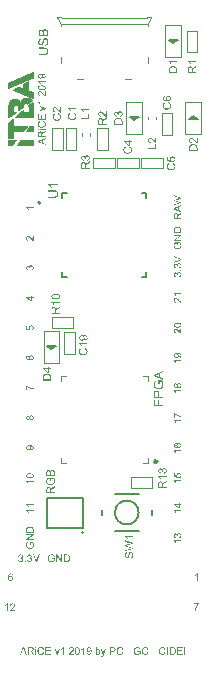
<source format=gto>
G04 Layer_Color=65535*
%FSLAX25Y25*%
%MOIN*%
G70*
G01*
G75*
%ADD27C,0.01000*%
%ADD43C,0.00984*%
%ADD44C,0.00500*%
%ADD45C,0.00787*%
%ADD46C,0.00394*%
%ADD47C,0.00315*%
%ADD48C,0.00030*%
G36*
X55699Y28914D02*
X53736D01*
X53740Y28910D01*
X53754Y28896D01*
X53773Y28869D01*
X53803Y28836D01*
X53833Y28795D01*
X53870Y28742D01*
X53908Y28682D01*
X53949Y28619D01*
Y28615D01*
X53953Y28611D01*
X53968Y28589D01*
X53986Y28555D01*
X54009Y28510D01*
X54035Y28462D01*
X54057Y28409D01*
X54084Y28353D01*
X54106Y28297D01*
X53807D01*
Y28301D01*
X53803Y28308D01*
X53796Y28323D01*
X53784Y28342D01*
X53773Y28364D01*
X53758Y28391D01*
X53724Y28451D01*
X53683Y28521D01*
X53635Y28596D01*
X53579Y28671D01*
X53515Y28746D01*
X53511Y28750D01*
X53508Y28753D01*
X53485Y28780D01*
X53452Y28813D01*
X53407Y28854D01*
X53354Y28899D01*
X53298Y28944D01*
X53238Y28989D01*
X53175Y29023D01*
Y29225D01*
X55699D01*
Y28914D01*
D02*
G37*
G36*
X54944Y31663D02*
X54970D01*
X55026Y31656D01*
X55093Y31641D01*
X55168Y31622D01*
X55247Y31596D01*
X55325Y31562D01*
X55329D01*
X55333Y31558D01*
X55344Y31551D01*
X55359Y31543D01*
X55396Y31521D01*
X55441Y31491D01*
X55490Y31450D01*
X55542Y31401D01*
X55591Y31345D01*
X55636Y31282D01*
Y31278D01*
X55639Y31274D01*
X55647Y31263D01*
X55651Y31252D01*
X55669Y31214D01*
X55688Y31166D01*
X55707Y31106D01*
X55725Y31035D01*
X55737Y30960D01*
X55740Y30878D01*
Y30874D01*
Y30859D01*
X55737Y30840D01*
Y30814D01*
X55733Y30781D01*
X55725Y30743D01*
X55718Y30698D01*
X55707Y30653D01*
X55692Y30605D01*
X55673Y30552D01*
X55651Y30500D01*
X55621Y30448D01*
X55591Y30395D01*
X55553Y30343D01*
X55509Y30294D01*
X55460Y30246D01*
X55456Y30242D01*
X55445Y30234D01*
X55430Y30223D01*
X55404Y30208D01*
X55374Y30190D01*
X55336Y30167D01*
X55288Y30148D01*
X55235Y30126D01*
X55176Y30100D01*
X55108Y30081D01*
X55030Y30059D01*
X54944Y30040D01*
X54854Y30025D01*
X54753Y30014D01*
X54641Y30006D01*
X54525Y30003D01*
X54491D01*
X54454Y30006D01*
X54405D01*
X54345Y30010D01*
X54278Y30018D01*
X54199Y30025D01*
X54117Y30036D01*
X54031Y30051D01*
X53945Y30070D01*
X53855Y30089D01*
X53769Y30115D01*
X53683Y30148D01*
X53605Y30182D01*
X53530Y30223D01*
X53463Y30272D01*
X53459Y30276D01*
X53452Y30283D01*
X53436Y30298D01*
X53418Y30317D01*
X53395Y30339D01*
X53373Y30369D01*
X53347Y30403D01*
X53317Y30440D01*
X53291Y30481D01*
X53264Y30530D01*
X53242Y30582D01*
X53220Y30638D01*
X53201Y30702D01*
X53186Y30766D01*
X53179Y30833D01*
X53175Y30908D01*
Y30911D01*
Y30923D01*
Y30938D01*
X53179Y30956D01*
Y30982D01*
X53182Y31012D01*
X53197Y31080D01*
X53216Y31158D01*
X53246Y31240D01*
X53287Y31319D01*
X53313Y31356D01*
X53343Y31394D01*
Y31398D01*
X53351Y31401D01*
X53362Y31413D01*
X53373Y31424D01*
X53410Y31457D01*
X53463Y31495D01*
X53530Y31536D01*
X53609Y31573D01*
X53698Y31603D01*
X53803Y31626D01*
X53825Y31319D01*
X53822D01*
X53818Y31315D01*
X53796Y31312D01*
X53766Y31300D01*
X53724Y31289D01*
X53683Y31270D01*
X53638Y31248D01*
X53597Y31225D01*
X53564Y31199D01*
X53556Y31192D01*
X53541Y31177D01*
X53523Y31151D01*
X53496Y31113D01*
X53470Y31069D01*
X53452Y31016D01*
X53436Y30956D01*
X53429Y30889D01*
Y30882D01*
Y30863D01*
X53433Y30837D01*
X53440Y30799D01*
X53448Y30758D01*
X53463Y30717D01*
X53485Y30672D01*
X53511Y30627D01*
X53515Y30620D01*
X53530Y30605D01*
X53556Y30575D01*
X53590Y30545D01*
X53635Y30507D01*
X53691Y30466D01*
X53754Y30429D01*
X53825Y30395D01*
X53829D01*
X53833Y30391D01*
X53848Y30388D01*
X53863Y30380D01*
X53885Y30377D01*
X53908Y30369D01*
X53938Y30362D01*
X53975Y30354D01*
X54013Y30343D01*
X54057Y30335D01*
X54102Y30328D01*
X54155Y30324D01*
X54211Y30317D01*
X54271Y30313D01*
X54338Y30309D01*
X54401D01*
X54398Y30313D01*
X54379Y30328D01*
X54349Y30350D01*
X54312Y30384D01*
X54271Y30421D01*
X54229Y30470D01*
X54188Y30522D01*
X54155Y30579D01*
Y30582D01*
X54151Y30586D01*
X54140Y30608D01*
X54128Y30638D01*
X54110Y30683D01*
X54095Y30736D01*
X54084Y30792D01*
X54072Y30855D01*
X54069Y30919D01*
Y30923D01*
Y30934D01*
Y30949D01*
X54072Y30971D01*
X54076Y30997D01*
X54080Y31027D01*
X54098Y31102D01*
X54125Y31184D01*
X54143Y31229D01*
X54166Y31274D01*
X54192Y31315D01*
X54222Y31360D01*
X54256Y31405D01*
X54297Y31446D01*
X54300Y31450D01*
X54308Y31457D01*
X54319Y31465D01*
X54338Y31480D01*
X54360Y31499D01*
X54387Y31517D01*
X54420Y31536D01*
X54454Y31558D01*
X54495Y31577D01*
X54540Y31596D01*
X54589Y31615D01*
X54641Y31633D01*
X54697Y31648D01*
X54757Y31656D01*
X54817Y31663D01*
X54884Y31667D01*
X54925D01*
X54944Y31663D01*
D02*
G37*
G36*
X55033Y51669D02*
X55063Y51665D01*
X55093Y51661D01*
X55131Y51654D01*
X55168Y51643D01*
X55254Y51616D01*
X55299Y51598D01*
X55344Y51575D01*
X55393Y51549D01*
X55437Y51515D01*
X55482Y51482D01*
X55524Y51441D01*
X55527Y51437D01*
X55531Y51429D01*
X55542Y51418D01*
X55557Y51399D01*
X55572Y51377D01*
X55591Y51351D01*
X55613Y51317D01*
X55632Y51280D01*
X55651Y51239D01*
X55673Y51194D01*
X55692Y51145D01*
X55707Y51093D01*
X55722Y51037D01*
X55729Y50973D01*
X55737Y50910D01*
X55740Y50842D01*
Y50839D01*
Y50827D01*
Y50805D01*
X55737Y50779D01*
X55733Y50749D01*
X55729Y50711D01*
X55722Y50670D01*
X55714Y50625D01*
X55688Y50532D01*
X55669Y50480D01*
X55647Y50431D01*
X55624Y50382D01*
X55594Y50330D01*
X55561Y50285D01*
X55524Y50240D01*
X55520Y50236D01*
X55512Y50229D01*
X55501Y50218D01*
X55482Y50206D01*
X55464Y50188D01*
X55437Y50169D01*
X55408Y50147D01*
X55370Y50128D01*
X55333Y50106D01*
X55292Y50083D01*
X55198Y50049D01*
X55146Y50034D01*
X55093Y50023D01*
X55033Y50016D01*
X54974Y50012D01*
X54951D01*
X54932Y50016D01*
X54910D01*
X54888Y50019D01*
X54828Y50027D01*
X54764Y50042D01*
X54697Y50064D01*
X54626Y50094D01*
X54562Y50135D01*
X54558D01*
X54555Y50143D01*
X54536Y50158D01*
X54506Y50188D01*
X54473Y50225D01*
X54435Y50278D01*
X54398Y50337D01*
X54364Y50408D01*
X54338Y50491D01*
Y50487D01*
X54334Y50483D01*
X54323Y50461D01*
X54308Y50423D01*
X54286Y50382D01*
X54256Y50334D01*
X54222Y50289D01*
X54181Y50244D01*
X54136Y50203D01*
X54128Y50199D01*
X54114Y50188D01*
X54084Y50173D01*
X54046Y50158D01*
X54001Y50143D01*
X53949Y50128D01*
X53889Y50117D01*
X53825Y50113D01*
X53799D01*
X53781Y50117D01*
X53754Y50120D01*
X53728Y50124D01*
X53665Y50139D01*
X53590Y50162D01*
X53511Y50195D01*
X53474Y50218D01*
X53436Y50244D01*
X53399Y50274D01*
X53362Y50307D01*
X53358Y50311D01*
X53354Y50315D01*
X53343Y50330D01*
X53332Y50345D01*
X53317Y50363D01*
X53302Y50386D01*
X53287Y50416D01*
X53268Y50450D01*
X53250Y50483D01*
X53235Y50524D01*
X53205Y50614D01*
X53182Y50719D01*
X53179Y50775D01*
X53175Y50835D01*
Y50839D01*
Y50850D01*
Y50868D01*
X53179Y50891D01*
X53182Y50917D01*
X53186Y50951D01*
X53197Y51025D01*
X53223Y51108D01*
X53257Y51197D01*
X53279Y51242D01*
X53306Y51284D01*
X53336Y51328D01*
X53369Y51366D01*
X53373Y51370D01*
X53377Y51373D01*
X53388Y51385D01*
X53403Y51396D01*
X53422Y51415D01*
X53444Y51429D01*
X53500Y51467D01*
X53567Y51504D01*
X53646Y51538D01*
X53736Y51560D01*
X53784Y51564D01*
X53833Y51568D01*
X53863D01*
X53897Y51564D01*
X53938Y51557D01*
X53986Y51545D01*
X54035Y51527D01*
X54087Y51504D01*
X54140Y51474D01*
X54143Y51471D01*
X54162Y51456D01*
X54185Y51433D01*
X54211Y51403D01*
X54244Y51366D01*
X54278Y51317D01*
X54308Y51261D01*
X54338Y51194D01*
Y51197D01*
X54342Y51205D01*
X54345Y51216D01*
X54353Y51231D01*
X54372Y51276D01*
X54398Y51328D01*
X54431Y51385D01*
X54473Y51444D01*
X54521Y51500D01*
X54581Y51549D01*
X54589Y51553D01*
X54611Y51568D01*
X54645Y51587D01*
X54693Y51613D01*
X54753Y51635D01*
X54820Y51654D01*
X54899Y51669D01*
X54981Y51673D01*
X55011D01*
X55033Y51669D01*
D02*
G37*
G36*
X5311Y30953D02*
X5359D01*
X5412Y30949D01*
X5468Y30942D01*
X5591Y30931D01*
X5718Y30912D01*
X5846Y30886D01*
X5905Y30867D01*
X5961Y30848D01*
X5965D01*
X5973Y30845D01*
X5988Y30837D01*
X6006Y30830D01*
X6033Y30818D01*
X6059Y30803D01*
X6122Y30770D01*
X6193Y30725D01*
X6264Y30673D01*
X6332Y30609D01*
X6395Y30538D01*
Y30534D01*
X6403Y30531D01*
X6410Y30516D01*
X6418Y30501D01*
X6429Y30482D01*
X6440Y30459D01*
X6466Y30400D01*
X6496Y30329D01*
X6519Y30246D01*
X6534Y30153D01*
X6541Y30052D01*
Y30048D01*
Y30040D01*
Y30022D01*
X6537Y30003D01*
Y29977D01*
X6534Y29947D01*
X6522Y29880D01*
X6500Y29805D01*
X6474Y29723D01*
X6433Y29644D01*
X6410Y29607D01*
X6380Y29569D01*
X6377Y29566D01*
X6373Y29562D01*
X6362Y29551D01*
X6350Y29539D01*
X6313Y29509D01*
X6261Y29472D01*
X6193Y29431D01*
X6115Y29397D01*
X6021Y29364D01*
X5917Y29345D01*
X5894Y29640D01*
X5898D01*
X5902Y29644D01*
X5913D01*
X5928Y29648D01*
X5965Y29659D01*
X6010Y29674D01*
X6059Y29693D01*
X6111Y29715D01*
X6156Y29745D01*
X6197Y29783D01*
X6201Y29786D01*
X6212Y29801D01*
X6227Y29827D01*
X6242Y29857D01*
X6257Y29898D01*
X6272Y29943D01*
X6283Y29996D01*
X6287Y30055D01*
Y30063D01*
Y30082D01*
X6283Y30108D01*
X6279Y30141D01*
X6272Y30183D01*
X6261Y30224D01*
X6246Y30269D01*
X6223Y30310D01*
X6219Y30314D01*
X6212Y30329D01*
X6197Y30347D01*
X6178Y30373D01*
X6152Y30400D01*
X6122Y30430D01*
X6089Y30459D01*
X6051Y30486D01*
X6047Y30489D01*
X6033Y30497D01*
X6006Y30508D01*
X5973Y30527D01*
X5931Y30542D01*
X5883Y30560D01*
X5823Y30579D01*
X5759Y30598D01*
X5756D01*
X5752Y30602D01*
X5741D01*
X5726Y30605D01*
X5688Y30613D01*
X5640Y30624D01*
X5584Y30631D01*
X5520Y30639D01*
X5449Y30643D01*
X5378Y30646D01*
X5318D01*
X5326Y30643D01*
X5341Y30628D01*
X5370Y30609D01*
X5404Y30579D01*
X5442Y30542D01*
X5479Y30501D01*
X5520Y30448D01*
X5557Y30392D01*
X5561Y30385D01*
X5573Y30366D01*
X5587Y30332D01*
X5602Y30287D01*
X5617Y30235D01*
X5632Y30179D01*
X5644Y30112D01*
X5647Y30044D01*
Y30040D01*
Y30029D01*
Y30014D01*
X5644Y29992D01*
X5640Y29966D01*
X5636Y29932D01*
X5629Y29898D01*
X5617Y29861D01*
X5591Y29775D01*
X5573Y29734D01*
X5554Y29689D01*
X5528Y29644D01*
X5498Y29599D01*
X5464Y29554D01*
X5423Y29513D01*
X5419Y29509D01*
X5412Y29506D01*
X5400Y29495D01*
X5382Y29480D01*
X5359Y29465D01*
X5329Y29446D01*
X5300Y29427D01*
X5262Y29408D01*
X5221Y29386D01*
X5176Y29367D01*
X5127Y29349D01*
X5075Y29334D01*
X5015Y29319D01*
X4955Y29307D01*
X4892Y29304D01*
X4825Y29300D01*
X4787D01*
X4761Y29304D01*
X4727Y29307D01*
X4690Y29311D01*
X4649Y29319D01*
X4604Y29330D01*
X4507Y29356D01*
X4454Y29375D01*
X4406Y29394D01*
X4353Y29420D01*
X4305Y29450D01*
X4256Y29483D01*
X4211Y29524D01*
X4207Y29528D01*
X4200Y29536D01*
X4189Y29547D01*
X4174Y29566D01*
X4155Y29588D01*
X4136Y29614D01*
X4114Y29644D01*
X4091Y29678D01*
X4073Y29719D01*
X4050Y29760D01*
X4013Y29857D01*
X3998Y29910D01*
X3987Y29966D01*
X3979Y30026D01*
X3976Y30089D01*
Y30093D01*
Y30100D01*
Y30112D01*
X3979Y30130D01*
Y30153D01*
X3983Y30179D01*
X3991Y30239D01*
X4009Y30306D01*
X4032Y30385D01*
X4065Y30459D01*
X4110Y30538D01*
Y30542D01*
X4118Y30545D01*
X4125Y30557D01*
X4133Y30572D01*
X4166Y30609D01*
X4207Y30654D01*
X4260Y30702D01*
X4323Y30755D01*
X4402Y30803D01*
X4488Y30848D01*
X4492D01*
X4499Y30852D01*
X4514Y30860D01*
X4533Y30867D01*
X4559Y30874D01*
X4589Y30882D01*
X4626Y30893D01*
X4667Y30904D01*
X4712Y30912D01*
X4765Y30923D01*
X4825Y30931D01*
X4888Y30942D01*
X4955Y30946D01*
X5030Y30953D01*
X5109Y30957D01*
X5269D01*
X5311Y30953D01*
D02*
G37*
G36*
X55699Y48912D02*
X53736D01*
X53740Y48909D01*
X53754Y48894D01*
X53773Y48867D01*
X53803Y48834D01*
X53833Y48793D01*
X53870Y48740D01*
X53908Y48680D01*
X53949Y48617D01*
Y48613D01*
X53953Y48610D01*
X53968Y48587D01*
X53986Y48553D01*
X54009Y48509D01*
X54035Y48460D01*
X54057Y48408D01*
X54084Y48351D01*
X54106Y48295D01*
X53807D01*
Y48299D01*
X53803Y48307D01*
X53796Y48322D01*
X53784Y48340D01*
X53773Y48363D01*
X53758Y48389D01*
X53724Y48449D01*
X53683Y48520D01*
X53635Y48594D01*
X53579Y48669D01*
X53515Y48744D01*
X53511Y48748D01*
X53508Y48752D01*
X53485Y48778D01*
X53452Y48811D01*
X53407Y48853D01*
X53354Y48897D01*
X53298Y48942D01*
X53238Y48987D01*
X53175Y49021D01*
Y49223D01*
X55699D01*
Y48912D01*
D02*
G37*
G36*
X55743Y81251D02*
X53779D01*
X53783Y81247D01*
X53798Y81232D01*
X53817Y81206D01*
X53847Y81172D01*
X53877Y81131D01*
X53914Y81079D01*
X53951Y81019D01*
X53993Y80955D01*
Y80952D01*
X53996Y80948D01*
X54011Y80926D01*
X54030Y80892D01*
X54052Y80847D01*
X54079Y80798D01*
X54101Y80746D01*
X54127Y80690D01*
X54150Y80634D01*
X53851D01*
Y80638D01*
X53847Y80645D01*
X53839Y80660D01*
X53828Y80679D01*
X53817Y80701D01*
X53802Y80727D01*
X53768Y80787D01*
X53727Y80858D01*
X53678Y80933D01*
X53622Y81008D01*
X53559Y81082D01*
X53555Y81086D01*
X53551Y81090D01*
X53529Y81116D01*
X53495Y81150D01*
X53450Y81191D01*
X53398Y81236D01*
X53342Y81281D01*
X53282Y81326D01*
X53218Y81359D01*
Y81561D01*
X55743D01*
Y81251D01*
D02*
G37*
G36*
X55699Y68161D02*
X55658D01*
X55632Y68164D01*
X55598Y68168D01*
X55565Y68172D01*
X55524Y68183D01*
X55486Y68194D01*
X55482D01*
X55479Y68198D01*
X55456Y68206D01*
X55423Y68221D01*
X55381Y68243D01*
X55329Y68273D01*
X55273Y68307D01*
X55213Y68348D01*
X55153Y68396D01*
X55150D01*
X55146Y68404D01*
X55123Y68423D01*
X55090Y68456D01*
X55045Y68501D01*
X54989Y68557D01*
X54921Y68628D01*
X54850Y68711D01*
X54772Y68804D01*
X54768Y68808D01*
X54757Y68823D01*
X54738Y68841D01*
X54716Y68871D01*
X54689Y68905D01*
X54656Y68942D01*
X54577Y69025D01*
X54495Y69118D01*
X54405Y69208D01*
X54360Y69253D01*
X54319Y69290D01*
X54278Y69328D01*
X54241Y69358D01*
X54237D01*
X54233Y69365D01*
X54222Y69372D01*
X54207Y69380D01*
X54170Y69402D01*
X54121Y69432D01*
X54061Y69459D01*
X53997Y69481D01*
X53934Y69496D01*
X53867Y69503D01*
X53859D01*
X53837Y69500D01*
X53803Y69496D01*
X53758Y69488D01*
X53710Y69470D01*
X53657Y69447D01*
X53605Y69414D01*
X53556Y69369D01*
X53553Y69361D01*
X53537Y69346D01*
X53515Y69316D01*
X53493Y69279D01*
X53470Y69227D01*
X53448Y69170D01*
X53433Y69103D01*
X53429Y69028D01*
Y69025D01*
Y69017D01*
Y69006D01*
X53433Y68991D01*
X53436Y68950D01*
X53448Y68901D01*
X53463Y68841D01*
X53489Y68782D01*
X53523Y68722D01*
X53567Y68669D01*
X53575Y68666D01*
X53594Y68651D01*
X53623Y68628D01*
X53665Y68606D01*
X53717Y68580D01*
X53781Y68561D01*
X53855Y68546D01*
X53938Y68538D01*
X53904Y68221D01*
X53889D01*
X53870Y68224D01*
X53844Y68228D01*
X53814Y68235D01*
X53781Y68243D01*
X53702Y68262D01*
X53616Y68292D01*
X53526Y68336D01*
X53481Y68363D01*
X53440Y68393D01*
X53399Y68426D01*
X53362Y68464D01*
X53358Y68467D01*
X53354Y68475D01*
X53343Y68486D01*
X53332Y68501D01*
X53317Y68524D01*
X53302Y68550D01*
X53287Y68580D01*
X53268Y68617D01*
X53250Y68654D01*
X53235Y68695D01*
X53220Y68744D01*
X53205Y68796D01*
X53193Y68849D01*
X53182Y68909D01*
X53179Y68969D01*
X53175Y69036D01*
Y69040D01*
Y69051D01*
Y69069D01*
X53179Y69096D01*
X53182Y69126D01*
X53186Y69163D01*
X53190Y69200D01*
X53201Y69245D01*
X53223Y69335D01*
X53261Y69432D01*
X53283Y69477D01*
X53309Y69522D01*
X53339Y69567D01*
X53377Y69608D01*
X53380Y69612D01*
X53384Y69616D01*
X53395Y69627D01*
X53414Y69642D01*
X53433Y69657D01*
X53455Y69675D01*
X53485Y69694D01*
X53515Y69717D01*
X53586Y69754D01*
X53672Y69788D01*
X53717Y69803D01*
X53769Y69814D01*
X53818Y69818D01*
X53874Y69821D01*
X53900D01*
X53930Y69818D01*
X53968Y69814D01*
X54016Y69806D01*
X54065Y69795D01*
X54117Y69780D01*
X54173Y69758D01*
X54181Y69754D01*
X54199Y69747D01*
X54226Y69731D01*
X54263Y69709D01*
X54312Y69679D01*
X54364Y69646D01*
X54420Y69601D01*
X54480Y69552D01*
X54488Y69545D01*
X54510Y69526D01*
X54525Y69511D01*
X54547Y69488D01*
X54570Y69466D01*
X54596Y69440D01*
X54626Y69410D01*
X54659Y69372D01*
X54693Y69335D01*
X54734Y69290D01*
X54776Y69245D01*
X54820Y69193D01*
X54869Y69137D01*
X54921Y69077D01*
X54925Y69073D01*
X54932Y69066D01*
X54944Y69051D01*
X54959Y69032D01*
X55000Y68987D01*
X55049Y68927D01*
X55101Y68868D01*
X55153Y68812D01*
X55202Y68759D01*
X55221Y68740D01*
X55239Y68722D01*
X55243Y68718D01*
X55254Y68711D01*
X55269Y68695D01*
X55292Y68677D01*
X55314Y68654D01*
X55344Y68632D01*
X55404Y68591D01*
Y69825D01*
X55699D01*
Y68161D01*
D02*
G37*
G36*
X55743Y78401D02*
X55702D01*
X55676Y78405D01*
X55642Y78408D01*
X55608Y78412D01*
X55567Y78423D01*
X55530Y78435D01*
X55526D01*
X55522Y78438D01*
X55500Y78446D01*
X55466Y78461D01*
X55425Y78483D01*
X55373Y78513D01*
X55317Y78547D01*
X55257Y78588D01*
X55197Y78637D01*
X55193D01*
X55189Y78644D01*
X55167Y78663D01*
X55133Y78696D01*
X55088Y78741D01*
X55032Y78797D01*
X54965Y78869D01*
X54894Y78951D01*
X54815Y79044D01*
X54812Y79048D01*
X54800Y79063D01*
X54782Y79082D01*
X54759Y79112D01*
X54733Y79145D01*
X54699Y79183D01*
X54621Y79265D01*
X54539Y79358D01*
X54449Y79448D01*
X54404Y79493D01*
X54363Y79530D01*
X54322Y79568D01*
X54284Y79598D01*
X54281D01*
X54277Y79605D01*
X54266Y79613D01*
X54251Y79620D01*
X54213Y79643D01*
X54165Y79673D01*
X54105Y79699D01*
X54041Y79721D01*
X53978Y79736D01*
X53910Y79744D01*
X53903D01*
X53880Y79740D01*
X53847Y79736D01*
X53802Y79729D01*
X53753Y79710D01*
X53701Y79688D01*
X53649Y79654D01*
X53600Y79609D01*
X53596Y79602D01*
X53581Y79586D01*
X53559Y79557D01*
X53536Y79519D01*
X53514Y79467D01*
X53491Y79411D01*
X53477Y79343D01*
X53473Y79269D01*
Y79265D01*
Y79257D01*
Y79246D01*
X53477Y79231D01*
X53480Y79190D01*
X53491Y79141D01*
X53506Y79082D01*
X53533Y79022D01*
X53566Y78962D01*
X53611Y78910D01*
X53619Y78906D01*
X53637Y78891D01*
X53667Y78869D01*
X53708Y78846D01*
X53761Y78820D01*
X53824Y78801D01*
X53899Y78786D01*
X53981Y78779D01*
X53948Y78461D01*
X53933D01*
X53914Y78465D01*
X53888Y78468D01*
X53858Y78476D01*
X53824Y78483D01*
X53746Y78502D01*
X53660Y78532D01*
X53570Y78577D01*
X53525Y78603D01*
X53484Y78633D01*
X53443Y78667D01*
X53405Y78704D01*
X53402Y78708D01*
X53398Y78715D01*
X53387Y78726D01*
X53376Y78741D01*
X53360Y78764D01*
X53346Y78790D01*
X53331Y78820D01*
X53312Y78857D01*
X53293Y78895D01*
X53278Y78936D01*
X53263Y78984D01*
X53248Y79037D01*
X53237Y79089D01*
X53226Y79149D01*
X53222Y79209D01*
X53218Y79276D01*
Y79280D01*
Y79291D01*
Y79310D01*
X53222Y79336D01*
X53226Y79366D01*
X53230Y79403D01*
X53233Y79441D01*
X53245Y79486D01*
X53267Y79575D01*
X53304Y79673D01*
X53327Y79717D01*
X53353Y79762D01*
X53383Y79807D01*
X53420Y79848D01*
X53424Y79852D01*
X53428Y79856D01*
X53439Y79867D01*
X53458Y79882D01*
X53477Y79897D01*
X53499Y79916D01*
X53529Y79934D01*
X53559Y79957D01*
X53630Y79994D01*
X53716Y80028D01*
X53761Y80043D01*
X53813Y80054D01*
X53862Y80058D01*
X53918Y80062D01*
X53944D01*
X53974Y80058D01*
X54011Y80054D01*
X54060Y80047D01*
X54109Y80035D01*
X54161Y80020D01*
X54217Y79998D01*
X54224Y79994D01*
X54243Y79987D01*
X54269Y79972D01*
X54307Y79949D01*
X54355Y79919D01*
X54408Y79886D01*
X54464Y79841D01*
X54524Y79792D01*
X54531Y79785D01*
X54554Y79766D01*
X54569Y79751D01*
X54591Y79729D01*
X54613Y79706D01*
X54640Y79680D01*
X54669Y79650D01*
X54703Y79613D01*
X54737Y79575D01*
X54778Y79530D01*
X54819Y79486D01*
X54864Y79433D01*
X54913Y79377D01*
X54965Y79317D01*
X54969Y79313D01*
X54976Y79306D01*
X54987Y79291D01*
X55002Y79272D01*
X55044Y79228D01*
X55092Y79168D01*
X55145Y79108D01*
X55197Y79052D01*
X55246Y78999D01*
X55264Y78981D01*
X55283Y78962D01*
X55287Y78958D01*
X55298Y78951D01*
X55313Y78936D01*
X55335Y78917D01*
X55358Y78895D01*
X55388Y78872D01*
X55448Y78831D01*
Y80065D01*
X55743D01*
Y78401D01*
D02*
G37*
G36*
Y38914D02*
X53779D01*
X53783Y38910D01*
X53798Y38895D01*
X53817Y38869D01*
X53847Y38836D01*
X53877Y38794D01*
X53914Y38742D01*
X53951Y38682D01*
X53993Y38619D01*
Y38615D01*
X53996Y38611D01*
X54011Y38589D01*
X54030Y38555D01*
X54052Y38510D01*
X54079Y38462D01*
X54101Y38409D01*
X54127Y38353D01*
X54150Y38297D01*
X53851D01*
Y38301D01*
X53847Y38308D01*
X53839Y38323D01*
X53828Y38342D01*
X53817Y38364D01*
X53802Y38391D01*
X53768Y38451D01*
X53727Y38522D01*
X53678Y38596D01*
X53622Y38671D01*
X53559Y38746D01*
X53555Y38750D01*
X53551Y38753D01*
X53529Y38780D01*
X53495Y38813D01*
X53450Y38854D01*
X53398Y38899D01*
X53342Y38944D01*
X53282Y38989D01*
X53218Y39023D01*
Y39225D01*
X55743D01*
Y38914D01*
D02*
G37*
G36*
X53503Y41663D02*
X53510Y41656D01*
X53525Y41644D01*
X53548Y41626D01*
X53570Y41603D01*
X53604Y41577D01*
X53641Y41547D01*
X53682Y41517D01*
X53727Y41480D01*
X53779Y41442D01*
X53835Y41405D01*
X53895Y41364D01*
X53963Y41319D01*
X54030Y41278D01*
X54105Y41233D01*
X54183Y41188D01*
X54187Y41184D01*
X54202Y41177D01*
X54224Y41166D01*
X54254Y41151D01*
X54295Y41128D01*
X54340Y41106D01*
X54393Y41080D01*
X54449Y41054D01*
X54513Y41024D01*
X54580Y40994D01*
X54651Y40964D01*
X54729Y40934D01*
X54887Y40874D01*
X55051Y40822D01*
X55055D01*
X55066Y40818D01*
X55081Y40814D01*
X55107Y40807D01*
X55137Y40799D01*
X55171Y40792D01*
X55212Y40780D01*
X55257Y40773D01*
X55305Y40762D01*
X55358Y40751D01*
X55477Y40732D01*
X55604Y40717D01*
X55743Y40706D01*
Y40388D01*
X55713D01*
X55690Y40391D01*
X55661D01*
X55627Y40395D01*
X55586Y40399D01*
X55541Y40403D01*
X55492Y40410D01*
X55440Y40418D01*
X55380Y40429D01*
X55317Y40440D01*
X55249Y40451D01*
X55178Y40466D01*
X55029Y40504D01*
X55025D01*
X55010Y40508D01*
X54987Y40515D01*
X54957Y40526D01*
X54920Y40537D01*
X54875Y40549D01*
X54823Y40567D01*
X54767Y40586D01*
X54707Y40608D01*
X54643Y40631D01*
X54509Y40687D01*
X54363Y40751D01*
X54217Y40822D01*
X54213Y40825D01*
X54198Y40833D01*
X54180Y40844D01*
X54150Y40859D01*
X54116Y40878D01*
X54079Y40900D01*
X54034Y40926D01*
X53985Y40956D01*
X53884Y41024D01*
X53772Y41098D01*
X53660Y41184D01*
X53555Y41270D01*
Y40036D01*
X53260D01*
Y41667D01*
X53499D01*
X53503Y41663D01*
D02*
G37*
G36*
X5374Y21558D02*
X5415D01*
X5464Y21555D01*
X5516Y21551D01*
X5629Y21540D01*
X5748Y21521D01*
X5868Y21499D01*
X5924Y21484D01*
X5976Y21469D01*
X5980D01*
X5988Y21465D01*
X6003Y21457D01*
X6021Y21454D01*
X6044Y21443D01*
X6070Y21431D01*
X6130Y21401D01*
X6197Y21364D01*
X6268Y21315D01*
X6335Y21259D01*
X6395Y21196D01*
Y21192D01*
X6403Y21188D01*
X6410Y21177D01*
X6418Y21162D01*
X6440Y21125D01*
X6466Y21072D01*
X6496Y21005D01*
X6519Y20926D01*
X6534Y20840D01*
X6541Y20740D01*
Y20736D01*
Y20725D01*
Y20706D01*
X6537Y20680D01*
X6534Y20650D01*
X6526Y20612D01*
X6519Y20575D01*
X6508Y20534D01*
X6496Y20489D01*
X6478Y20440D01*
X6459Y20392D01*
X6433Y20347D01*
X6403Y20298D01*
X6369Y20253D01*
X6328Y20208D01*
X6283Y20167D01*
X6279Y20164D01*
X6268Y20156D01*
X6249Y20145D01*
X6223Y20130D01*
X6190Y20111D01*
X6145Y20089D01*
X6096Y20066D01*
X6036Y20044D01*
X5969Y20021D01*
X5894Y19999D01*
X5812Y19976D01*
X5718Y19958D01*
X5617Y19943D01*
X5509Y19932D01*
X5389Y19924D01*
X5262Y19920D01*
X5187D01*
X5150Y19924D01*
X5105D01*
X5056Y19928D01*
X5004Y19932D01*
X4892Y19943D01*
X4772Y19958D01*
X4652Y19980D01*
X4596Y19995D01*
X4544Y20010D01*
X4540D01*
X4533Y20014D01*
X4518Y20021D01*
X4499Y20029D01*
X4477Y20036D01*
X4451Y20048D01*
X4391Y20081D01*
X4323Y20119D01*
X4252Y20164D01*
X4185Y20220D01*
X4125Y20283D01*
Y20287D01*
X4118Y20291D01*
X4110Y20302D01*
X4103Y20317D01*
X4091Y20335D01*
X4076Y20354D01*
X4050Y20410D01*
X4024Y20474D01*
X3998Y20552D01*
X3983Y20642D01*
X3976Y20740D01*
Y20743D01*
Y20747D01*
Y20758D01*
Y20773D01*
X3979Y20810D01*
X3987Y20859D01*
X3994Y20915D01*
X4009Y20975D01*
X4032Y21035D01*
X4058Y21095D01*
X4061Y21102D01*
X4073Y21121D01*
X4091Y21147D01*
X4118Y21184D01*
X4151Y21222D01*
X4192Y21267D01*
X4237Y21308D01*
X4293Y21345D01*
X4301Y21349D01*
X4320Y21360D01*
X4353Y21379D01*
X4398Y21401D01*
X4451Y21428D01*
X4514Y21454D01*
X4589Y21480D01*
X4667Y21502D01*
X4671D01*
X4679Y21506D01*
X4690Y21510D01*
X4708Y21514D01*
X4731Y21517D01*
X4757Y21521D01*
X4787Y21529D01*
X4825Y21532D01*
X4866Y21540D01*
X4910Y21544D01*
X4959Y21547D01*
X5012Y21555D01*
X5068Y21558D01*
X5127D01*
X5195Y21562D01*
X5337D01*
X5374Y21558D01*
D02*
G37*
G36*
X5703Y70864D02*
X5733Y70861D01*
X5767Y70857D01*
X5808Y70853D01*
X5849Y70842D01*
X5943Y70819D01*
X6040Y70782D01*
X6092Y70760D01*
X6141Y70733D01*
X6190Y70704D01*
X6238Y70666D01*
X6242Y70662D01*
X6249Y70655D01*
X6264Y70640D01*
X6287Y70621D01*
X6309Y70599D01*
X6335Y70569D01*
X6362Y70535D01*
X6388Y70494D01*
X6418Y70449D01*
X6444Y70401D01*
X6470Y70344D01*
X6493Y70288D01*
X6511Y70225D01*
X6526Y70157D01*
X6537Y70083D01*
X6541Y70008D01*
Y70004D01*
Y69993D01*
Y69974D01*
X6537Y69952D01*
X6534Y69922D01*
X6530Y69888D01*
X6526Y69851D01*
X6519Y69810D01*
X6496Y69720D01*
X6459Y69626D01*
X6440Y69578D01*
X6414Y69533D01*
X6384Y69488D01*
X6350Y69447D01*
X6347Y69443D01*
X6343Y69439D01*
X6332Y69428D01*
X6317Y69413D01*
X6298Y69394D01*
X6272Y69376D01*
X6246Y69357D01*
X6216Y69335D01*
X6178Y69312D01*
X6141Y69290D01*
X6055Y69252D01*
X5954Y69219D01*
X5898Y69208D01*
X5838Y69200D01*
X5816Y69525D01*
X5827D01*
X5838Y69529D01*
X5853Y69533D01*
X5898Y69544D01*
X5946Y69559D01*
X6006Y69582D01*
X6066Y69608D01*
X6122Y69645D01*
X6171Y69690D01*
X6175Y69697D01*
X6190Y69712D01*
X6208Y69742D01*
X6227Y69780D01*
X6249Y69825D01*
X6268Y69881D01*
X6283Y69941D01*
X6287Y70008D01*
Y70012D01*
Y70019D01*
Y70030D01*
X6283Y70045D01*
X6279Y70086D01*
X6264Y70139D01*
X6246Y70199D01*
X6216Y70262D01*
X6175Y70326D01*
X6148Y70356D01*
X6118Y70386D01*
X6115D01*
X6111Y70393D01*
X6100Y70401D01*
X6089Y70408D01*
X6051Y70434D01*
X5999Y70464D01*
X5935Y70490D01*
X5861Y70517D01*
X5771Y70531D01*
X5674Y70539D01*
X5647D01*
X5629Y70535D01*
X5606D01*
X5580Y70531D01*
X5520Y70520D01*
X5453Y70502D01*
X5385Y70475D01*
X5318Y70438D01*
X5255Y70389D01*
X5247Y70382D01*
X5232Y70363D01*
X5206Y70329D01*
X5176Y70285D01*
X5150Y70232D01*
X5124Y70165D01*
X5109Y70086D01*
X5101Y70000D01*
Y69993D01*
Y69974D01*
X5105Y69948D01*
X5109Y69911D01*
X5120Y69870D01*
X5131Y69825D01*
X5150Y69776D01*
X5172Y69731D01*
X5176Y69727D01*
X5184Y69712D01*
X5202Y69690D01*
X5221Y69664D01*
X5247Y69634D01*
X5277Y69604D01*
X5314Y69574D01*
X5352Y69548D01*
X5311Y69256D01*
X4017Y69499D01*
Y70748D01*
X4312D01*
Y69746D01*
X4989Y69611D01*
X4985Y69615D01*
X4982Y69623D01*
X4974Y69634D01*
X4963Y69649D01*
X4952Y69671D01*
X4937Y69694D01*
X4907Y69753D01*
X4881Y69825D01*
X4854Y69907D01*
X4836Y69993D01*
X4828Y70038D01*
Y70083D01*
Y70086D01*
Y70098D01*
Y70116D01*
X4832Y70139D01*
X4836Y70165D01*
X4839Y70199D01*
X4847Y70236D01*
X4858Y70277D01*
X4884Y70363D01*
X4903Y70408D01*
X4925Y70457D01*
X4952Y70505D01*
X4985Y70550D01*
X5019Y70595D01*
X5060Y70640D01*
X5064Y70644D01*
X5071Y70651D01*
X5082Y70662D01*
X5101Y70677D01*
X5124Y70692D01*
X5150Y70711D01*
X5184Y70733D01*
X5217Y70756D01*
X5258Y70775D01*
X5303Y70797D01*
X5352Y70816D01*
X5404Y70834D01*
X5460Y70846D01*
X5520Y70857D01*
X5580Y70864D01*
X5647Y70868D01*
X5681D01*
X5703Y70864D01*
D02*
G37*
G36*
X5834Y40857D02*
X5864Y40853D01*
X5894Y40849D01*
X5931Y40842D01*
X5969Y40831D01*
X6055Y40804D01*
X6100Y40786D01*
X6145Y40763D01*
X6193Y40737D01*
X6238Y40703D01*
X6283Y40670D01*
X6324Y40629D01*
X6328Y40625D01*
X6332Y40617D01*
X6343Y40606D01*
X6358Y40587D01*
X6373Y40565D01*
X6391Y40539D01*
X6414Y40505D01*
X6433Y40468D01*
X6451Y40427D01*
X6474Y40382D01*
X6493Y40333D01*
X6508Y40281D01*
X6522Y40225D01*
X6530Y40161D01*
X6537Y40098D01*
X6541Y40030D01*
Y40027D01*
Y40015D01*
Y39993D01*
X6537Y39967D01*
X6534Y39937D01*
X6530Y39899D01*
X6522Y39858D01*
X6515Y39813D01*
X6489Y39720D01*
X6470Y39667D01*
X6448Y39619D01*
X6425Y39570D01*
X6395Y39518D01*
X6362Y39473D01*
X6324Y39428D01*
X6320Y39424D01*
X6313Y39417D01*
X6302Y39406D01*
X6283Y39395D01*
X6264Y39376D01*
X6238Y39357D01*
X6208Y39335D01*
X6171Y39316D01*
X6134Y39294D01*
X6092Y39271D01*
X5999Y39237D01*
X5946Y39222D01*
X5894Y39211D01*
X5834Y39204D01*
X5774Y39200D01*
X5752D01*
X5733Y39204D01*
X5711D01*
X5688Y39208D01*
X5629Y39215D01*
X5565Y39230D01*
X5498Y39252D01*
X5427Y39282D01*
X5363Y39323D01*
X5359D01*
X5356Y39331D01*
X5337Y39346D01*
X5307Y39376D01*
X5273Y39413D01*
X5236Y39465D01*
X5198Y39525D01*
X5165Y39596D01*
X5139Y39679D01*
Y39675D01*
X5135Y39671D01*
X5124Y39649D01*
X5109Y39611D01*
X5086Y39570D01*
X5056Y39522D01*
X5023Y39477D01*
X4982Y39432D01*
X4937Y39391D01*
X4929Y39387D01*
X4914Y39376D01*
X4884Y39361D01*
X4847Y39346D01*
X4802Y39331D01*
X4750Y39316D01*
X4690Y39305D01*
X4626Y39301D01*
X4600D01*
X4581Y39305D01*
X4555Y39309D01*
X4529Y39312D01*
X4465Y39327D01*
X4391Y39350D01*
X4312Y39383D01*
X4275Y39406D01*
X4237Y39432D01*
X4200Y39462D01*
X4163Y39496D01*
X4159Y39499D01*
X4155Y39503D01*
X4144Y39518D01*
X4133Y39533D01*
X4118Y39552D01*
X4103Y39574D01*
X4088Y39604D01*
X4069Y39638D01*
X4050Y39671D01*
X4035Y39712D01*
X4005Y39802D01*
X3983Y39907D01*
X3979Y39963D01*
X3976Y40023D01*
Y40027D01*
Y40038D01*
Y40056D01*
X3979Y40079D01*
X3983Y40105D01*
X3987Y40139D01*
X3998Y40214D01*
X4024Y40296D01*
X4058Y40386D01*
X4080Y40431D01*
X4106Y40472D01*
X4136Y40516D01*
X4170Y40554D01*
X4174Y40558D01*
X4177Y40561D01*
X4189Y40573D01*
X4204Y40584D01*
X4222Y40602D01*
X4245Y40617D01*
X4301Y40655D01*
X4368Y40692D01*
X4447Y40726D01*
X4536Y40748D01*
X4585Y40752D01*
X4634Y40756D01*
X4664D01*
X4697Y40752D01*
X4738Y40745D01*
X4787Y40733D01*
X4836Y40715D01*
X4888Y40692D01*
X4940Y40662D01*
X4944Y40659D01*
X4963Y40644D01*
X4985Y40621D01*
X5012Y40591D01*
X5045Y40554D01*
X5079Y40505D01*
X5109Y40449D01*
X5139Y40382D01*
Y40386D01*
X5142Y40393D01*
X5146Y40404D01*
X5154Y40419D01*
X5172Y40464D01*
X5198Y40516D01*
X5232Y40573D01*
X5273Y40632D01*
X5322Y40688D01*
X5382Y40737D01*
X5389Y40741D01*
X5412Y40756D01*
X5445Y40775D01*
X5494Y40801D01*
X5554Y40823D01*
X5621Y40842D01*
X5700Y40857D01*
X5782Y40861D01*
X5812D01*
X5834Y40857D01*
D02*
G37*
G36*
X4260Y50827D02*
X4267Y50819D01*
X4282Y50808D01*
X4305Y50789D01*
X4327Y50767D01*
X4361Y50741D01*
X4398Y50711D01*
X4439Y50681D01*
X4484Y50644D01*
X4536Y50606D01*
X4593Y50569D01*
X4652Y50528D01*
X4720Y50483D01*
X4787Y50442D01*
X4862Y50397D01*
X4940Y50352D01*
X4944Y50348D01*
X4959Y50341D01*
X4982Y50330D01*
X5012Y50314D01*
X5053Y50292D01*
X5097Y50270D01*
X5150Y50244D01*
X5206Y50217D01*
X5269Y50187D01*
X5337Y50157D01*
X5408Y50128D01*
X5486Y50098D01*
X5644Y50038D01*
X5808Y49985D01*
X5812D01*
X5823Y49982D01*
X5838Y49978D01*
X5864Y49970D01*
X5894Y49963D01*
X5928Y49955D01*
X5969Y49944D01*
X6014Y49937D01*
X6062Y49926D01*
X6115Y49914D01*
X6235Y49896D01*
X6362Y49881D01*
X6500Y49869D01*
Y49552D01*
X6470D01*
X6448Y49555D01*
X6418D01*
X6384Y49559D01*
X6343Y49563D01*
X6298Y49567D01*
X6249Y49574D01*
X6197Y49582D01*
X6137Y49593D01*
X6074Y49604D01*
X6006Y49615D01*
X5935Y49630D01*
X5786Y49668D01*
X5782D01*
X5767Y49671D01*
X5745Y49679D01*
X5715Y49690D01*
X5677Y49701D01*
X5632Y49712D01*
X5580Y49731D01*
X5524Y49750D01*
X5464Y49772D01*
X5400Y49795D01*
X5266Y49851D01*
X5120Y49914D01*
X4974Y49985D01*
X4970Y49989D01*
X4955Y49997D01*
X4937Y50008D01*
X4907Y50023D01*
X4873Y50042D01*
X4836Y50064D01*
X4791Y50090D01*
X4742Y50120D01*
X4641Y50187D01*
X4529Y50262D01*
X4417Y50348D01*
X4312Y50434D01*
Y49200D01*
X4017D01*
Y50831D01*
X4256D01*
X4260Y50827D01*
D02*
G37*
G36*
X5812Y90946D02*
X5838Y90942D01*
X5872Y90938D01*
X5909Y90931D01*
X5950Y90919D01*
X6036Y90890D01*
X6081Y90871D01*
X6130Y90848D01*
X6178Y90818D01*
X6223Y90785D01*
X6268Y90747D01*
X6313Y90706D01*
X6317Y90702D01*
X6324Y90695D01*
X6335Y90680D01*
X6347Y90665D01*
X6365Y90639D01*
X6384Y90613D01*
X6407Y90579D01*
X6425Y90542D01*
X6448Y90500D01*
X6470Y90452D01*
X6489Y90403D01*
X6504Y90351D01*
X6519Y90291D01*
X6530Y90231D01*
X6537Y90168D01*
X6541Y90100D01*
Y90097D01*
Y90085D01*
Y90067D01*
X6537Y90044D01*
X6534Y90018D01*
X6530Y89984D01*
X6526Y89947D01*
X6515Y89906D01*
X6493Y89820D01*
X6459Y89726D01*
X6436Y89682D01*
X6410Y89633D01*
X6380Y89588D01*
X6347Y89547D01*
X6343Y89543D01*
X6339Y89539D01*
X6328Y89528D01*
X6309Y89513D01*
X6291Y89495D01*
X6268Y89476D01*
X6238Y89457D01*
X6208Y89435D01*
X6134Y89390D01*
X6044Y89352D01*
X5943Y89319D01*
X5890Y89307D01*
X5830Y89300D01*
X5789Y89610D01*
X5793D01*
X5801Y89614D01*
X5816Y89618D01*
X5834Y89622D01*
X5853Y89625D01*
X5879Y89633D01*
X5935Y89652D01*
X5999Y89678D01*
X6062Y89708D01*
X6122Y89745D01*
X6171Y89790D01*
X6175Y89797D01*
X6190Y89812D01*
X6208Y89839D01*
X6227Y89876D01*
X6249Y89921D01*
X6268Y89973D01*
X6283Y90033D01*
X6287Y90100D01*
Y90104D01*
Y90112D01*
Y90123D01*
X6283Y90138D01*
X6279Y90179D01*
X6268Y90231D01*
X6249Y90287D01*
X6223Y90351D01*
X6186Y90411D01*
X6137Y90471D01*
X6130Y90478D01*
X6111Y90493D01*
X6077Y90519D01*
X6036Y90545D01*
X5980Y90572D01*
X5917Y90598D01*
X5846Y90613D01*
X5767Y90620D01*
X5745D01*
X5730Y90617D01*
X5692Y90613D01*
X5644Y90601D01*
X5587Y90587D01*
X5528Y90560D01*
X5472Y90527D01*
X5415Y90478D01*
X5408Y90471D01*
X5393Y90452D01*
X5370Y90422D01*
X5344Y90381D01*
X5322Y90332D01*
X5300Y90272D01*
X5285Y90201D01*
X5277Y90127D01*
Y90123D01*
Y90112D01*
Y90093D01*
X5281Y90067D01*
X5285Y90037D01*
X5292Y89999D01*
X5300Y89958D01*
X5311Y89910D01*
X5038Y89943D01*
Y89947D01*
Y89962D01*
X5041Y89977D01*
Y89992D01*
Y89996D01*
Y89999D01*
Y90011D01*
Y90026D01*
X5038Y90063D01*
X5030Y90112D01*
X5015Y90168D01*
X5000Y90224D01*
X4974Y90287D01*
X4940Y90347D01*
Y90351D01*
X4937Y90355D01*
X4922Y90373D01*
X4896Y90400D01*
X4862Y90430D01*
X4817Y90456D01*
X4761Y90482D01*
X4697Y90500D01*
X4660Y90508D01*
X4593D01*
X4563Y90500D01*
X4525Y90493D01*
X4480Y90478D01*
X4432Y90459D01*
X4387Y90430D01*
X4342Y90392D01*
X4338Y90388D01*
X4323Y90370D01*
X4305Y90347D01*
X4286Y90310D01*
X4264Y90269D01*
X4248Y90216D01*
X4234Y90160D01*
X4230Y90093D01*
Y90089D01*
Y90085D01*
Y90063D01*
X4237Y90029D01*
X4245Y89988D01*
X4260Y89939D01*
X4278Y89891D01*
X4308Y89842D01*
X4346Y89794D01*
X4349Y89790D01*
X4368Y89775D01*
X4394Y89753D01*
X4428Y89730D01*
X4477Y89704D01*
X4536Y89678D01*
X4604Y89655D01*
X4682Y89640D01*
X4626Y89330D01*
X4623D01*
X4611Y89334D01*
X4596Y89337D01*
X4574Y89341D01*
X4552Y89349D01*
X4521Y89360D01*
X4451Y89382D01*
X4376Y89416D01*
X4293Y89461D01*
X4219Y89517D01*
X4148Y89584D01*
X4144Y89588D01*
X4140Y89596D01*
X4133Y89607D01*
X4121Y89622D01*
X4106Y89640D01*
X4091Y89663D01*
X4076Y89693D01*
X4061Y89723D01*
X4032Y89794D01*
X4002Y89880D01*
X3983Y89977D01*
X3976Y90029D01*
Y90085D01*
Y90089D01*
Y90093D01*
Y90104D01*
Y90119D01*
X3979Y90160D01*
X3987Y90209D01*
X3998Y90269D01*
X4013Y90332D01*
X4035Y90396D01*
X4065Y90463D01*
Y90467D01*
X4069Y90471D01*
X4080Y90493D01*
X4103Y90523D01*
X4129Y90564D01*
X4163Y90605D01*
X4207Y90650D01*
X4252Y90695D01*
X4308Y90732D01*
X4316Y90736D01*
X4335Y90747D01*
X4364Y90762D01*
X4406Y90781D01*
X4454Y90796D01*
X4507Y90811D01*
X4566Y90822D01*
X4630Y90826D01*
X4656D01*
X4690Y90822D01*
X4727Y90815D01*
X4776Y90803D01*
X4825Y90789D01*
X4877Y90766D01*
X4929Y90736D01*
X4937Y90732D01*
X4952Y90721D01*
X4974Y90699D01*
X5004Y90673D01*
X5038Y90635D01*
X5071Y90590D01*
X5109Y90538D01*
X5139Y90478D01*
Y90482D01*
X5142Y90489D01*
X5146Y90500D01*
X5150Y90516D01*
X5165Y90553D01*
X5184Y90605D01*
X5213Y90658D01*
X5251Y90718D01*
X5296Y90774D01*
X5352Y90822D01*
X5359Y90826D01*
X5382Y90841D01*
X5415Y90863D01*
X5464Y90886D01*
X5520Y90908D01*
X5591Y90931D01*
X5670Y90946D01*
X5756Y90949D01*
X5786D01*
X5812Y90946D01*
D02*
G37*
G36*
X5898Y80406D02*
X6500D01*
Y80096D01*
X5898D01*
Y79000D01*
X5614D01*
X3983Y80156D01*
Y80406D01*
X5614D01*
Y80747D01*
X5898D01*
Y80406D01*
D02*
G37*
G36*
X54903Y21673D02*
X54932Y21669D01*
X54966Y21665D01*
X55007Y21662D01*
X55049Y21650D01*
X55142Y21628D01*
X55239Y21590D01*
X55292Y21568D01*
X55340Y21542D01*
X55389Y21512D01*
X55437Y21475D01*
X55441Y21471D01*
X55449Y21463D01*
X55464Y21448D01*
X55486Y21430D01*
X55509Y21407D01*
X55535Y21377D01*
X55561Y21344D01*
X55587Y21303D01*
X55617Y21258D01*
X55643Y21209D01*
X55669Y21153D01*
X55692Y21097D01*
X55711Y21033D01*
X55725Y20966D01*
X55737Y20891D01*
X55740Y20816D01*
Y20812D01*
Y20801D01*
Y20783D01*
X55737Y20760D01*
X55733Y20730D01*
X55729Y20697D01*
X55725Y20659D01*
X55718Y20618D01*
X55695Y20528D01*
X55658Y20435D01*
X55639Y20386D01*
X55613Y20341D01*
X55583Y20296D01*
X55550Y20255D01*
X55546Y20252D01*
X55542Y20248D01*
X55531Y20237D01*
X55516Y20222D01*
X55497Y20203D01*
X55471Y20184D01*
X55445Y20166D01*
X55415Y20143D01*
X55378Y20121D01*
X55340Y20098D01*
X55254Y20061D01*
X55153Y20027D01*
X55097Y20016D01*
X55037Y20008D01*
X55015Y20334D01*
X55026D01*
X55037Y20337D01*
X55052Y20341D01*
X55097Y20353D01*
X55146Y20368D01*
X55206Y20390D01*
X55265Y20416D01*
X55322Y20453D01*
X55370Y20498D01*
X55374Y20506D01*
X55389Y20521D01*
X55408Y20551D01*
X55426Y20588D01*
X55449Y20633D01*
X55467Y20689D01*
X55482Y20749D01*
X55486Y20816D01*
Y20820D01*
Y20828D01*
Y20839D01*
X55482Y20854D01*
X55479Y20895D01*
X55464Y20947D01*
X55445Y21007D01*
X55415Y21071D01*
X55374Y21134D01*
X55348Y21164D01*
X55318Y21194D01*
X55314D01*
X55310Y21202D01*
X55299Y21209D01*
X55288Y21216D01*
X55250Y21243D01*
X55198Y21272D01*
X55134Y21299D01*
X55060Y21325D01*
X54970Y21340D01*
X54873Y21347D01*
X54847D01*
X54828Y21344D01*
X54805D01*
X54779Y21340D01*
X54719Y21329D01*
X54652Y21310D01*
X54585Y21284D01*
X54517Y21246D01*
X54454Y21198D01*
X54446Y21190D01*
X54431Y21172D01*
X54405Y21138D01*
X54375Y21093D01*
X54349Y21041D01*
X54323Y20973D01*
X54308Y20895D01*
X54300Y20809D01*
Y20801D01*
Y20783D01*
X54304Y20756D01*
X54308Y20719D01*
X54319Y20678D01*
X54330Y20633D01*
X54349Y20584D01*
X54372Y20539D01*
X54375Y20536D01*
X54383Y20521D01*
X54401Y20498D01*
X54420Y20472D01*
X54446Y20442D01*
X54476Y20412D01*
X54514Y20382D01*
X54551Y20356D01*
X54510Y20064D01*
X53216Y20308D01*
Y21557D01*
X53511D01*
Y20554D01*
X54188Y20420D01*
X54185Y20424D01*
X54181Y20431D01*
X54173Y20442D01*
X54162Y20457D01*
X54151Y20480D01*
X54136Y20502D01*
X54106Y20562D01*
X54080Y20633D01*
X54054Y20715D01*
X54035Y20801D01*
X54027Y20846D01*
Y20891D01*
Y20895D01*
Y20906D01*
Y20925D01*
X54031Y20947D01*
X54035Y20973D01*
X54039Y21007D01*
X54046Y21044D01*
X54057Y21086D01*
X54084Y21172D01*
X54102Y21216D01*
X54125Y21265D01*
X54151Y21314D01*
X54185Y21359D01*
X54218Y21403D01*
X54259Y21448D01*
X54263Y21452D01*
X54271Y21460D01*
X54282Y21471D01*
X54300Y21486D01*
X54323Y21501D01*
X54349Y21519D01*
X54383Y21542D01*
X54416Y21564D01*
X54458Y21583D01*
X54502Y21605D01*
X54551Y21624D01*
X54603Y21643D01*
X54659Y21654D01*
X54719Y21665D01*
X54779Y21673D01*
X54847Y21677D01*
X54880D01*
X54903Y21673D01*
D02*
G37*
G36*
X6500Y18817D02*
X4536D01*
X4540Y18813D01*
X4555Y18798D01*
X4574Y18772D01*
X4604Y18739D01*
X4634Y18697D01*
X4671Y18645D01*
X4708Y18585D01*
X4750Y18522D01*
Y18518D01*
X4753Y18514D01*
X4768Y18492D01*
X4787Y18458D01*
X4809Y18413D01*
X4836Y18365D01*
X4858Y18312D01*
X4884Y18256D01*
X4907Y18200D01*
X4608D01*
Y18204D01*
X4604Y18211D01*
X4596Y18226D01*
X4585Y18245D01*
X4574Y18267D01*
X4559Y18293D01*
X4525Y18353D01*
X4484Y18424D01*
X4436Y18499D01*
X4379Y18574D01*
X4316Y18649D01*
X4312Y18653D01*
X4308Y18656D01*
X4286Y18683D01*
X4252Y18716D01*
X4207Y18757D01*
X4155Y18802D01*
X4099Y18847D01*
X4039Y18892D01*
X3976Y18926D01*
Y19128D01*
X6500D01*
Y18817D01*
D02*
G37*
G36*
X55699Y18905D02*
X53736D01*
X53740Y18901D01*
X53754Y18886D01*
X53773Y18860D01*
X53803Y18827D01*
X53833Y18785D01*
X53870Y18733D01*
X53908Y18673D01*
X53949Y18610D01*
Y18606D01*
X53953Y18602D01*
X53968Y18580D01*
X53986Y18546D01*
X54009Y18501D01*
X54035Y18453D01*
X54057Y18400D01*
X54084Y18344D01*
X54106Y18288D01*
X53807D01*
Y18292D01*
X53803Y18299D01*
X53796Y18314D01*
X53784Y18333D01*
X53773Y18355D01*
X53758Y18382D01*
X53724Y18441D01*
X53683Y18512D01*
X53635Y18587D01*
X53579Y18662D01*
X53515Y18737D01*
X53511Y18741D01*
X53508Y18744D01*
X53485Y18770D01*
X53452Y18804D01*
X53407Y18845D01*
X53354Y18890D01*
X53298Y18935D01*
X53238Y18980D01*
X53175Y19014D01*
Y19216D01*
X55699D01*
Y18905D01*
D02*
G37*
G36*
X55743Y8920D02*
X53779D01*
X53783Y8916D01*
X53798Y8901D01*
X53817Y8875D01*
X53847Y8841D01*
X53877Y8800D01*
X53914Y8748D01*
X53951Y8688D01*
X53993Y8624D01*
Y8620D01*
X53996Y8617D01*
X54011Y8594D01*
X54030Y8561D01*
X54052Y8516D01*
X54079Y8467D01*
X54101Y8415D01*
X54127Y8359D01*
X54150Y8303D01*
X53851D01*
Y8306D01*
X53847Y8314D01*
X53839Y8329D01*
X53828Y8348D01*
X53817Y8370D01*
X53802Y8396D01*
X53768Y8456D01*
X53727Y8527D01*
X53678Y8602D01*
X53622Y8677D01*
X53559Y8751D01*
X53555Y8755D01*
X53551Y8759D01*
X53529Y8785D01*
X53495Y8819D01*
X53450Y8860D01*
X53398Y8905D01*
X53342Y8950D01*
X53282Y8995D01*
X53218Y9028D01*
Y9230D01*
X55743D01*
Y8920D01*
D02*
G37*
G36*
X55141Y11325D02*
X55743D01*
Y11014D01*
X55141D01*
Y9918D01*
X54856D01*
X53226Y11074D01*
Y11325D01*
X54856D01*
Y11665D01*
X55141D01*
Y11325D01*
D02*
G37*
G36*
X51216Y-38900D02*
X50883D01*
Y-36383D01*
X51216D01*
Y-38900D01*
D02*
G37*
G36*
X52835Y-36387D02*
X52906Y-36391D01*
X52981Y-36398D01*
X53052Y-36409D01*
X53116Y-36420D01*
X53119D01*
X53127Y-36424D01*
X53138D01*
X53153Y-36432D01*
X53194Y-36443D01*
X53243Y-36461D01*
X53303Y-36484D01*
X53362Y-36518D01*
X53426Y-36555D01*
X53486Y-36600D01*
X53490D01*
X53493Y-36607D01*
X53505Y-36619D01*
X53519Y-36630D01*
X53553Y-36667D01*
X53598Y-36716D01*
X53647Y-36779D01*
X53695Y-36851D01*
X53740Y-36937D01*
X53781Y-37030D01*
Y-37034D01*
X53785Y-37041D01*
X53793Y-37056D01*
X53796Y-37075D01*
X53804Y-37101D01*
X53815Y-37131D01*
X53822Y-37165D01*
X53834Y-37202D01*
X53841Y-37247D01*
X53849Y-37292D01*
X53867Y-37393D01*
X53878Y-37505D01*
X53882Y-37628D01*
Y-37632D01*
Y-37640D01*
Y-37655D01*
Y-37677D01*
X53878Y-37703D01*
Y-37729D01*
X53875Y-37800D01*
X53867Y-37879D01*
X53852Y-37965D01*
X53837Y-38051D01*
X53815Y-38137D01*
Y-38141D01*
X53811Y-38148D01*
X53807Y-38159D01*
X53804Y-38174D01*
X53789Y-38216D01*
X53770Y-38264D01*
X53744Y-38324D01*
X53714Y-38384D01*
X53680Y-38447D01*
X53643Y-38504D01*
X53639Y-38511D01*
X53624Y-38526D01*
X53602Y-38556D01*
X53576Y-38586D01*
X53542Y-38623D01*
X53501Y-38664D01*
X53456Y-38702D01*
X53411Y-38735D01*
X53407Y-38739D01*
X53389Y-38750D01*
X53362Y-38765D01*
X53329Y-38780D01*
X53284Y-38803D01*
X53232Y-38822D01*
X53175Y-38840D01*
X53112Y-38859D01*
X53104D01*
X53093Y-38863D01*
X53082Y-38866D01*
X53044Y-38870D01*
X52996Y-38878D01*
X52936Y-38885D01*
X52869Y-38892D01*
X52790Y-38896D01*
X52708Y-38900D01*
X51803D01*
Y-36383D01*
X52768D01*
X52835Y-36387D01*
D02*
G37*
G36*
X32972D02*
X33032Y-36391D01*
X33095Y-36394D01*
X33159Y-36402D01*
X33211Y-36409D01*
X33219D01*
X33241Y-36417D01*
X33279Y-36424D01*
X33320Y-36435D01*
X33368Y-36450D01*
X33421Y-36469D01*
X33473Y-36495D01*
X33522Y-36525D01*
X33529Y-36529D01*
X33544Y-36540D01*
X33567Y-36559D01*
X33597Y-36589D01*
X33626Y-36622D01*
X33660Y-36663D01*
X33694Y-36712D01*
X33724Y-36768D01*
X33727Y-36776D01*
X33735Y-36794D01*
X33750Y-36828D01*
X33765Y-36869D01*
X33776Y-36922D01*
X33791Y-36978D01*
X33799Y-37045D01*
X33802Y-37112D01*
Y-37116D01*
Y-37127D01*
Y-37142D01*
X33799Y-37165D01*
X33795Y-37195D01*
X33791Y-37225D01*
X33784Y-37262D01*
X33776Y-37299D01*
X33754Y-37385D01*
X33716Y-37475D01*
X33694Y-37524D01*
X33664Y-37569D01*
X33634Y-37613D01*
X33597Y-37655D01*
X33593Y-37658D01*
X33585Y-37666D01*
X33574Y-37673D01*
X33555Y-37688D01*
X33533Y-37707D01*
X33503Y-37726D01*
X33469Y-37744D01*
X33428Y-37763D01*
X33380Y-37786D01*
X33327Y-37804D01*
X33267Y-37823D01*
X33200Y-37842D01*
X33125Y-37857D01*
X33043Y-37864D01*
X32957Y-37872D01*
X32860Y-37875D01*
X32216D01*
Y-38900D01*
X31884D01*
Y-36383D01*
X32916D01*
X32972Y-36387D01*
D02*
G37*
G36*
X19160Y-36379D02*
X19190Y-36383D01*
X19227Y-36387D01*
X19265Y-36391D01*
X19310Y-36402D01*
X19399Y-36424D01*
X19497Y-36461D01*
X19542Y-36484D01*
X19587Y-36510D01*
X19631Y-36540D01*
X19672Y-36577D01*
X19676Y-36581D01*
X19680Y-36585D01*
X19691Y-36596D01*
X19706Y-36615D01*
X19721Y-36634D01*
X19740Y-36656D01*
X19759Y-36686D01*
X19781Y-36716D01*
X19818Y-36787D01*
X19852Y-36873D01*
X19867Y-36918D01*
X19878Y-36970D01*
X19882Y-37019D01*
X19886Y-37075D01*
Y-37082D01*
Y-37101D01*
X19882Y-37131D01*
X19878Y-37168D01*
X19871Y-37217D01*
X19860Y-37266D01*
X19845Y-37318D01*
X19822Y-37374D01*
X19818Y-37382D01*
X19811Y-37400D01*
X19796Y-37426D01*
X19773Y-37464D01*
X19744Y-37512D01*
X19710Y-37565D01*
X19665Y-37621D01*
X19616Y-37681D01*
X19609Y-37688D01*
X19590Y-37711D01*
X19575Y-37726D01*
X19553Y-37748D01*
X19530Y-37771D01*
X19504Y-37797D01*
X19474Y-37827D01*
X19437Y-37860D01*
X19399Y-37894D01*
X19355Y-37935D01*
X19310Y-37976D01*
X19257Y-38021D01*
X19201Y-38070D01*
X19141Y-38122D01*
X19138Y-38126D01*
X19130Y-38133D01*
X19115Y-38144D01*
X19096Y-38159D01*
X19052Y-38201D01*
X18992Y-38249D01*
X18932Y-38302D01*
X18876Y-38354D01*
X18823Y-38403D01*
X18805Y-38421D01*
X18786Y-38440D01*
X18782Y-38444D01*
X18775Y-38455D01*
X18760Y-38470D01*
X18741Y-38492D01*
X18719Y-38515D01*
X18696Y-38545D01*
X18655Y-38605D01*
X19889D01*
Y-38900D01*
X18225D01*
Y-38896D01*
Y-38881D01*
Y-38859D01*
X18229Y-38833D01*
X18233Y-38799D01*
X18236Y-38765D01*
X18248Y-38724D01*
X18259Y-38687D01*
Y-38683D01*
X18262Y-38679D01*
X18270Y-38657D01*
X18285Y-38623D01*
X18307Y-38582D01*
X18337Y-38530D01*
X18371Y-38474D01*
X18412Y-38414D01*
X18461Y-38354D01*
Y-38350D01*
X18468Y-38346D01*
X18487Y-38324D01*
X18521Y-38290D01*
X18565Y-38245D01*
X18621Y-38189D01*
X18693Y-38122D01*
X18775Y-38051D01*
X18868Y-37973D01*
X18872Y-37969D01*
X18887Y-37958D01*
X18906Y-37939D01*
X18936Y-37916D01*
X18969Y-37890D01*
X19007Y-37857D01*
X19089Y-37778D01*
X19183Y-37696D01*
X19272Y-37606D01*
X19317Y-37561D01*
X19355Y-37520D01*
X19392Y-37479D01*
X19422Y-37441D01*
Y-37438D01*
X19429Y-37434D01*
X19437Y-37423D01*
X19444Y-37408D01*
X19467Y-37370D01*
X19497Y-37322D01*
X19523Y-37262D01*
X19545Y-37198D01*
X19560Y-37135D01*
X19568Y-37067D01*
Y-37064D01*
Y-37060D01*
X19564Y-37038D01*
X19560Y-37004D01*
X19553Y-36959D01*
X19534Y-36910D01*
X19512Y-36858D01*
X19478Y-36806D01*
X19433Y-36757D01*
X19426Y-36753D01*
X19411Y-36738D01*
X19381Y-36716D01*
X19343Y-36693D01*
X19291Y-36671D01*
X19235Y-36648D01*
X19168Y-36634D01*
X19093Y-36630D01*
X19070D01*
X19055Y-36634D01*
X19014Y-36637D01*
X18966Y-36648D01*
X18906Y-36663D01*
X18846Y-36690D01*
X18786Y-36723D01*
X18734Y-36768D01*
X18730Y-36776D01*
X18715Y-36794D01*
X18693Y-36824D01*
X18670Y-36865D01*
X18644Y-36918D01*
X18625Y-36981D01*
X18610Y-37056D01*
X18603Y-37139D01*
X18285Y-37105D01*
Y-37101D01*
Y-37090D01*
X18289Y-37071D01*
X18292Y-37045D01*
X18300Y-37015D01*
X18307Y-36981D01*
X18326Y-36903D01*
X18356Y-36817D01*
X18401Y-36727D01*
X18427Y-36682D01*
X18457Y-36641D01*
X18491Y-36600D01*
X18528Y-36562D01*
X18532Y-36559D01*
X18539Y-36555D01*
X18551Y-36544D01*
X18565Y-36533D01*
X18588Y-36518D01*
X18614Y-36503D01*
X18644Y-36488D01*
X18681Y-36469D01*
X18719Y-36450D01*
X18760Y-36435D01*
X18809Y-36420D01*
X18861Y-36405D01*
X18913Y-36394D01*
X18973Y-36383D01*
X19033Y-36379D01*
X19100Y-36375D01*
X19134D01*
X19160Y-36379D01*
D02*
G37*
G36*
X23341Y-38900D02*
X23031D01*
Y-36937D01*
X23027Y-36940D01*
X23012Y-36955D01*
X22986Y-36974D01*
X22952Y-37004D01*
X22911Y-37034D01*
X22859Y-37071D01*
X22799Y-37108D01*
X22736Y-37150D01*
X22732D01*
X22728Y-37153D01*
X22706Y-37168D01*
X22672Y-37187D01*
X22627Y-37209D01*
X22579Y-37236D01*
X22526Y-37258D01*
X22470Y-37284D01*
X22414Y-37307D01*
Y-37008D01*
X22418D01*
X22425Y-37004D01*
X22440Y-36996D01*
X22459Y-36985D01*
X22481Y-36974D01*
X22507Y-36959D01*
X22567Y-36925D01*
X22638Y-36884D01*
X22713Y-36836D01*
X22788Y-36779D01*
X22863Y-36716D01*
X22866Y-36712D01*
X22870Y-36708D01*
X22896Y-36686D01*
X22930Y-36652D01*
X22971Y-36607D01*
X23016Y-36555D01*
X23061Y-36499D01*
X23106Y-36439D01*
X23140Y-36375D01*
X23341D01*
Y-38900D01*
D02*
G37*
G36*
X29909Y-38930D02*
Y-38934D01*
X29905Y-38941D01*
X29898Y-38960D01*
X29890Y-38978D01*
X29883Y-39001D01*
X29871Y-39031D01*
X29845Y-39094D01*
X29819Y-39162D01*
X29789Y-39233D01*
X29763Y-39293D01*
X29748Y-39323D01*
X29737Y-39345D01*
X29733Y-39353D01*
X29722Y-39371D01*
X29707Y-39397D01*
X29681Y-39427D01*
X29654Y-39465D01*
X29621Y-39502D01*
X29587Y-39536D01*
X29546Y-39566D01*
X29542Y-39570D01*
X29527Y-39577D01*
X29505Y-39588D01*
X29475Y-39603D01*
X29438Y-39618D01*
X29393Y-39629D01*
X29344Y-39637D01*
X29292Y-39641D01*
X29277D01*
X29258Y-39637D01*
X29232D01*
X29206Y-39633D01*
X29172Y-39626D01*
X29094Y-39603D01*
X29060Y-39315D01*
X29064D01*
X29079Y-39319D01*
X29097Y-39323D01*
X29120Y-39330D01*
X29176Y-39341D01*
X29236Y-39345D01*
X29254D01*
X29269Y-39341D01*
X29296D01*
X29348Y-39330D01*
X29374Y-39319D01*
X29397Y-39308D01*
X29400D01*
X29408Y-39300D01*
X29419Y-39293D01*
X29434Y-39281D01*
X29467Y-39255D01*
X29501Y-39214D01*
Y-39210D01*
X29509Y-39203D01*
X29512Y-39188D01*
X29524Y-39165D01*
X29539Y-39136D01*
X29554Y-39094D01*
X29572Y-39046D01*
X29595Y-38982D01*
Y-38978D01*
X29602Y-38964D01*
X29610Y-38941D01*
X29625Y-38908D01*
X28933Y-37075D01*
X29262D01*
X29643Y-38126D01*
Y-38130D01*
X29647Y-38133D01*
X29651Y-38144D01*
X29654Y-38159D01*
X29669Y-38201D01*
X29688Y-38253D01*
X29707Y-38317D01*
X29729Y-38388D01*
X29752Y-38462D01*
X29774Y-38545D01*
Y-38541D01*
X29778Y-38537D01*
Y-38526D01*
X29785Y-38511D01*
X29797Y-38470D01*
X29812Y-38418D01*
X29827Y-38358D01*
X29849Y-38290D01*
X29875Y-38216D01*
X29901Y-38141D01*
X30294Y-37075D01*
X30601D01*
X29909Y-38930D01*
D02*
G37*
G36*
X14455Y-38900D02*
X14164D01*
X13472Y-37075D01*
X13797D01*
X14190Y-38171D01*
Y-38174D01*
X14193Y-38178D01*
X14201Y-38201D01*
X14212Y-38238D01*
X14227Y-38283D01*
X14246Y-38339D01*
X14264Y-38399D01*
X14287Y-38466D01*
X14306Y-38537D01*
X14309Y-38530D01*
X14313Y-38511D01*
X14324Y-38481D01*
X14335Y-38440D01*
X14351Y-38388D01*
X14373Y-38328D01*
X14395Y-38260D01*
X14422Y-38189D01*
X14825Y-37075D01*
X15143D01*
X14455Y-38900D01*
D02*
G37*
G36*
X24965Y-36379D02*
X24987D01*
X25013Y-36383D01*
X25073Y-36391D01*
X25140Y-36409D01*
X25219Y-36432D01*
X25294Y-36465D01*
X25372Y-36510D01*
X25376D01*
X25380Y-36518D01*
X25391Y-36525D01*
X25406Y-36533D01*
X25443Y-36566D01*
X25488Y-36607D01*
X25537Y-36660D01*
X25589Y-36723D01*
X25638Y-36802D01*
X25683Y-36888D01*
Y-36892D01*
X25686Y-36899D01*
X25694Y-36914D01*
X25701Y-36933D01*
X25709Y-36959D01*
X25716Y-36989D01*
X25727Y-37026D01*
X25739Y-37067D01*
X25746Y-37112D01*
X25758Y-37165D01*
X25765Y-37225D01*
X25776Y-37288D01*
X25780Y-37355D01*
X25787Y-37430D01*
X25791Y-37509D01*
Y-37591D01*
Y-37595D01*
Y-37613D01*
Y-37636D01*
Y-37670D01*
X25787Y-37711D01*
Y-37759D01*
X25784Y-37812D01*
X25776Y-37868D01*
X25765Y-37991D01*
X25746Y-38118D01*
X25720Y-38245D01*
X25701Y-38305D01*
X25683Y-38361D01*
Y-38365D01*
X25679Y-38373D01*
X25671Y-38388D01*
X25664Y-38406D01*
X25653Y-38432D01*
X25638Y-38459D01*
X25604Y-38522D01*
X25559Y-38593D01*
X25507Y-38664D01*
X25443Y-38732D01*
X25372Y-38795D01*
X25368D01*
X25365Y-38803D01*
X25350Y-38810D01*
X25335Y-38818D01*
X25316Y-38829D01*
X25294Y-38840D01*
X25234Y-38866D01*
X25163Y-38896D01*
X25080Y-38919D01*
X24987Y-38934D01*
X24886Y-38941D01*
X24856D01*
X24837Y-38937D01*
X24811D01*
X24781Y-38934D01*
X24714Y-38922D01*
X24639Y-38900D01*
X24557Y-38874D01*
X24478Y-38833D01*
X24441Y-38810D01*
X24404Y-38780D01*
X24400Y-38777D01*
X24396Y-38773D01*
X24385Y-38762D01*
X24374Y-38750D01*
X24344Y-38713D01*
X24306Y-38661D01*
X24265Y-38593D01*
X24231Y-38515D01*
X24198Y-38421D01*
X24179Y-38317D01*
X24475Y-38294D01*
Y-38298D01*
X24478Y-38302D01*
Y-38313D01*
X24482Y-38328D01*
X24493Y-38365D01*
X24508Y-38410D01*
X24527Y-38459D01*
X24549Y-38511D01*
X24579Y-38556D01*
X24617Y-38597D01*
X24621Y-38601D01*
X24635Y-38612D01*
X24662Y-38627D01*
X24692Y-38642D01*
X24733Y-38657D01*
X24778Y-38672D01*
X24830Y-38683D01*
X24890Y-38687D01*
X24916D01*
X24942Y-38683D01*
X24976Y-38679D01*
X25017Y-38672D01*
X25058Y-38661D01*
X25103Y-38646D01*
X25144Y-38623D01*
X25148Y-38620D01*
X25163Y-38612D01*
X25181Y-38597D01*
X25208Y-38578D01*
X25234Y-38552D01*
X25264Y-38522D01*
X25294Y-38489D01*
X25320Y-38451D01*
X25324Y-38447D01*
X25331Y-38432D01*
X25342Y-38406D01*
X25361Y-38373D01*
X25376Y-38331D01*
X25395Y-38283D01*
X25413Y-38223D01*
X25432Y-38159D01*
Y-38156D01*
X25436Y-38152D01*
Y-38141D01*
X25440Y-38126D01*
X25447Y-38088D01*
X25458Y-38040D01*
X25466Y-37984D01*
X25473Y-37920D01*
X25477Y-37849D01*
X25481Y-37778D01*
Y-37774D01*
Y-37763D01*
Y-37744D01*
Y-37718D01*
X25477Y-37726D01*
X25462Y-37741D01*
X25443Y-37771D01*
X25413Y-37804D01*
X25376Y-37842D01*
X25335Y-37879D01*
X25282Y-37920D01*
X25226Y-37958D01*
X25219Y-37961D01*
X25200Y-37973D01*
X25166Y-37987D01*
X25122Y-38002D01*
X25069Y-38017D01*
X25013Y-38032D01*
X24946Y-38043D01*
X24879Y-38047D01*
X24849D01*
X24826Y-38043D01*
X24800Y-38040D01*
X24766Y-38036D01*
X24733Y-38029D01*
X24695Y-38017D01*
X24609Y-37991D01*
X24568Y-37973D01*
X24523Y-37954D01*
X24478Y-37928D01*
X24433Y-37898D01*
X24389Y-37864D01*
X24348Y-37823D01*
X24344Y-37819D01*
X24340Y-37812D01*
X24329Y-37800D01*
X24314Y-37782D01*
X24299Y-37759D01*
X24280Y-37729D01*
X24261Y-37699D01*
X24243Y-37662D01*
X24220Y-37621D01*
X24202Y-37576D01*
X24183Y-37527D01*
X24168Y-37475D01*
X24153Y-37415D01*
X24142Y-37355D01*
X24138Y-37292D01*
X24134Y-37225D01*
Y-37221D01*
Y-37206D01*
Y-37187D01*
X24138Y-37161D01*
X24142Y-37127D01*
X24146Y-37090D01*
X24153Y-37049D01*
X24164Y-37004D01*
X24190Y-36907D01*
X24209Y-36854D01*
X24228Y-36806D01*
X24254Y-36753D01*
X24284Y-36705D01*
X24318Y-36656D01*
X24359Y-36611D01*
X24362Y-36607D01*
X24370Y-36600D01*
X24381Y-36589D01*
X24400Y-36574D01*
X24422Y-36555D01*
X24449Y-36536D01*
X24478Y-36514D01*
X24512Y-36491D01*
X24553Y-36473D01*
X24594Y-36450D01*
X24692Y-36413D01*
X24744Y-36398D01*
X24800Y-36387D01*
X24860Y-36379D01*
X24923Y-36375D01*
X24946D01*
X24965Y-36379D01*
D02*
G37*
G36*
X56167Y-36678D02*
X54679D01*
Y-37449D01*
X56074D01*
Y-37744D01*
X54679D01*
Y-38605D01*
X56227D01*
Y-38900D01*
X54346D01*
Y-36383D01*
X56167D01*
Y-36678D01*
D02*
G37*
G36*
X57076Y-38900D02*
X56743D01*
Y-36383D01*
X57076D01*
Y-38900D01*
D02*
G37*
G36*
X16497D02*
X16187D01*
Y-36937D01*
X16183Y-36940D01*
X16168Y-36955D01*
X16142Y-36974D01*
X16108Y-37004D01*
X16067Y-37034D01*
X16015Y-37071D01*
X15955Y-37108D01*
X15891Y-37150D01*
X15888D01*
X15884Y-37153D01*
X15861Y-37168D01*
X15828Y-37187D01*
X15783Y-37209D01*
X15734Y-37236D01*
X15682Y-37258D01*
X15626Y-37284D01*
X15570Y-37307D01*
Y-37008D01*
X15573D01*
X15581Y-37004D01*
X15596Y-36996D01*
X15615Y-36985D01*
X15637Y-36974D01*
X15663Y-36959D01*
X15723Y-36925D01*
X15794Y-36884D01*
X15869Y-36836D01*
X15944Y-36779D01*
X16018Y-36716D01*
X16022Y-36712D01*
X16026Y-36708D01*
X16052Y-36686D01*
X16086Y-36652D01*
X16127Y-36607D01*
X16172Y-36555D01*
X16217Y-36499D01*
X16262Y-36439D01*
X16295Y-36375D01*
X16497D01*
Y-38900D01*
D02*
G37*
G36*
X6500Y110017D02*
X4536D01*
X4540Y110013D01*
X4555Y109998D01*
X4574Y109972D01*
X4604Y109939D01*
X4634Y109897D01*
X4671Y109845D01*
X4708Y109785D01*
X4750Y109722D01*
Y109718D01*
X4753Y109714D01*
X4768Y109692D01*
X4787Y109658D01*
X4809Y109613D01*
X4836Y109565D01*
X4858Y109512D01*
X4884Y109456D01*
X4907Y109400D01*
X4608D01*
Y109404D01*
X4604Y109411D01*
X4596Y109426D01*
X4585Y109445D01*
X4574Y109467D01*
X4559Y109494D01*
X4525Y109553D01*
X4484Y109624D01*
X4436Y109699D01*
X4379Y109774D01*
X4316Y109849D01*
X4312Y109853D01*
X4308Y109856D01*
X4286Y109882D01*
X4252Y109916D01*
X4207Y109957D01*
X4155Y110002D01*
X4099Y110047D01*
X4039Y110092D01*
X3976Y110126D01*
Y110327D01*
X6500D01*
Y110017D01*
D02*
G37*
G36*
X21112Y-36379D02*
X21161Y-36387D01*
X21217Y-36394D01*
X21277Y-36409D01*
X21337Y-36432D01*
X21397Y-36458D01*
X21404Y-36461D01*
X21423Y-36473D01*
X21449Y-36491D01*
X21486Y-36518D01*
X21524Y-36551D01*
X21569Y-36592D01*
X21610Y-36637D01*
X21647Y-36693D01*
X21651Y-36701D01*
X21662Y-36720D01*
X21681Y-36753D01*
X21703Y-36798D01*
X21730Y-36851D01*
X21756Y-36914D01*
X21782Y-36989D01*
X21804Y-37067D01*
Y-37071D01*
X21808Y-37079D01*
X21812Y-37090D01*
X21815Y-37108D01*
X21819Y-37131D01*
X21823Y-37157D01*
X21831Y-37187D01*
X21834Y-37225D01*
X21842Y-37266D01*
X21845Y-37310D01*
X21849Y-37359D01*
X21857Y-37411D01*
X21860Y-37468D01*
Y-37527D01*
X21864Y-37595D01*
Y-37662D01*
Y-37666D01*
Y-37681D01*
Y-37703D01*
Y-37737D01*
X21860Y-37774D01*
Y-37815D01*
X21857Y-37864D01*
X21853Y-37916D01*
X21842Y-38029D01*
X21823Y-38148D01*
X21801Y-38268D01*
X21786Y-38324D01*
X21771Y-38376D01*
Y-38380D01*
X21767Y-38388D01*
X21759Y-38403D01*
X21756Y-38421D01*
X21744Y-38444D01*
X21733Y-38470D01*
X21703Y-38530D01*
X21666Y-38597D01*
X21617Y-38668D01*
X21561Y-38735D01*
X21498Y-38795D01*
X21494D01*
X21490Y-38803D01*
X21479Y-38810D01*
X21464Y-38818D01*
X21427Y-38840D01*
X21374Y-38866D01*
X21307Y-38896D01*
X21228Y-38919D01*
X21142Y-38934D01*
X21041Y-38941D01*
X21008D01*
X20981Y-38937D01*
X20952Y-38934D01*
X20914Y-38926D01*
X20877Y-38919D01*
X20836Y-38908D01*
X20791Y-38896D01*
X20742Y-38878D01*
X20694Y-38859D01*
X20649Y-38833D01*
X20600Y-38803D01*
X20555Y-38769D01*
X20510Y-38728D01*
X20469Y-38683D01*
X20465Y-38679D01*
X20458Y-38668D01*
X20447Y-38649D01*
X20432Y-38623D01*
X20413Y-38590D01*
X20391Y-38545D01*
X20368Y-38496D01*
X20346Y-38436D01*
X20323Y-38369D01*
X20301Y-38294D01*
X20278Y-38212D01*
X20260Y-38118D01*
X20245Y-38017D01*
X20234Y-37909D01*
X20226Y-37789D01*
X20222Y-37662D01*
Y-37658D01*
Y-37643D01*
Y-37621D01*
Y-37587D01*
X20226Y-37550D01*
Y-37505D01*
X20230Y-37456D01*
X20234Y-37404D01*
X20245Y-37292D01*
X20260Y-37172D01*
X20282Y-37052D01*
X20297Y-36996D01*
X20312Y-36944D01*
Y-36940D01*
X20316Y-36933D01*
X20323Y-36918D01*
X20331Y-36899D01*
X20338Y-36877D01*
X20349Y-36851D01*
X20383Y-36791D01*
X20421Y-36723D01*
X20465Y-36652D01*
X20522Y-36585D01*
X20585Y-36525D01*
X20589D01*
X20593Y-36518D01*
X20604Y-36510D01*
X20619Y-36503D01*
X20637Y-36491D01*
X20656Y-36476D01*
X20712Y-36450D01*
X20776Y-36424D01*
X20854Y-36398D01*
X20944Y-36383D01*
X21041Y-36375D01*
X21075D01*
X21112Y-36379D01*
D02*
G37*
G36*
X54510Y61669D02*
X54558D01*
X54611Y61665D01*
X54667Y61658D01*
X54790Y61646D01*
X54918Y61628D01*
X55045Y61602D01*
X55105Y61583D01*
X55161Y61564D01*
X55164D01*
X55172Y61560D01*
X55187Y61553D01*
X55206Y61545D01*
X55232Y61534D01*
X55258Y61519D01*
X55322Y61485D01*
X55393Y61441D01*
X55464Y61388D01*
X55531Y61325D01*
X55594Y61254D01*
Y61250D01*
X55602Y61246D01*
X55610Y61231D01*
X55617Y61216D01*
X55628Y61198D01*
X55639Y61175D01*
X55666Y61115D01*
X55695Y61044D01*
X55718Y60962D01*
X55733Y60868D01*
X55740Y60767D01*
Y60764D01*
Y60756D01*
Y60738D01*
X55737Y60719D01*
Y60693D01*
X55733Y60663D01*
X55722Y60595D01*
X55699Y60521D01*
X55673Y60438D01*
X55632Y60360D01*
X55610Y60322D01*
X55580Y60285D01*
X55576Y60281D01*
X55572Y60277D01*
X55561Y60266D01*
X55550Y60255D01*
X55512Y60225D01*
X55460Y60188D01*
X55393Y60147D01*
X55314Y60113D01*
X55221Y60079D01*
X55116Y60061D01*
X55093Y60356D01*
X55097D01*
X55101Y60360D01*
X55112D01*
X55127Y60364D01*
X55164Y60375D01*
X55209Y60390D01*
X55258Y60408D01*
X55310Y60431D01*
X55355Y60461D01*
X55396Y60498D01*
X55400Y60502D01*
X55411Y60517D01*
X55426Y60543D01*
X55441Y60573D01*
X55456Y60614D01*
X55471Y60659D01*
X55482Y60711D01*
X55486Y60771D01*
Y60779D01*
Y60797D01*
X55482Y60824D01*
X55479Y60857D01*
X55471Y60898D01*
X55460Y60940D01*
X55445Y60984D01*
X55423Y61026D01*
X55419Y61029D01*
X55411Y61044D01*
X55396Y61063D01*
X55378Y61089D01*
X55351Y61115D01*
X55322Y61145D01*
X55288Y61175D01*
X55250Y61201D01*
X55247Y61205D01*
X55232Y61212D01*
X55206Y61224D01*
X55172Y61242D01*
X55131Y61257D01*
X55082Y61276D01*
X55022Y61295D01*
X54959Y61313D01*
X54955D01*
X54951Y61317D01*
X54940D01*
X54925Y61321D01*
X54888Y61328D01*
X54839Y61340D01*
X54783Y61347D01*
X54719Y61355D01*
X54648Y61358D01*
X54577Y61362D01*
X54517D01*
X54525Y61358D01*
X54540Y61343D01*
X54570Y61325D01*
X54603Y61295D01*
X54641Y61257D01*
X54678Y61216D01*
X54719Y61164D01*
X54757Y61108D01*
X54760Y61100D01*
X54772Y61082D01*
X54787Y61048D01*
X54802Y61003D01*
X54817Y60951D01*
X54832Y60895D01*
X54843Y60827D01*
X54847Y60760D01*
Y60756D01*
Y60745D01*
Y60730D01*
X54843Y60708D01*
X54839Y60681D01*
X54835Y60648D01*
X54828Y60614D01*
X54817Y60577D01*
X54790Y60491D01*
X54772Y60449D01*
X54753Y60405D01*
X54727Y60360D01*
X54697Y60315D01*
X54663Y60270D01*
X54622Y60229D01*
X54618Y60225D01*
X54611Y60221D01*
X54600Y60210D01*
X54581Y60195D01*
X54558Y60180D01*
X54529Y60162D01*
X54499Y60143D01*
X54461Y60124D01*
X54420Y60102D01*
X54375Y60083D01*
X54327Y60064D01*
X54274Y60049D01*
X54214Y60034D01*
X54155Y60023D01*
X54091Y60019D01*
X54024Y60016D01*
X53986D01*
X53960Y60019D01*
X53926Y60023D01*
X53889Y60027D01*
X53848Y60034D01*
X53803Y60046D01*
X53706Y60072D01*
X53653Y60091D01*
X53605Y60109D01*
X53553Y60135D01*
X53504Y60165D01*
X53455Y60199D01*
X53410Y60240D01*
X53407Y60244D01*
X53399Y60251D01*
X53388Y60263D01*
X53373Y60281D01*
X53354Y60304D01*
X53336Y60330D01*
X53313Y60360D01*
X53291Y60393D01*
X53272Y60435D01*
X53250Y60476D01*
X53212Y60573D01*
X53197Y60625D01*
X53186Y60681D01*
X53179Y60741D01*
X53175Y60805D01*
Y60809D01*
Y60816D01*
Y60827D01*
X53179Y60846D01*
Y60868D01*
X53182Y60895D01*
X53190Y60954D01*
X53208Y61022D01*
X53231Y61100D01*
X53264Y61175D01*
X53309Y61254D01*
Y61257D01*
X53317Y61261D01*
X53324Y61272D01*
X53332Y61287D01*
X53365Y61325D01*
X53407Y61370D01*
X53459Y61418D01*
X53523Y61471D01*
X53601Y61519D01*
X53687Y61564D01*
X53691D01*
X53698Y61568D01*
X53713Y61575D01*
X53732Y61583D01*
X53758Y61590D01*
X53788Y61598D01*
X53825Y61609D01*
X53867Y61620D01*
X53912Y61628D01*
X53964Y61639D01*
X54024Y61646D01*
X54087Y61658D01*
X54155Y61661D01*
X54229Y61669D01*
X54308Y61673D01*
X54469D01*
X54510Y61669D01*
D02*
G37*
G36*
X54574Y71796D02*
X54615D01*
X54663Y71792D01*
X54716Y71789D01*
X54828Y71777D01*
X54948Y71759D01*
X55067Y71736D01*
X55123Y71721D01*
X55176Y71706D01*
X55179D01*
X55187Y71702D01*
X55202Y71695D01*
X55221Y71691D01*
X55243Y71680D01*
X55269Y71669D01*
X55329Y71639D01*
X55396Y71601D01*
X55467Y71553D01*
X55535Y71497D01*
X55594Y71433D01*
Y71430D01*
X55602Y71426D01*
X55610Y71415D01*
X55617Y71400D01*
X55639Y71362D01*
X55666Y71310D01*
X55695Y71242D01*
X55718Y71164D01*
X55733Y71078D01*
X55740Y70977D01*
Y70973D01*
Y70962D01*
Y70943D01*
X55737Y70917D01*
X55733Y70887D01*
X55725Y70850D01*
X55718Y70812D01*
X55707Y70771D01*
X55695Y70726D01*
X55677Y70678D01*
X55658Y70629D01*
X55632Y70584D01*
X55602Y70536D01*
X55568Y70491D01*
X55527Y70446D01*
X55482Y70405D01*
X55479Y70401D01*
X55467Y70394D01*
X55449Y70382D01*
X55423Y70367D01*
X55389Y70349D01*
X55344Y70326D01*
X55295Y70304D01*
X55235Y70281D01*
X55168Y70259D01*
X55093Y70236D01*
X55011Y70214D01*
X54918Y70195D01*
X54817Y70180D01*
X54708Y70169D01*
X54589Y70162D01*
X54461Y70158D01*
X54387D01*
X54349Y70162D01*
X54304D01*
X54256Y70165D01*
X54203Y70169D01*
X54091Y70180D01*
X53971Y70195D01*
X53852Y70218D01*
X53796Y70233D01*
X53743Y70248D01*
X53740D01*
X53732Y70251D01*
X53717Y70259D01*
X53698Y70266D01*
X53676Y70274D01*
X53650Y70285D01*
X53590Y70319D01*
X53523Y70356D01*
X53452Y70401D01*
X53384Y70457D01*
X53324Y70521D01*
Y70524D01*
X53317Y70528D01*
X53309Y70539D01*
X53302Y70554D01*
X53291Y70573D01*
X53276Y70592D01*
X53250Y70648D01*
X53223Y70711D01*
X53197Y70790D01*
X53182Y70880D01*
X53175Y70977D01*
Y70981D01*
Y70984D01*
Y70996D01*
Y71011D01*
X53179Y71048D01*
X53186Y71097D01*
X53193Y71153D01*
X53208Y71213D01*
X53231Y71272D01*
X53257Y71332D01*
X53261Y71340D01*
X53272Y71358D01*
X53291Y71385D01*
X53317Y71422D01*
X53351Y71459D01*
X53392Y71504D01*
X53436Y71545D01*
X53493Y71583D01*
X53500Y71587D01*
X53519Y71598D01*
X53553Y71617D01*
X53597Y71639D01*
X53650Y71665D01*
X53713Y71691D01*
X53788Y71718D01*
X53867Y71740D01*
X53870D01*
X53878Y71744D01*
X53889Y71747D01*
X53908Y71751D01*
X53930Y71755D01*
X53956Y71759D01*
X53986Y71766D01*
X54024Y71770D01*
X54065Y71777D01*
X54110Y71781D01*
X54158Y71785D01*
X54211Y71792D01*
X54267Y71796D01*
X54327D01*
X54394Y71800D01*
X54536D01*
X54574Y71796D01*
D02*
G37*
G36*
X55699Y58912D02*
X53736D01*
X53740Y58909D01*
X53754Y58894D01*
X53773Y58868D01*
X53803Y58834D01*
X53833Y58793D01*
X53870Y58740D01*
X53908Y58680D01*
X53949Y58617D01*
Y58613D01*
X53953Y58609D01*
X53968Y58587D01*
X53986Y58553D01*
X54009Y58508D01*
X54035Y58460D01*
X54057Y58407D01*
X54084Y58351D01*
X54106Y58295D01*
X53807D01*
Y58299D01*
X53803Y58306D01*
X53796Y58321D01*
X53784Y58340D01*
X53773Y58363D01*
X53758Y58389D01*
X53724Y58449D01*
X53683Y58520D01*
X53635Y58595D01*
X53579Y58669D01*
X53515Y58744D01*
X53511Y58748D01*
X53508Y58752D01*
X53485Y58778D01*
X53452Y58811D01*
X53407Y58853D01*
X53354Y58897D01*
X53298Y58942D01*
X53238Y58987D01*
X53175Y59021D01*
Y59223D01*
X55699D01*
Y58912D01*
D02*
G37*
G36*
X7331Y-38900D02*
X7020D01*
Y-37075D01*
X7331D01*
Y-38900D01*
D02*
G37*
G36*
X12207Y-36678D02*
X10719D01*
Y-37449D01*
X12114D01*
Y-37744D01*
X10719D01*
Y-38605D01*
X12267D01*
Y-38900D01*
X10386D01*
Y-36383D01*
X12207D01*
Y-36678D01*
D02*
G37*
G36*
X5722Y-36387D02*
X5756D01*
X5831Y-36391D01*
X5913Y-36402D01*
X5995Y-36413D01*
X6078Y-36432D01*
X6115Y-36443D01*
X6149Y-36454D01*
X6152D01*
X6156Y-36458D01*
X6179Y-36465D01*
X6208Y-36484D01*
X6250Y-36510D01*
X6295Y-36544D01*
X6343Y-36585D01*
X6388Y-36634D01*
X6429Y-36693D01*
X6433Y-36701D01*
X6448Y-36723D01*
X6463Y-36757D01*
X6485Y-36806D01*
X6504Y-36862D01*
X6523Y-36925D01*
X6534Y-36996D01*
X6538Y-37071D01*
Y-37075D01*
Y-37082D01*
Y-37097D01*
X6534Y-37116D01*
Y-37139D01*
X6530Y-37165D01*
X6515Y-37228D01*
X6497Y-37299D01*
X6463Y-37374D01*
X6422Y-37453D01*
X6392Y-37490D01*
X6362Y-37524D01*
X6358Y-37527D01*
X6354Y-37531D01*
X6343Y-37542D01*
X6328Y-37554D01*
X6310Y-37569D01*
X6287Y-37584D01*
X6261Y-37602D01*
X6231Y-37621D01*
X6194Y-37640D01*
X6156Y-37662D01*
X6111Y-37681D01*
X6063Y-37699D01*
X6010Y-37714D01*
X5954Y-37733D01*
X5894Y-37744D01*
X5827Y-37756D01*
X5835Y-37759D01*
X5849Y-37767D01*
X5872Y-37778D01*
X5902Y-37797D01*
X5969Y-37834D01*
X5999Y-37860D01*
X6029Y-37883D01*
X6036Y-37890D01*
X6055Y-37905D01*
X6081Y-37935D01*
X6119Y-37976D01*
X6160Y-38025D01*
X6205Y-38081D01*
X6253Y-38144D01*
X6302Y-38216D01*
X6740Y-38900D01*
X6324D01*
X5992Y-38380D01*
Y-38376D01*
X5984Y-38369D01*
X5977Y-38358D01*
X5965Y-38343D01*
X5939Y-38302D01*
X5906Y-38249D01*
X5868Y-38193D01*
X5827Y-38137D01*
X5786Y-38081D01*
X5748Y-38032D01*
X5745Y-38029D01*
X5734Y-38014D01*
X5715Y-37991D01*
X5692Y-37965D01*
X5640Y-37909D01*
X5610Y-37887D01*
X5580Y-37864D01*
X5576Y-37860D01*
X5569Y-37857D01*
X5554Y-37849D01*
X5531Y-37838D01*
X5483Y-37815D01*
X5427Y-37797D01*
X5423D01*
X5416Y-37793D01*
X5401D01*
X5382Y-37789D01*
X5356Y-37786D01*
X5326D01*
X5288Y-37782D01*
X4858D01*
Y-38900D01*
X4526D01*
Y-36383D01*
X5696D01*
X5722Y-36387D01*
D02*
G37*
G36*
X27463Y-37281D02*
X27467Y-37277D01*
X27470Y-37269D01*
X27482Y-37258D01*
X27497Y-37243D01*
X27519Y-37225D01*
X27541Y-37202D01*
X27568Y-37180D01*
X27597Y-37157D01*
X27669Y-37112D01*
X27755Y-37071D01*
X27803Y-37056D01*
X27852Y-37045D01*
X27904Y-37038D01*
X27960Y-37034D01*
X27990D01*
X28020Y-37038D01*
X28065Y-37041D01*
X28114Y-37052D01*
X28166Y-37064D01*
X28222Y-37082D01*
X28278Y-37105D01*
X28286Y-37108D01*
X28304Y-37116D01*
X28331Y-37131D01*
X28364Y-37153D01*
X28405Y-37180D01*
X28446Y-37213D01*
X28488Y-37251D01*
X28525Y-37295D01*
X28529Y-37299D01*
X28540Y-37318D01*
X28559Y-37344D01*
X28581Y-37378D01*
X28604Y-37419D01*
X28630Y-37471D01*
X28656Y-37527D01*
X28678Y-37591D01*
X28682Y-37598D01*
X28686Y-37621D01*
X28697Y-37655D01*
X28708Y-37703D01*
X28716Y-37756D01*
X28727Y-37819D01*
X28731Y-37887D01*
X28734Y-37961D01*
Y-37965D01*
Y-37984D01*
Y-38006D01*
X28731Y-38040D01*
X28727Y-38077D01*
X28723Y-38122D01*
X28716Y-38174D01*
X28705Y-38227D01*
X28678Y-38346D01*
X28660Y-38406D01*
X28637Y-38466D01*
X28611Y-38526D01*
X28577Y-38582D01*
X28544Y-38638D01*
X28503Y-38687D01*
X28499Y-38691D01*
X28491Y-38698D01*
X28480Y-38709D01*
X28462Y-38728D01*
X28439Y-38747D01*
X28413Y-38765D01*
X28383Y-38791D01*
X28346Y-38814D01*
X28308Y-38836D01*
X28263Y-38859D01*
X28170Y-38900D01*
X28117Y-38919D01*
X28061Y-38930D01*
X28005Y-38937D01*
X27945Y-38941D01*
X27930D01*
X27915Y-38937D01*
X27893D01*
X27867Y-38934D01*
X27833Y-38926D01*
X27762Y-38908D01*
X27721Y-38892D01*
X27680Y-38874D01*
X27639Y-38855D01*
X27597Y-38829D01*
X27556Y-38795D01*
X27515Y-38762D01*
X27478Y-38721D01*
X27441Y-38672D01*
Y-38900D01*
X27152D01*
Y-36383D01*
X27463D01*
Y-37281D01*
D02*
G37*
G36*
X4249Y-38900D02*
X3871D01*
X3579Y-38137D01*
X2525D01*
X2252Y-38900D01*
X1900D01*
X2857Y-36383D01*
X3224D01*
X4249Y-38900D01*
D02*
G37*
G36*
X6500Y99004D02*
X6459D01*
X6433Y99007D01*
X6399Y99011D01*
X6365Y99015D01*
X6324Y99026D01*
X6287Y99037D01*
X6283D01*
X6279Y99041D01*
X6257Y99049D01*
X6223Y99064D01*
X6182Y99086D01*
X6130Y99116D01*
X6074Y99150D01*
X6014Y99191D01*
X5954Y99239D01*
X5950D01*
X5946Y99247D01*
X5924Y99265D01*
X5890Y99299D01*
X5846Y99344D01*
X5789Y99400D01*
X5722Y99471D01*
X5651Y99554D01*
X5573Y99647D01*
X5569Y99651D01*
X5557Y99666D01*
X5539Y99684D01*
X5516Y99714D01*
X5490Y99748D01*
X5457Y99785D01*
X5378Y99868D01*
X5296Y99961D01*
X5206Y100051D01*
X5161Y100096D01*
X5120Y100133D01*
X5079Y100171D01*
X5041Y100200D01*
X5038D01*
X5034Y100208D01*
X5023Y100215D01*
X5008Y100223D01*
X4970Y100245D01*
X4922Y100275D01*
X4862Y100302D01*
X4798Y100324D01*
X4735Y100339D01*
X4667Y100346D01*
X4660D01*
X4637Y100343D01*
X4604Y100339D01*
X4559Y100331D01*
X4510Y100313D01*
X4458Y100290D01*
X4406Y100257D01*
X4357Y100212D01*
X4353Y100204D01*
X4338Y100189D01*
X4316Y100159D01*
X4293Y100122D01*
X4271Y100070D01*
X4248Y100013D01*
X4234Y99946D01*
X4230Y99871D01*
Y99868D01*
Y99860D01*
Y99849D01*
X4234Y99834D01*
X4237Y99793D01*
X4248Y99744D01*
X4264Y99684D01*
X4290Y99625D01*
X4323Y99565D01*
X4368Y99512D01*
X4376Y99509D01*
X4394Y99494D01*
X4424Y99471D01*
X4465Y99449D01*
X4518Y99423D01*
X4581Y99404D01*
X4656Y99389D01*
X4738Y99382D01*
X4705Y99064D01*
X4690D01*
X4671Y99067D01*
X4645Y99071D01*
X4615Y99079D01*
X4581Y99086D01*
X4503Y99105D01*
X4417Y99135D01*
X4327Y99180D01*
X4282Y99206D01*
X4241Y99236D01*
X4200Y99269D01*
X4163Y99307D01*
X4159Y99310D01*
X4155Y99318D01*
X4144Y99329D01*
X4133Y99344D01*
X4118Y99366D01*
X4103Y99393D01*
X4088Y99423D01*
X4069Y99460D01*
X4050Y99497D01*
X4035Y99539D01*
X4020Y99587D01*
X4005Y99639D01*
X3994Y99692D01*
X3983Y99752D01*
X3979Y99812D01*
X3976Y99879D01*
Y99883D01*
Y99894D01*
Y99913D01*
X3979Y99939D01*
X3983Y99969D01*
X3987Y100006D01*
X3991Y100043D01*
X4002Y100088D01*
X4024Y100178D01*
X4061Y100275D01*
X4084Y100320D01*
X4110Y100365D01*
X4140Y100410D01*
X4177Y100451D01*
X4181Y100455D01*
X4185Y100459D01*
X4196Y100470D01*
X4215Y100485D01*
X4234Y100500D01*
X4256Y100518D01*
X4286Y100537D01*
X4316Y100560D01*
X4387Y100597D01*
X4473Y100631D01*
X4518Y100646D01*
X4570Y100657D01*
X4619Y100661D01*
X4675Y100664D01*
X4701D01*
X4731Y100661D01*
X4768Y100657D01*
X4817Y100649D01*
X4866Y100638D01*
X4918Y100623D01*
X4974Y100601D01*
X4982Y100597D01*
X5000Y100590D01*
X5026Y100575D01*
X5064Y100552D01*
X5113Y100522D01*
X5165Y100488D01*
X5221Y100444D01*
X5281Y100395D01*
X5288Y100388D01*
X5311Y100369D01*
X5326Y100354D01*
X5348Y100331D01*
X5370Y100309D01*
X5397Y100283D01*
X5427Y100253D01*
X5460Y100215D01*
X5494Y100178D01*
X5535Y100133D01*
X5576Y100088D01*
X5621Y100036D01*
X5670Y99980D01*
X5722Y99920D01*
X5726Y99916D01*
X5733Y99909D01*
X5745Y99894D01*
X5759Y99875D01*
X5801Y99830D01*
X5849Y99770D01*
X5902Y99711D01*
X5954Y99655D01*
X6003Y99602D01*
X6021Y99583D01*
X6040Y99565D01*
X6044Y99561D01*
X6055Y99554D01*
X6070Y99539D01*
X6092Y99520D01*
X6115Y99497D01*
X6145Y99475D01*
X6205Y99434D01*
Y100668D01*
X6500D01*
Y99004D01*
D02*
G37*
G36*
X55699Y93082D02*
Y92734D01*
X53182Y91761D01*
Y92124D01*
X55015Y92779D01*
X55019D01*
X55026Y92782D01*
X55037Y92786D01*
X55052Y92794D01*
X55093Y92805D01*
X55149Y92824D01*
X55213Y92846D01*
X55280Y92868D01*
X55426Y92910D01*
X55423D01*
X55415Y92913D01*
X55408Y92917D01*
X55392Y92921D01*
X55351Y92932D01*
X55299Y92951D01*
X55235Y92969D01*
X55164Y92992D01*
X55090Y93018D01*
X55015Y93044D01*
X53182Y93729D01*
Y94065D01*
X55699Y93082D01*
D02*
G37*
G36*
X6156Y-1278D02*
X6160Y-1285D01*
X6171Y-1300D01*
X6182Y-1315D01*
X6201Y-1337D01*
X6219Y-1367D01*
X6238Y-1397D01*
X6261Y-1431D01*
X6309Y-1506D01*
X6358Y-1592D01*
X6403Y-1685D01*
X6444Y-1782D01*
Y-1786D01*
X6448Y-1794D01*
X6451Y-1808D01*
X6459Y-1827D01*
X6466Y-1850D01*
X6474Y-1880D01*
X6485Y-1913D01*
X6493Y-1947D01*
X6511Y-2029D01*
X6526Y-2119D01*
X6537Y-2216D01*
X6541Y-2317D01*
Y-2321D01*
Y-2332D01*
Y-2355D01*
X6537Y-2381D01*
Y-2411D01*
X6534Y-2452D01*
X6526Y-2493D01*
X6522Y-2542D01*
X6504Y-2643D01*
X6474Y-2758D01*
X6436Y-2874D01*
X6384Y-2990D01*
X6380Y-2994D01*
X6377Y-3005D01*
X6369Y-3020D01*
X6354Y-3039D01*
X6339Y-3065D01*
X6317Y-3095D01*
X6268Y-3162D01*
X6205Y-3233D01*
X6126Y-3312D01*
X6033Y-3383D01*
X5928Y-3447D01*
X5924D01*
X5913Y-3454D01*
X5898Y-3462D01*
X5875Y-3469D01*
X5846Y-3480D01*
X5812Y-3495D01*
X5774Y-3510D01*
X5730Y-3522D01*
X5681Y-3536D01*
X5629Y-3551D01*
X5516Y-3578D01*
X5389Y-3593D01*
X5255Y-3600D01*
X5217D01*
X5191Y-3596D01*
X5157D01*
X5120Y-3593D01*
X5079Y-3589D01*
X5030Y-3581D01*
X4925Y-3563D01*
X4809Y-3536D01*
X4686Y-3499D01*
X4566Y-3447D01*
X4563Y-3443D01*
X4552Y-3439D01*
X4536Y-3432D01*
X4514Y-3417D01*
X4488Y-3402D01*
X4458Y-3383D01*
X4387Y-3334D01*
X4312Y-3271D01*
X4234Y-3196D01*
X4159Y-3106D01*
X4125Y-3058D01*
X4095Y-3005D01*
X4091Y-3002D01*
X4088Y-2990D01*
X4080Y-2975D01*
X4069Y-2953D01*
X4058Y-2927D01*
X4047Y-2893D01*
X4032Y-2856D01*
X4017Y-2815D01*
X4002Y-2766D01*
X3987Y-2717D01*
X3976Y-2661D01*
X3964Y-2605D01*
X3946Y-2478D01*
X3938Y-2343D01*
Y-2340D01*
Y-2332D01*
Y-2317D01*
Y-2299D01*
X3942Y-2272D01*
Y-2246D01*
X3949Y-2179D01*
X3960Y-2104D01*
X3976Y-2018D01*
X3998Y-1936D01*
X4028Y-1850D01*
Y-1846D01*
X4032Y-1839D01*
X4035Y-1827D01*
X4043Y-1812D01*
X4065Y-1775D01*
X4091Y-1722D01*
X4129Y-1670D01*
X4170Y-1610D01*
X4219Y-1554D01*
X4275Y-1506D01*
X4282Y-1498D01*
X4305Y-1483D01*
X4338Y-1461D01*
X4387Y-1434D01*
X4447Y-1405D01*
X4518Y-1371D01*
X4596Y-1341D01*
X4690Y-1315D01*
X4772Y-1614D01*
X4768D01*
X4765Y-1618D01*
X4738Y-1625D01*
X4705Y-1636D01*
X4660Y-1651D01*
X4611Y-1674D01*
X4563Y-1696D01*
X4514Y-1726D01*
X4469Y-1756D01*
X4465Y-1760D01*
X4451Y-1771D01*
X4432Y-1790D01*
X4406Y-1816D01*
X4376Y-1850D01*
X4346Y-1891D01*
X4316Y-1939D01*
X4290Y-1995D01*
X4286Y-2003D01*
X4278Y-2022D01*
X4267Y-2055D01*
X4256Y-2097D01*
X4245Y-2145D01*
X4234Y-2205D01*
X4226Y-2269D01*
X4222Y-2340D01*
Y-2343D01*
Y-2351D01*
Y-2362D01*
Y-2377D01*
X4226Y-2422D01*
X4230Y-2474D01*
X4241Y-2538D01*
X4252Y-2601D01*
X4271Y-2669D01*
X4293Y-2736D01*
X4297Y-2743D01*
X4305Y-2762D01*
X4323Y-2792D01*
X4342Y-2830D01*
X4372Y-2874D01*
X4402Y-2919D01*
X4439Y-2964D01*
X4480Y-3005D01*
X4484Y-3009D01*
X4499Y-3020D01*
X4521Y-3039D01*
X4552Y-3061D01*
X4589Y-3088D01*
X4630Y-3114D01*
X4679Y-3140D01*
X4727Y-3162D01*
X4731D01*
X4738Y-3166D01*
X4750Y-3170D01*
X4768Y-3177D01*
X4791Y-3185D01*
X4817Y-3192D01*
X4847Y-3200D01*
X4881Y-3207D01*
X4955Y-3226D01*
X5041Y-3241D01*
X5135Y-3252D01*
X5236Y-3256D01*
X5269D01*
X5292Y-3252D01*
X5322D01*
X5356Y-3248D01*
X5393Y-3245D01*
X5434Y-3241D01*
X5520Y-3230D01*
X5617Y-3207D01*
X5711Y-3181D01*
X5801Y-3144D01*
X5804D01*
X5812Y-3140D01*
X5823Y-3133D01*
X5838Y-3121D01*
X5879Y-3095D01*
X5928Y-3058D01*
X5984Y-3009D01*
X6040Y-2953D01*
X6092Y-2886D01*
X6137Y-2807D01*
Y-2803D01*
X6141Y-2796D01*
X6148Y-2785D01*
X6152Y-2770D01*
X6163Y-2747D01*
X6171Y-2725D01*
X6190Y-2665D01*
X6212Y-2594D01*
X6227Y-2512D01*
X6242Y-2426D01*
X6246Y-2336D01*
Y-2332D01*
Y-2325D01*
Y-2313D01*
Y-2299D01*
X6242Y-2280D01*
Y-2257D01*
X6235Y-2201D01*
X6227Y-2138D01*
X6212Y-2067D01*
X6190Y-1992D01*
X6163Y-1913D01*
Y-1909D01*
X6160Y-1906D01*
X6156Y-1895D01*
X6148Y-1880D01*
X6134Y-1842D01*
X6111Y-1797D01*
X6085Y-1745D01*
X6051Y-1693D01*
X6018Y-1644D01*
X5984Y-1599D01*
X5513D01*
Y-2340D01*
X5217D01*
Y-1274D01*
X6152D01*
X6156Y-1278D01*
D02*
G37*
G36*
X55011Y91586D02*
X55037Y91582D01*
X55071Y91578D01*
X55108Y91571D01*
X55149Y91559D01*
X55235Y91530D01*
X55280Y91511D01*
X55329Y91488D01*
X55378Y91458D01*
X55423Y91425D01*
X55467Y91387D01*
X55512Y91346D01*
X55516Y91343D01*
X55523Y91335D01*
X55535Y91320D01*
X55546Y91305D01*
X55565Y91279D01*
X55583Y91253D01*
X55606Y91219D01*
X55624Y91182D01*
X55647Y91141D01*
X55669Y91092D01*
X55688Y91043D01*
X55703Y90991D01*
X55718Y90931D01*
X55729Y90871D01*
X55737Y90808D01*
X55740Y90740D01*
Y90737D01*
Y90725D01*
Y90707D01*
X55737Y90684D01*
X55733Y90658D01*
X55729Y90624D01*
X55725Y90587D01*
X55714Y90546D01*
X55692Y90460D01*
X55658Y90366D01*
X55636Y90321D01*
X55610Y90273D01*
X55580Y90228D01*
X55546Y90187D01*
X55542Y90183D01*
X55538Y90179D01*
X55527Y90168D01*
X55509Y90153D01*
X55490Y90135D01*
X55467Y90116D01*
X55437Y90097D01*
X55408Y90075D01*
X55333Y90030D01*
X55243Y89992D01*
X55142Y89959D01*
X55090Y89947D01*
X55030Y89940D01*
X54989Y90250D01*
X54992D01*
X55000Y90254D01*
X55015Y90258D01*
X55033Y90262D01*
X55052Y90265D01*
X55078Y90273D01*
X55134Y90292D01*
X55198Y90318D01*
X55262Y90348D01*
X55322Y90385D01*
X55370Y90430D01*
X55374Y90438D01*
X55389Y90452D01*
X55408Y90479D01*
X55426Y90516D01*
X55449Y90561D01*
X55467Y90613D01*
X55482Y90673D01*
X55486Y90740D01*
Y90744D01*
Y90752D01*
Y90763D01*
X55482Y90778D01*
X55479Y90819D01*
X55467Y90871D01*
X55449Y90927D01*
X55423Y90991D01*
X55385Y91051D01*
X55336Y91111D01*
X55329Y91118D01*
X55310Y91133D01*
X55277Y91159D01*
X55235Y91185D01*
X55179Y91212D01*
X55116Y91238D01*
X55045Y91253D01*
X54966Y91260D01*
X54944D01*
X54929Y91256D01*
X54891Y91253D01*
X54843Y91242D01*
X54787Y91227D01*
X54727Y91200D01*
X54671Y91167D01*
X54615Y91118D01*
X54607Y91111D01*
X54592Y91092D01*
X54570Y91062D01*
X54544Y91021D01*
X54521Y90972D01*
X54499Y90912D01*
X54484Y90841D01*
X54476Y90767D01*
Y90763D01*
Y90752D01*
Y90733D01*
X54480Y90707D01*
X54484Y90677D01*
X54491Y90639D01*
X54499Y90598D01*
X54510Y90550D01*
X54237Y90583D01*
Y90587D01*
Y90602D01*
X54241Y90617D01*
Y90632D01*
Y90636D01*
Y90639D01*
Y90651D01*
Y90666D01*
X54237Y90703D01*
X54229Y90752D01*
X54214Y90808D01*
X54199Y90864D01*
X54173Y90927D01*
X54140Y90987D01*
Y90991D01*
X54136Y90995D01*
X54121Y91013D01*
X54095Y91040D01*
X54061Y91070D01*
X54016Y91096D01*
X53960Y91122D01*
X53896Y91141D01*
X53859Y91148D01*
X53792D01*
X53762Y91141D01*
X53724Y91133D01*
X53680Y91118D01*
X53631Y91099D01*
X53586Y91070D01*
X53541Y91032D01*
X53537Y91028D01*
X53522Y91010D01*
X53504Y90987D01*
X53485Y90950D01*
X53463Y90909D01*
X53448Y90856D01*
X53433Y90800D01*
X53429Y90733D01*
Y90729D01*
Y90725D01*
Y90703D01*
X53436Y90669D01*
X53444Y90628D01*
X53459Y90580D01*
X53478Y90531D01*
X53508Y90482D01*
X53545Y90434D01*
X53549Y90430D01*
X53567Y90415D01*
X53594Y90393D01*
X53627Y90370D01*
X53676Y90344D01*
X53736Y90318D01*
X53803Y90295D01*
X53882Y90280D01*
X53825Y89970D01*
X53822D01*
X53811Y89974D01*
X53796Y89977D01*
X53773Y89981D01*
X53751Y89989D01*
X53721Y90000D01*
X53650Y90022D01*
X53575Y90056D01*
X53493Y90101D01*
X53418Y90157D01*
X53347Y90224D01*
X53343Y90228D01*
X53339Y90236D01*
X53332Y90247D01*
X53321Y90262D01*
X53306Y90280D01*
X53291Y90303D01*
X53276Y90333D01*
X53261Y90363D01*
X53231Y90434D01*
X53201Y90520D01*
X53182Y90617D01*
X53175Y90669D01*
Y90725D01*
Y90729D01*
Y90733D01*
Y90744D01*
Y90759D01*
X53178Y90800D01*
X53186Y90849D01*
X53197Y90909D01*
X53212Y90972D01*
X53235Y91036D01*
X53264Y91103D01*
Y91107D01*
X53268Y91111D01*
X53279Y91133D01*
X53302Y91163D01*
X53328Y91204D01*
X53362Y91245D01*
X53407Y91290D01*
X53452Y91335D01*
X53508Y91373D01*
X53515Y91376D01*
X53534Y91387D01*
X53564Y91402D01*
X53605Y91421D01*
X53653Y91436D01*
X53706Y91451D01*
X53766Y91462D01*
X53829Y91466D01*
X53855D01*
X53889Y91462D01*
X53926Y91455D01*
X53975Y91444D01*
X54024Y91429D01*
X54076Y91406D01*
X54128Y91376D01*
X54136Y91373D01*
X54151Y91361D01*
X54173Y91339D01*
X54203Y91313D01*
X54237Y91275D01*
X54270Y91230D01*
X54308Y91178D01*
X54338Y91118D01*
Y91122D01*
X54342Y91129D01*
X54345Y91141D01*
X54349Y91155D01*
X54364Y91193D01*
X54383Y91245D01*
X54413Y91298D01*
X54450Y91357D01*
X54495Y91414D01*
X54551Y91462D01*
X54558Y91466D01*
X54581Y91481D01*
X54615Y91503D01*
X54663Y91526D01*
X54719Y91548D01*
X54790Y91571D01*
X54869Y91586D01*
X54955Y91589D01*
X54985D01*
X55011Y91586D01*
D02*
G37*
G36*
Y88653D02*
X55037Y88650D01*
X55071Y88646D01*
X55108Y88639D01*
X55149Y88627D01*
X55235Y88597D01*
X55280Y88579D01*
X55329Y88556D01*
X55378Y88526D01*
X55423Y88493D01*
X55467Y88455D01*
X55512Y88414D01*
X55516Y88410D01*
X55523Y88403D01*
X55535Y88388D01*
X55546Y88373D01*
X55565Y88347D01*
X55583Y88321D01*
X55606Y88287D01*
X55624Y88249D01*
X55647Y88208D01*
X55669Y88160D01*
X55688Y88111D01*
X55703Y88059D01*
X55718Y87999D01*
X55729Y87939D01*
X55737Y87875D01*
X55740Y87808D01*
Y87805D01*
Y87793D01*
Y87775D01*
X55737Y87752D01*
X55733Y87726D01*
X55729Y87692D01*
X55725Y87655D01*
X55714Y87614D01*
X55692Y87528D01*
X55658Y87434D01*
X55636Y87389D01*
X55610Y87341D01*
X55580Y87296D01*
X55546Y87255D01*
X55542Y87251D01*
X55538Y87247D01*
X55527Y87236D01*
X55509Y87221D01*
X55490Y87202D01*
X55467Y87184D01*
X55437Y87165D01*
X55408Y87142D01*
X55333Y87098D01*
X55243Y87060D01*
X55142Y87027D01*
X55090Y87015D01*
X55030Y87008D01*
X54989Y87318D01*
X54992D01*
X55000Y87322D01*
X55015Y87326D01*
X55033Y87330D01*
X55052Y87333D01*
X55078Y87341D01*
X55134Y87359D01*
X55198Y87386D01*
X55262Y87415D01*
X55322Y87453D01*
X55370Y87498D01*
X55374Y87505D01*
X55389Y87520D01*
X55408Y87546D01*
X55426Y87584D01*
X55449Y87629D01*
X55467Y87681D01*
X55482Y87741D01*
X55486Y87808D01*
Y87812D01*
Y87819D01*
Y87831D01*
X55482Y87846D01*
X55479Y87887D01*
X55467Y87939D01*
X55449Y87995D01*
X55423Y88059D01*
X55385Y88119D01*
X55336Y88178D01*
X55329Y88186D01*
X55310Y88201D01*
X55277Y88227D01*
X55235Y88253D01*
X55179Y88279D01*
X55116Y88306D01*
X55045Y88321D01*
X54966Y88328D01*
X54944D01*
X54929Y88324D01*
X54891Y88321D01*
X54843Y88309D01*
X54787Y88294D01*
X54727Y88268D01*
X54671Y88235D01*
X54615Y88186D01*
X54607Y88178D01*
X54592Y88160D01*
X54570Y88130D01*
X54544Y88089D01*
X54521Y88040D01*
X54499Y87980D01*
X54484Y87909D01*
X54476Y87834D01*
Y87831D01*
Y87819D01*
Y87801D01*
X54480Y87775D01*
X54484Y87745D01*
X54491Y87707D01*
X54499Y87666D01*
X54510Y87617D01*
X54237Y87651D01*
Y87655D01*
Y87670D01*
X54241Y87685D01*
Y87700D01*
Y87704D01*
Y87707D01*
Y87718D01*
Y87733D01*
X54237Y87771D01*
X54229Y87819D01*
X54214Y87875D01*
X54199Y87932D01*
X54173Y87995D01*
X54140Y88055D01*
Y88059D01*
X54136Y88063D01*
X54121Y88081D01*
X54095Y88107D01*
X54061Y88137D01*
X54016Y88164D01*
X53960Y88190D01*
X53896Y88208D01*
X53859Y88216D01*
X53792D01*
X53762Y88208D01*
X53724Y88201D01*
X53680Y88186D01*
X53631Y88167D01*
X53586Y88137D01*
X53541Y88100D01*
X53537Y88096D01*
X53522Y88077D01*
X53504Y88055D01*
X53485Y88018D01*
X53463Y87976D01*
X53448Y87924D01*
X53433Y87868D01*
X53429Y87801D01*
Y87797D01*
Y87793D01*
Y87771D01*
X53436Y87737D01*
X53444Y87696D01*
X53459Y87647D01*
X53478Y87599D01*
X53508Y87550D01*
X53545Y87502D01*
X53549Y87498D01*
X53567Y87483D01*
X53594Y87460D01*
X53627Y87438D01*
X53676Y87412D01*
X53736Y87386D01*
X53803Y87363D01*
X53882Y87348D01*
X53825Y87038D01*
X53822D01*
X53811Y87041D01*
X53796Y87045D01*
X53773Y87049D01*
X53751Y87056D01*
X53721Y87068D01*
X53650Y87090D01*
X53575Y87124D01*
X53493Y87169D01*
X53418Y87225D01*
X53347Y87292D01*
X53343Y87296D01*
X53339Y87303D01*
X53332Y87314D01*
X53321Y87330D01*
X53306Y87348D01*
X53291Y87371D01*
X53276Y87401D01*
X53261Y87431D01*
X53231Y87502D01*
X53201Y87588D01*
X53182Y87685D01*
X53175Y87737D01*
Y87793D01*
Y87797D01*
Y87801D01*
Y87812D01*
Y87827D01*
X53178Y87868D01*
X53186Y87917D01*
X53197Y87976D01*
X53212Y88040D01*
X53235Y88104D01*
X53264Y88171D01*
Y88175D01*
X53268Y88178D01*
X53279Y88201D01*
X53302Y88231D01*
X53328Y88272D01*
X53362Y88313D01*
X53407Y88358D01*
X53452Y88403D01*
X53508Y88440D01*
X53515Y88444D01*
X53534Y88455D01*
X53564Y88470D01*
X53605Y88489D01*
X53653Y88504D01*
X53706Y88519D01*
X53766Y88530D01*
X53829Y88534D01*
X53855D01*
X53889Y88530D01*
X53926Y88523D01*
X53975Y88511D01*
X54024Y88496D01*
X54076Y88474D01*
X54128Y88444D01*
X54136Y88440D01*
X54151Y88429D01*
X54173Y88407D01*
X54203Y88380D01*
X54237Y88343D01*
X54270Y88298D01*
X54308Y88246D01*
X54338Y88186D01*
Y88190D01*
X54342Y88197D01*
X54345Y88208D01*
X54349Y88223D01*
X54364Y88261D01*
X54383Y88313D01*
X54413Y88366D01*
X54450Y88425D01*
X54495Y88481D01*
X54551Y88530D01*
X54558Y88534D01*
X54581Y88549D01*
X54615Y88571D01*
X54663Y88594D01*
X54719Y88616D01*
X54790Y88639D01*
X54869Y88653D01*
X54955Y88657D01*
X54985D01*
X55011Y88653D01*
D02*
G37*
G36*
X55699Y89136D02*
X55348D01*
Y89487D01*
X55699D01*
Y89136D01*
D02*
G37*
G36*
X10433Y135330D02*
X9913Y134997D01*
X9910D01*
X9902Y134990D01*
X9891Y134982D01*
X9876Y134971D01*
X9835Y134945D01*
X9782Y134911D01*
X9726Y134874D01*
X9670Y134833D01*
X9614Y134791D01*
X9565Y134754D01*
X9562Y134750D01*
X9547Y134739D01*
X9524Y134720D01*
X9498Y134698D01*
X9442Y134645D01*
X9420Y134616D01*
X9397Y134586D01*
X9393Y134582D01*
X9390Y134574D01*
X9382Y134560D01*
X9371Y134537D01*
X9348Y134488D01*
X9330Y134432D01*
Y134429D01*
X9326Y134421D01*
Y134406D01*
X9322Y134387D01*
X9319Y134361D01*
Y134331D01*
X9315Y134294D01*
Y134249D01*
Y133864D01*
X10433D01*
Y133531D01*
X7916D01*
Y134645D01*
Y134649D01*
Y134660D01*
Y134679D01*
Y134702D01*
X7920Y134728D01*
Y134761D01*
X7924Y134836D01*
X7935Y134918D01*
X7946Y135001D01*
X7965Y135083D01*
X7976Y135120D01*
X7987Y135154D01*
Y135158D01*
X7991Y135162D01*
X7998Y135184D01*
X8017Y135214D01*
X8043Y135255D01*
X8077Y135300D01*
X8118Y135349D01*
X8167Y135394D01*
X8226Y135435D01*
X8234Y135438D01*
X8256Y135453D01*
X8290Y135468D01*
X8339Y135491D01*
X8395Y135509D01*
X8458Y135528D01*
X8529Y135539D01*
X8604Y135543D01*
X8630D01*
X8649Y135539D01*
X8671D01*
X8698Y135536D01*
X8761Y135521D01*
X8832Y135502D01*
X8907Y135468D01*
X8986Y135427D01*
X9023Y135397D01*
X9057Y135367D01*
X9060Y135364D01*
X9064Y135360D01*
X9075Y135349D01*
X9087Y135334D01*
X9102Y135315D01*
X9117Y135292D01*
X9135Y135266D01*
X9154Y135236D01*
X9173Y135199D01*
X9195Y135162D01*
X9214Y135117D01*
X9233Y135068D01*
X9247Y135016D01*
X9266Y134960D01*
X9277Y134900D01*
X9289Y134833D01*
X9292Y134840D01*
X9300Y134855D01*
X9311Y134877D01*
X9330Y134907D01*
X9367Y134975D01*
X9393Y135004D01*
X9416Y135035D01*
X9423Y135042D01*
X9438Y135061D01*
X9468Y135087D01*
X9509Y135124D01*
X9558Y135165D01*
X9614Y135210D01*
X9678Y135259D01*
X9749Y135308D01*
X10433Y135745D01*
Y135330D01*
D02*
G37*
G36*
X8268Y136026D02*
X7916D01*
Y136336D01*
X8268D01*
Y136026D01*
D02*
G37*
G36*
X10433Y132877D02*
X9670Y132585D01*
Y131530D01*
X10433Y131257D01*
Y130905D01*
X7916Y131863D01*
Y132229D01*
X10433Y133254D01*
Y132877D01*
D02*
G37*
G36*
X6500Y858D02*
X4525Y-466D01*
X6500D01*
Y-784D01*
X3983D01*
Y-447D01*
X5961Y881D01*
X3983D01*
Y1198D01*
X6500D01*
Y858D01*
D02*
G37*
G36*
X5303Y3835D02*
X5329D01*
X5400Y3831D01*
X5479Y3824D01*
X5565Y3809D01*
X5651Y3794D01*
X5737Y3771D01*
X5741D01*
X5748Y3768D01*
X5759Y3764D01*
X5774Y3760D01*
X5816Y3745D01*
X5864Y3727D01*
X5924Y3700D01*
X5984Y3671D01*
X6047Y3637D01*
X6104Y3599D01*
X6111Y3596D01*
X6126Y3581D01*
X6156Y3558D01*
X6186Y3532D01*
X6223Y3498D01*
X6264Y3457D01*
X6302Y3413D01*
X6335Y3368D01*
X6339Y3364D01*
X6350Y3345D01*
X6365Y3319D01*
X6380Y3285D01*
X6403Y3241D01*
X6421Y3188D01*
X6440Y3132D01*
X6459Y3068D01*
Y3065D01*
Y3061D01*
X6463Y3050D01*
X6466Y3039D01*
X6470Y3001D01*
X6478Y2953D01*
X6485Y2893D01*
X6493Y2825D01*
X6496Y2747D01*
X6500Y2664D01*
Y1759D01*
X3983D01*
Y2623D01*
Y2627D01*
Y2638D01*
Y2653D01*
Y2672D01*
Y2698D01*
Y2724D01*
X3987Y2792D01*
X3991Y2863D01*
X3998Y2937D01*
X4009Y3009D01*
X4020Y3072D01*
Y3076D01*
X4024Y3083D01*
Y3095D01*
X4032Y3110D01*
X4043Y3151D01*
X4061Y3199D01*
X4084Y3259D01*
X4118Y3319D01*
X4155Y3383D01*
X4200Y3442D01*
Y3446D01*
X4207Y3450D01*
X4219Y3461D01*
X4230Y3476D01*
X4267Y3510D01*
X4316Y3555D01*
X4379Y3603D01*
X4451Y3652D01*
X4536Y3697D01*
X4630Y3738D01*
X4634D01*
X4641Y3742D01*
X4656Y3749D01*
X4675Y3753D01*
X4701Y3760D01*
X4731Y3771D01*
X4765Y3779D01*
X4802Y3790D01*
X4847Y3798D01*
X4892Y3805D01*
X4993Y3824D01*
X5105Y3835D01*
X5228Y3839D01*
X5277D01*
X5303Y3835D01*
D02*
G37*
G36*
X54502Y103735D02*
X54529D01*
X54600Y103731D01*
X54678Y103724D01*
X54764Y103709D01*
X54850Y103694D01*
X54936Y103672D01*
X54940D01*
X54948Y103668D01*
X54959Y103664D01*
X54974Y103660D01*
X55015Y103645D01*
X55063Y103627D01*
X55123Y103601D01*
X55183Y103571D01*
X55247Y103537D01*
X55303Y103499D01*
X55310Y103496D01*
X55325Y103481D01*
X55355Y103458D01*
X55385Y103432D01*
X55423Y103399D01*
X55464Y103357D01*
X55501Y103313D01*
X55535Y103268D01*
X55538Y103264D01*
X55550Y103245D01*
X55565Y103219D01*
X55580Y103185D01*
X55602Y103140D01*
X55621Y103088D01*
X55639Y103032D01*
X55658Y102968D01*
Y102965D01*
Y102961D01*
X55662Y102950D01*
X55666Y102938D01*
X55669Y102901D01*
X55677Y102852D01*
X55684Y102793D01*
X55692Y102725D01*
X55695Y102647D01*
X55699Y102565D01*
Y101659D01*
X53182D01*
Y102523D01*
Y102527D01*
Y102538D01*
Y102553D01*
Y102572D01*
Y102598D01*
Y102624D01*
X53186Y102692D01*
X53190Y102763D01*
X53197Y102838D01*
X53208Y102909D01*
X53220Y102972D01*
Y102976D01*
X53223Y102983D01*
Y102995D01*
X53231Y103010D01*
X53242Y103051D01*
X53261Y103099D01*
X53283Y103159D01*
X53317Y103219D01*
X53354Y103283D01*
X53399Y103342D01*
Y103346D01*
X53407Y103350D01*
X53418Y103361D01*
X53429Y103376D01*
X53466Y103410D01*
X53515Y103455D01*
X53579Y103503D01*
X53650Y103552D01*
X53736Y103597D01*
X53829Y103638D01*
X53833D01*
X53840Y103642D01*
X53855Y103649D01*
X53874Y103653D01*
X53900Y103660D01*
X53930Y103672D01*
X53964Y103679D01*
X54001Y103690D01*
X54046Y103698D01*
X54091Y103705D01*
X54192Y103724D01*
X54304Y103735D01*
X54428Y103739D01*
X54476D01*
X54502Y103735D01*
D02*
G37*
G36*
X-2173Y-24296D02*
X-2483D01*
Y-22333D01*
X-2487Y-22337D01*
X-2502Y-22352D01*
X-2528Y-22370D01*
X-2561Y-22400D01*
X-2603Y-22430D01*
X-2655Y-22467D01*
X-2715Y-22505D01*
X-2778Y-22546D01*
X-2782D01*
X-2786Y-22550D01*
X-2808Y-22565D01*
X-2842Y-22583D01*
X-2887Y-22606D01*
X-2935Y-22632D01*
X-2988Y-22655D01*
X-3044Y-22681D01*
X-3100Y-22703D01*
Y-22404D01*
X-3096D01*
X-3089Y-22400D01*
X-3074Y-22393D01*
X-3055Y-22381D01*
X-3033Y-22370D01*
X-3007Y-22355D01*
X-2947Y-22322D01*
X-2876Y-22280D01*
X-2801Y-22232D01*
X-2726Y-22176D01*
X-2651Y-22112D01*
X-2647Y-22108D01*
X-2644Y-22105D01*
X-2617Y-22082D01*
X-2584Y-22049D01*
X-2543Y-22004D01*
X-2498Y-21951D01*
X-2453Y-21895D01*
X-2408Y-21836D01*
X-2374Y-21772D01*
X-2173D01*
Y-24296D01*
D02*
G37*
G36*
X-486Y-21776D02*
X-456Y-21779D01*
X-418Y-21783D01*
X-381Y-21787D01*
X-336Y-21798D01*
X-246Y-21821D01*
X-149Y-21858D01*
X-104Y-21880D01*
X-59Y-21906D01*
X-14Y-21937D01*
X27Y-21974D01*
X30Y-21978D01*
X34Y-21981D01*
X45Y-21993D01*
X60Y-22011D01*
X75Y-22030D01*
X94Y-22052D01*
X113Y-22082D01*
X135Y-22112D01*
X172Y-22183D01*
X206Y-22269D01*
X221Y-22314D01*
X232Y-22367D01*
X236Y-22415D01*
X240Y-22471D01*
Y-22479D01*
Y-22498D01*
X236Y-22527D01*
X232Y-22565D01*
X225Y-22613D01*
X214Y-22662D01*
X199Y-22714D01*
X176Y-22771D01*
X172Y-22778D01*
X165Y-22797D01*
X150Y-22823D01*
X128Y-22860D01*
X98Y-22909D01*
X64Y-22961D01*
X19Y-23017D01*
X-30Y-23077D01*
X-37Y-23085D01*
X-56Y-23107D01*
X-71Y-23122D01*
X-93Y-23144D01*
X-115Y-23167D01*
X-142Y-23193D01*
X-172Y-23223D01*
X-209Y-23257D01*
X-246Y-23290D01*
X-291Y-23332D01*
X-336Y-23373D01*
X-389Y-23417D01*
X-445Y-23466D01*
X-504Y-23518D01*
X-508Y-23522D01*
X-516Y-23530D01*
X-531Y-23541D01*
X-549Y-23556D01*
X-594Y-23597D01*
X-654Y-23646D01*
X-714Y-23698D01*
X-770Y-23750D01*
X-822Y-23799D01*
X-841Y-23818D01*
X-860Y-23836D01*
X-864Y-23840D01*
X-871Y-23851D01*
X-886Y-23866D01*
X-905Y-23889D01*
X-927Y-23911D01*
X-950Y-23941D01*
X-991Y-24001D01*
X244D01*
Y-24296D01*
X-1421D01*
Y-24293D01*
Y-24278D01*
Y-24255D01*
X-1417Y-24229D01*
X-1413Y-24195D01*
X-1409Y-24162D01*
X-1398Y-24121D01*
X-1387Y-24083D01*
Y-24080D01*
X-1383Y-24076D01*
X-1376Y-24053D01*
X-1361Y-24020D01*
X-1338Y-23979D01*
X-1309Y-23926D01*
X-1275Y-23870D01*
X-1234Y-23810D01*
X-1185Y-23750D01*
Y-23747D01*
X-1178Y-23743D01*
X-1159Y-23720D01*
X-1125Y-23687D01*
X-1080Y-23642D01*
X-1024Y-23586D01*
X-953Y-23518D01*
X-871Y-23447D01*
X-777Y-23369D01*
X-774Y-23365D01*
X-759Y-23354D01*
X-740Y-23335D01*
X-710Y-23313D01*
X-677Y-23287D01*
X-639Y-23253D01*
X-557Y-23174D01*
X-463Y-23092D01*
X-374Y-23002D01*
X-329Y-22957D01*
X-291Y-22916D01*
X-254Y-22875D01*
X-224Y-22838D01*
Y-22834D01*
X-216Y-22830D01*
X-209Y-22819D01*
X-201Y-22804D01*
X-179Y-22767D01*
X-149Y-22718D01*
X-123Y-22658D01*
X-100Y-22595D01*
X-86Y-22531D01*
X-78Y-22464D01*
Y-22460D01*
Y-22456D01*
X-82Y-22434D01*
X-86Y-22400D01*
X-93Y-22355D01*
X-112Y-22307D01*
X-134Y-22254D01*
X-168Y-22202D01*
X-213Y-22153D01*
X-220Y-22150D01*
X-235Y-22135D01*
X-265Y-22112D01*
X-302Y-22090D01*
X-355Y-22067D01*
X-411Y-22045D01*
X-478Y-22030D01*
X-553Y-22026D01*
X-575D01*
X-591Y-22030D01*
X-632Y-22034D01*
X-680Y-22045D01*
X-740Y-22060D01*
X-800Y-22086D01*
X-860Y-22120D01*
X-912Y-22165D01*
X-916Y-22172D01*
X-931Y-22191D01*
X-953Y-22221D01*
X-976Y-22262D01*
X-1002Y-22314D01*
X-1021Y-22378D01*
X-1036Y-22453D01*
X-1043Y-22535D01*
X-1361Y-22501D01*
Y-22498D01*
Y-22486D01*
X-1357Y-22467D01*
X-1353Y-22441D01*
X-1346Y-22411D01*
X-1338Y-22378D01*
X-1320Y-22299D01*
X-1290Y-22213D01*
X-1245Y-22124D01*
X-1219Y-22079D01*
X-1189Y-22037D01*
X-1155Y-21996D01*
X-1118Y-21959D01*
X-1114Y-21955D01*
X-1107Y-21951D01*
X-1095Y-21940D01*
X-1080Y-21929D01*
X-1058Y-21914D01*
X-1032Y-21899D01*
X-1002Y-21884D01*
X-965Y-21865D01*
X-927Y-21847D01*
X-886Y-21832D01*
X-837Y-21817D01*
X-785Y-21802D01*
X-733Y-21791D01*
X-673Y-21779D01*
X-613Y-21776D01*
X-546Y-21772D01*
X-512D01*
X-486Y-21776D01*
D02*
G37*
G36*
X-1146Y-11754D02*
X-1120D01*
X-1090Y-11757D01*
X-1023Y-11772D01*
X-944Y-11791D01*
X-862Y-11821D01*
X-783Y-11862D01*
X-746Y-11888D01*
X-709Y-11918D01*
X-705D01*
X-701Y-11926D01*
X-690Y-11937D01*
X-679Y-11948D01*
X-645Y-11986D01*
X-608Y-12038D01*
X-567Y-12105D01*
X-529Y-12184D01*
X-499Y-12274D01*
X-477Y-12378D01*
X-783Y-12401D01*
Y-12397D01*
X-787Y-12393D01*
X-791Y-12371D01*
X-802Y-12341D01*
X-813Y-12300D01*
X-832Y-12259D01*
X-855Y-12214D01*
X-877Y-12173D01*
X-903Y-12139D01*
X-911Y-12132D01*
X-926Y-12117D01*
X-952Y-12098D01*
X-989Y-12072D01*
X-1034Y-12045D01*
X-1087Y-12027D01*
X-1146Y-12012D01*
X-1214Y-12004D01*
X-1240D01*
X-1266Y-12008D01*
X-1303Y-12016D01*
X-1345Y-12023D01*
X-1386Y-12038D01*
X-1431Y-12060D01*
X-1475Y-12087D01*
X-1483Y-12090D01*
X-1498Y-12105D01*
X-1528Y-12132D01*
X-1558Y-12165D01*
X-1595Y-12210D01*
X-1636Y-12266D01*
X-1674Y-12330D01*
X-1707Y-12401D01*
Y-12405D01*
X-1711Y-12408D01*
X-1715Y-12423D01*
X-1722Y-12438D01*
X-1726Y-12461D01*
X-1733Y-12483D01*
X-1741Y-12513D01*
X-1748Y-12550D01*
X-1760Y-12588D01*
X-1767Y-12633D01*
X-1775Y-12678D01*
X-1778Y-12730D01*
X-1786Y-12786D01*
X-1790Y-12846D01*
X-1793Y-12913D01*
Y-12977D01*
X-1790Y-12973D01*
X-1775Y-12954D01*
X-1752Y-12924D01*
X-1719Y-12887D01*
X-1681Y-12846D01*
X-1633Y-12805D01*
X-1580Y-12764D01*
X-1524Y-12730D01*
X-1520D01*
X-1517Y-12726D01*
X-1494Y-12715D01*
X-1464Y-12704D01*
X-1419Y-12685D01*
X-1367Y-12670D01*
X-1311Y-12659D01*
X-1247Y-12648D01*
X-1184Y-12644D01*
X-1154D01*
X-1131Y-12648D01*
X-1105Y-12651D01*
X-1075Y-12655D01*
X-1000Y-12674D01*
X-918Y-12700D01*
X-873Y-12719D01*
X-828Y-12741D01*
X-787Y-12767D01*
X-742Y-12797D01*
X-697Y-12831D01*
X-656Y-12872D01*
X-653Y-12876D01*
X-645Y-12883D01*
X-638Y-12894D01*
X-623Y-12913D01*
X-604Y-12936D01*
X-585Y-12962D01*
X-567Y-12995D01*
X-544Y-13029D01*
X-526Y-13070D01*
X-507Y-13115D01*
X-488Y-13164D01*
X-469Y-13216D01*
X-454Y-13272D01*
X-447Y-13332D01*
X-439Y-13392D01*
X-436Y-13459D01*
Y-13463D01*
Y-13471D01*
Y-13482D01*
Y-13500D01*
X-439Y-13519D01*
Y-13545D01*
X-447Y-13601D01*
X-462Y-13669D01*
X-481Y-13744D01*
X-507Y-13822D01*
X-540Y-13901D01*
Y-13904D01*
X-544Y-13908D01*
X-552Y-13919D01*
X-559Y-13934D01*
X-582Y-13972D01*
X-612Y-14017D01*
X-653Y-14065D01*
X-701Y-14118D01*
X-757Y-14166D01*
X-821Y-14211D01*
X-825D01*
X-828Y-14215D01*
X-840Y-14222D01*
X-851Y-14226D01*
X-888Y-14245D01*
X-937Y-14263D01*
X-997Y-14282D01*
X-1068Y-14301D01*
X-1143Y-14312D01*
X-1225Y-14316D01*
X-1244D01*
X-1262Y-14312D01*
X-1288D01*
X-1322Y-14308D01*
X-1359Y-14301D01*
X-1404Y-14293D01*
X-1449Y-14282D01*
X-1498Y-14267D01*
X-1550Y-14248D01*
X-1603Y-14226D01*
X-1655Y-14196D01*
X-1707Y-14166D01*
X-1760Y-14129D01*
X-1808Y-14084D01*
X-1857Y-14035D01*
X-1861Y-14031D01*
X-1868Y-14020D01*
X-1879Y-14005D01*
X-1894Y-13979D01*
X-1913Y-13949D01*
X-1935Y-13912D01*
X-1954Y-13863D01*
X-1977Y-13811D01*
X-2003Y-13751D01*
X-2021Y-13684D01*
X-2044Y-13605D01*
X-2063Y-13519D01*
X-2078Y-13429D01*
X-2089Y-13328D01*
X-2096Y-13216D01*
X-2100Y-13100D01*
Y-13096D01*
Y-13093D01*
Y-13081D01*
Y-13067D01*
X-2096Y-13029D01*
Y-12980D01*
X-2093Y-12921D01*
X-2085Y-12853D01*
X-2078Y-12775D01*
X-2066Y-12693D01*
X-2051Y-12607D01*
X-2033Y-12520D01*
X-2014Y-12431D01*
X-1988Y-12345D01*
X-1954Y-12259D01*
X-1921Y-12180D01*
X-1879Y-12105D01*
X-1831Y-12038D01*
X-1827Y-12034D01*
X-1819Y-12027D01*
X-1805Y-12012D01*
X-1786Y-11993D01*
X-1763Y-11971D01*
X-1733Y-11948D01*
X-1700Y-11922D01*
X-1662Y-11892D01*
X-1621Y-11866D01*
X-1573Y-11840D01*
X-1520Y-11817D01*
X-1464Y-11795D01*
X-1401Y-11776D01*
X-1337Y-11761D01*
X-1270Y-11754D01*
X-1195Y-11750D01*
X-1165D01*
X-1146Y-11754D01*
D02*
G37*
G36*
X61128Y-14296D02*
X60817D01*
Y-12333D01*
X60813Y-12337D01*
X60798Y-12352D01*
X60772Y-12370D01*
X60739Y-12400D01*
X60697Y-12430D01*
X60645Y-12467D01*
X60585Y-12505D01*
X60522Y-12546D01*
X60518D01*
X60514Y-12550D01*
X60492Y-12565D01*
X60458Y-12584D01*
X60413Y-12606D01*
X60365Y-12632D01*
X60312Y-12654D01*
X60256Y-12681D01*
X60200Y-12703D01*
Y-12404D01*
X60204D01*
X60211Y-12400D01*
X60226Y-12393D01*
X60245Y-12382D01*
X60267Y-12370D01*
X60294Y-12355D01*
X60353Y-12322D01*
X60424Y-12280D01*
X60499Y-12232D01*
X60574Y-12176D01*
X60649Y-12112D01*
X60653Y-12109D01*
X60656Y-12105D01*
X60682Y-12082D01*
X60716Y-12049D01*
X60757Y-12004D01*
X60802Y-11951D01*
X60847Y-11895D01*
X60892Y-11835D01*
X60926Y-11772D01*
X61128D01*
Y-14296D01*
D02*
G37*
G36*
X61479Y-22031D02*
X61476Y-22034D01*
X61468Y-22042D01*
X61457Y-22057D01*
X61438Y-22079D01*
X61416Y-22102D01*
X61390Y-22135D01*
X61360Y-22173D01*
X61330Y-22214D01*
X61292Y-22259D01*
X61255Y-22311D01*
X61218Y-22367D01*
X61176Y-22427D01*
X61132Y-22494D01*
X61090Y-22562D01*
X61045Y-22636D01*
X61001Y-22715D01*
X60997Y-22719D01*
X60989Y-22734D01*
X60978Y-22756D01*
X60963Y-22786D01*
X60941Y-22827D01*
X60918Y-22872D01*
X60892Y-22924D01*
X60866Y-22980D01*
X60836Y-23044D01*
X60806Y-23111D01*
X60776Y-23182D01*
X60746Y-23261D01*
X60686Y-23418D01*
X60634Y-23583D01*
Y-23586D01*
X60630Y-23598D01*
X60627Y-23613D01*
X60619Y-23639D01*
X60612Y-23669D01*
X60604Y-23702D01*
X60593Y-23743D01*
X60585Y-23788D01*
X60574Y-23837D01*
X60563Y-23889D01*
X60544Y-24009D01*
X60529Y-24136D01*
X60518Y-24275D01*
X60200D01*
Y-24271D01*
Y-24260D01*
Y-24245D01*
X60204Y-24222D01*
Y-24192D01*
X60208Y-24159D01*
X60211Y-24117D01*
X60215Y-24073D01*
X60223Y-24024D01*
X60230Y-23972D01*
X60241Y-23912D01*
X60253Y-23848D01*
X60264Y-23781D01*
X60279Y-23710D01*
X60316Y-23560D01*
Y-23557D01*
X60320Y-23541D01*
X60328Y-23519D01*
X60339Y-23489D01*
X60350Y-23452D01*
X60361Y-23407D01*
X60380Y-23355D01*
X60399Y-23298D01*
X60421Y-23239D01*
X60443Y-23175D01*
X60500Y-23040D01*
X60563Y-22895D01*
X60634Y-22749D01*
X60638Y-22745D01*
X60645Y-22730D01*
X60657Y-22711D01*
X60672Y-22681D01*
X60690Y-22648D01*
X60713Y-22610D01*
X60739Y-22565D01*
X60769Y-22517D01*
X60836Y-22416D01*
X60911Y-22304D01*
X60997Y-22191D01*
X61083Y-22087D01*
X59849D01*
Y-21791D01*
X61479D01*
Y-22031D01*
D02*
G37*
G36*
X55355Y98623D02*
X55359Y98615D01*
X55370Y98600D01*
X55381Y98585D01*
X55400Y98563D01*
X55419Y98533D01*
X55437Y98503D01*
X55460Y98469D01*
X55509Y98394D01*
X55557Y98308D01*
X55602Y98215D01*
X55643Y98118D01*
Y98114D01*
X55647Y98106D01*
X55651Y98092D01*
X55658Y98073D01*
X55666Y98050D01*
X55673Y98020D01*
X55684Y97987D01*
X55692Y97953D01*
X55711Y97871D01*
X55725Y97781D01*
X55737Y97684D01*
X55740Y97583D01*
Y97579D01*
Y97568D01*
Y97545D01*
X55737Y97519D01*
Y97489D01*
X55733Y97448D01*
X55725Y97407D01*
X55722Y97358D01*
X55703Y97257D01*
X55673Y97141D01*
X55636Y97026D01*
X55583Y96910D01*
X55580Y96906D01*
X55576Y96895D01*
X55568Y96880D01*
X55553Y96861D01*
X55538Y96835D01*
X55516Y96805D01*
X55467Y96738D01*
X55404Y96667D01*
X55325Y96588D01*
X55232Y96517D01*
X55127Y96453D01*
X55123D01*
X55112Y96446D01*
X55097Y96438D01*
X55075Y96431D01*
X55045Y96420D01*
X55011Y96405D01*
X54974Y96390D01*
X54929Y96378D01*
X54880Y96364D01*
X54828Y96349D01*
X54716Y96322D01*
X54589Y96307D01*
X54454Y96300D01*
X54416D01*
X54390Y96304D01*
X54357D01*
X54319Y96307D01*
X54278Y96311D01*
X54229Y96319D01*
X54125Y96337D01*
X54009Y96364D01*
X53885Y96401D01*
X53766Y96453D01*
X53762Y96457D01*
X53751Y96461D01*
X53736Y96468D01*
X53713Y96483D01*
X53687Y96498D01*
X53657Y96517D01*
X53586Y96566D01*
X53511Y96629D01*
X53433Y96704D01*
X53358Y96794D01*
X53324Y96842D01*
X53294Y96895D01*
X53291Y96898D01*
X53287Y96910D01*
X53279Y96925D01*
X53268Y96947D01*
X53257Y96973D01*
X53246Y97007D01*
X53231Y97044D01*
X53216Y97085D01*
X53201Y97134D01*
X53186Y97183D01*
X53175Y97239D01*
X53163Y97295D01*
X53145Y97422D01*
X53137Y97557D01*
Y97560D01*
Y97568D01*
Y97583D01*
Y97601D01*
X53141Y97628D01*
Y97654D01*
X53149Y97721D01*
X53160Y97796D01*
X53175Y97882D01*
X53197Y97964D01*
X53227Y98050D01*
Y98054D01*
X53231Y98062D01*
X53235Y98073D01*
X53242Y98088D01*
X53264Y98125D01*
X53291Y98177D01*
X53328Y98230D01*
X53369Y98290D01*
X53418Y98346D01*
X53474Y98394D01*
X53481Y98402D01*
X53504Y98417D01*
X53537Y98439D01*
X53586Y98466D01*
X53646Y98495D01*
X53717Y98529D01*
X53796Y98559D01*
X53889Y98585D01*
X53971Y98286D01*
X53968D01*
X53964Y98282D01*
X53938Y98275D01*
X53904Y98264D01*
X53859Y98248D01*
X53811Y98226D01*
X53762Y98204D01*
X53713Y98174D01*
X53668Y98144D01*
X53665Y98140D01*
X53650Y98129D01*
X53631Y98110D01*
X53605Y98084D01*
X53575Y98050D01*
X53545Y98009D01*
X53515Y97961D01*
X53489Y97904D01*
X53485Y97897D01*
X53478Y97878D01*
X53466Y97845D01*
X53455Y97803D01*
X53444Y97755D01*
X53433Y97695D01*
X53425Y97631D01*
X53422Y97560D01*
Y97557D01*
Y97549D01*
Y97538D01*
Y97523D01*
X53425Y97478D01*
X53429Y97426D01*
X53440Y97362D01*
X53452Y97299D01*
X53470Y97231D01*
X53493Y97164D01*
X53496Y97157D01*
X53504Y97138D01*
X53523Y97108D01*
X53541Y97070D01*
X53571Y97026D01*
X53601Y96981D01*
X53638Y96936D01*
X53680Y96895D01*
X53683Y96891D01*
X53698Y96880D01*
X53721Y96861D01*
X53751Y96839D01*
X53788Y96812D01*
X53829Y96786D01*
X53878Y96760D01*
X53926Y96738D01*
X53930D01*
X53938Y96734D01*
X53949Y96730D01*
X53968Y96723D01*
X53990Y96715D01*
X54016Y96708D01*
X54046Y96700D01*
X54080Y96693D01*
X54155Y96674D01*
X54241Y96659D01*
X54334Y96648D01*
X54435Y96644D01*
X54469D01*
X54491Y96648D01*
X54521D01*
X54555Y96652D01*
X54592Y96655D01*
X54633Y96659D01*
X54719Y96670D01*
X54817Y96693D01*
X54910Y96719D01*
X55000Y96756D01*
X55004D01*
X55011Y96760D01*
X55022Y96767D01*
X55037Y96779D01*
X55078Y96805D01*
X55127Y96842D01*
X55183Y96891D01*
X55239Y96947D01*
X55292Y97014D01*
X55336Y97093D01*
Y97097D01*
X55340Y97104D01*
X55348Y97115D01*
X55351Y97130D01*
X55363Y97153D01*
X55370Y97175D01*
X55389Y97235D01*
X55411Y97306D01*
X55426Y97388D01*
X55441Y97474D01*
X55445Y97564D01*
Y97568D01*
Y97575D01*
Y97587D01*
Y97601D01*
X55441Y97620D01*
Y97643D01*
X55434Y97699D01*
X55426Y97762D01*
X55411Y97833D01*
X55389Y97908D01*
X55363Y97987D01*
Y97991D01*
X55359Y97994D01*
X55355Y98005D01*
X55348Y98020D01*
X55333Y98058D01*
X55310Y98103D01*
X55284Y98155D01*
X55250Y98207D01*
X55217Y98256D01*
X55183Y98301D01*
X54712D01*
Y97560D01*
X54416D01*
Y98626D01*
X55351D01*
X55355Y98623D01*
D02*
G37*
G36*
X55699Y100758D02*
X53724Y99434D01*
X55699D01*
Y99116D01*
X53182D01*
Y99453D01*
X55161Y100780D01*
X53182D01*
Y101098D01*
X55699D01*
Y100758D01*
D02*
G37*
G36*
X55743Y113496D02*
Y113174D01*
X53828Y112647D01*
X53824D01*
X53817Y112643D01*
X53806Y112639D01*
X53791Y112636D01*
X53750Y112624D01*
X53701Y112613D01*
X53649Y112598D01*
X53600Y112583D01*
X53559Y112572D01*
X53544Y112568D01*
X53533Y112565D01*
X53540Y112561D01*
X53562Y112557D01*
X53592Y112549D01*
X53634Y112538D01*
X53678Y112527D01*
X53731Y112512D01*
X53779Y112501D01*
X53828Y112486D01*
X55743Y111959D01*
Y111611D01*
X53226Y110949D01*
Y111293D01*
X54879Y111671D01*
X54883D01*
X54890Y111674D01*
X54905Y111678D01*
X54924Y111682D01*
X54946Y111686D01*
X54972Y111693D01*
X55006Y111701D01*
X55040Y111708D01*
X55118Y111727D01*
X55204Y111742D01*
X55298Y111760D01*
X55391Y111779D01*
X55388D01*
X55373Y111783D01*
X55354Y111787D01*
X55328Y111794D01*
X55298Y111802D01*
X55260Y111813D01*
X55182Y111831D01*
X55103Y111850D01*
X55029Y111869D01*
X54995Y111876D01*
X54965Y111884D01*
X54943Y111891D01*
X54928Y111895D01*
X53226Y112374D01*
Y112774D01*
X54501Y113133D01*
X54505D01*
X54524Y113140D01*
X54546Y113144D01*
X54584Y113155D01*
X54625Y113167D01*
X54673Y113178D01*
X54729Y113193D01*
X54789Y113208D01*
X54856Y113223D01*
X54928Y113241D01*
X55077Y113275D01*
X55234Y113305D01*
X55391Y113331D01*
X55388D01*
X55380Y113335D01*
X55369D01*
X55350Y113339D01*
X55328Y113346D01*
X55302Y113350D01*
X55268Y113357D01*
X55234Y113365D01*
X55156Y113384D01*
X55062Y113406D01*
X54957Y113432D01*
X54845Y113458D01*
X53226Y113851D01*
Y114188D01*
X55743Y113496D01*
D02*
G37*
G36*
Y108099D02*
X55223Y107766D01*
X55219D01*
X55212Y107759D01*
X55201Y107751D01*
X55186Y107740D01*
X55145Y107714D01*
X55092Y107680D01*
X55036Y107643D01*
X54980Y107601D01*
X54924Y107560D01*
X54875Y107523D01*
X54871Y107519D01*
X54856Y107508D01*
X54834Y107489D01*
X54808Y107467D01*
X54752Y107414D01*
X54729Y107385D01*
X54707Y107355D01*
X54703Y107351D01*
X54699Y107343D01*
X54692Y107328D01*
X54681Y107306D01*
X54658Y107257D01*
X54640Y107201D01*
Y107198D01*
X54636Y107190D01*
Y107175D01*
X54632Y107157D01*
X54628Y107130D01*
Y107100D01*
X54625Y107063D01*
Y107018D01*
Y106633D01*
X55743D01*
Y106300D01*
X53226D01*
Y107414D01*
Y107418D01*
Y107430D01*
Y107448D01*
Y107471D01*
X53230Y107497D01*
Y107530D01*
X53233Y107605D01*
X53245Y107687D01*
X53256Y107770D01*
X53275Y107852D01*
X53286Y107889D01*
X53297Y107923D01*
Y107927D01*
X53301Y107931D01*
X53308Y107953D01*
X53327Y107983D01*
X53353Y108024D01*
X53387Y108069D01*
X53428Y108118D01*
X53477Y108162D01*
X53536Y108204D01*
X53544Y108207D01*
X53566Y108222D01*
X53600Y108237D01*
X53649Y108260D01*
X53705Y108279D01*
X53768Y108297D01*
X53839Y108308D01*
X53914Y108312D01*
X53940D01*
X53959Y108308D01*
X53981D01*
X54008Y108305D01*
X54071Y108290D01*
X54142Y108271D01*
X54217Y108237D01*
X54295Y108196D01*
X54333Y108166D01*
X54367Y108136D01*
X54370Y108133D01*
X54374Y108129D01*
X54385Y108118D01*
X54396Y108103D01*
X54412Y108084D01*
X54426Y108062D01*
X54445Y108035D01*
X54464Y108005D01*
X54483Y107968D01*
X54505Y107931D01*
X54524Y107886D01*
X54542Y107837D01*
X54557Y107785D01*
X54576Y107729D01*
X54587Y107669D01*
X54598Y107601D01*
X54602Y107609D01*
X54610Y107624D01*
X54621Y107646D01*
X54640Y107676D01*
X54677Y107744D01*
X54703Y107774D01*
X54726Y107803D01*
X54733Y107811D01*
X54748Y107830D01*
X54778Y107856D01*
X54819Y107893D01*
X54868Y107934D01*
X54924Y107979D01*
X54987Y108028D01*
X55058Y108077D01*
X55743Y108514D01*
Y108099D01*
D02*
G37*
G36*
Y110530D02*
X54980Y110238D01*
Y109184D01*
X55743Y108911D01*
Y108559D01*
X53226Y109516D01*
Y109883D01*
X55743Y110908D01*
Y110530D01*
D02*
G37*
G36*
X15996Y-8000D02*
X15656D01*
X14332Y-6025D01*
Y-8000D01*
X14014D01*
Y-5483D01*
X14350D01*
X15678Y-7461D01*
Y-5483D01*
X15996D01*
Y-8000D01*
D02*
G37*
G36*
X12525Y-5442D02*
X12551D01*
X12619Y-5449D01*
X12694Y-5460D01*
X12780Y-5475D01*
X12862Y-5498D01*
X12948Y-5528D01*
X12952D01*
X12959Y-5532D01*
X12970Y-5535D01*
X12985Y-5543D01*
X13023Y-5565D01*
X13075Y-5591D01*
X13127Y-5629D01*
X13187Y-5670D01*
X13243Y-5719D01*
X13292Y-5775D01*
X13299Y-5782D01*
X13314Y-5805D01*
X13337Y-5838D01*
X13363Y-5887D01*
X13393Y-5947D01*
X13427Y-6018D01*
X13456Y-6096D01*
X13483Y-6190D01*
X13183Y-6272D01*
Y-6268D01*
X13180Y-6265D01*
X13172Y-6239D01*
X13161Y-6205D01*
X13146Y-6160D01*
X13124Y-6111D01*
X13101Y-6063D01*
X13071Y-6014D01*
X13041Y-5969D01*
X13038Y-5965D01*
X13026Y-5951D01*
X13008Y-5932D01*
X12981Y-5906D01*
X12948Y-5876D01*
X12907Y-5846D01*
X12858Y-5816D01*
X12802Y-5790D01*
X12795Y-5786D01*
X12776Y-5778D01*
X12742Y-5767D01*
X12701Y-5756D01*
X12652Y-5745D01*
X12593Y-5734D01*
X12529Y-5726D01*
X12458Y-5722D01*
X12421D01*
X12376Y-5726D01*
X12323Y-5730D01*
X12260Y-5741D01*
X12196Y-5752D01*
X12129Y-5771D01*
X12061Y-5793D01*
X12054Y-5797D01*
X12035Y-5805D01*
X12005Y-5823D01*
X11968Y-5842D01*
X11923Y-5872D01*
X11878Y-5902D01*
X11833Y-5939D01*
X11792Y-5980D01*
X11789Y-5984D01*
X11777Y-5999D01*
X11759Y-6022D01*
X11736Y-6052D01*
X11710Y-6089D01*
X11684Y-6130D01*
X11658Y-6179D01*
X11635Y-6227D01*
Y-6231D01*
X11631Y-6239D01*
X11628Y-6250D01*
X11620Y-6268D01*
X11613Y-6291D01*
X11605Y-6317D01*
X11598Y-6347D01*
X11590Y-6381D01*
X11571Y-6455D01*
X11557Y-6541D01*
X11545Y-6635D01*
X11542Y-6736D01*
Y-6740D01*
Y-6751D01*
Y-6769D01*
X11545Y-6792D01*
Y-6822D01*
X11549Y-6856D01*
X11553Y-6893D01*
X11557Y-6934D01*
X11568Y-7020D01*
X11590Y-7117D01*
X11616Y-7211D01*
X11654Y-7301D01*
Y-7304D01*
X11658Y-7312D01*
X11665Y-7323D01*
X11676Y-7338D01*
X11702Y-7379D01*
X11740Y-7428D01*
X11789Y-7484D01*
X11845Y-7540D01*
X11912Y-7592D01*
X11990Y-7637D01*
X11994D01*
X12002Y-7641D01*
X12013Y-7648D01*
X12028Y-7652D01*
X12050Y-7663D01*
X12073Y-7671D01*
X12133Y-7690D01*
X12204Y-7712D01*
X12286Y-7727D01*
X12372Y-7742D01*
X12462Y-7746D01*
X12499D01*
X12518Y-7742D01*
X12540D01*
X12596Y-7734D01*
X12660Y-7727D01*
X12731Y-7712D01*
X12806Y-7690D01*
X12884Y-7663D01*
X12888D01*
X12892Y-7660D01*
X12903Y-7656D01*
X12918Y-7648D01*
X12955Y-7633D01*
X13000Y-7611D01*
X13053Y-7585D01*
X13105Y-7551D01*
X13154Y-7518D01*
X13198Y-7484D01*
Y-7013D01*
X12458D01*
Y-6717D01*
X13524D01*
Y-7652D01*
X13520Y-7656D01*
X13513Y-7660D01*
X13498Y-7671D01*
X13483Y-7682D01*
X13460Y-7701D01*
X13430Y-7720D01*
X13400Y-7738D01*
X13367Y-7761D01*
X13292Y-7809D01*
X13206Y-7858D01*
X13112Y-7903D01*
X13015Y-7944D01*
X13011D01*
X13004Y-7948D01*
X12989Y-7951D01*
X12970Y-7959D01*
X12948Y-7966D01*
X12918Y-7974D01*
X12884Y-7985D01*
X12851Y-7993D01*
X12768Y-8011D01*
X12679Y-8026D01*
X12581Y-8037D01*
X12480Y-8041D01*
X12443D01*
X12417Y-8037D01*
X12387D01*
X12346Y-8034D01*
X12305Y-8026D01*
X12256Y-8022D01*
X12155Y-8004D01*
X12039Y-7974D01*
X11923Y-7936D01*
X11807Y-7884D01*
X11803Y-7880D01*
X11792Y-7877D01*
X11777Y-7869D01*
X11759Y-7854D01*
X11732Y-7839D01*
X11702Y-7817D01*
X11635Y-7768D01*
X11564Y-7705D01*
X11485Y-7626D01*
X11415Y-7532D01*
X11351Y-7428D01*
Y-7424D01*
X11343Y-7413D01*
X11336Y-7398D01*
X11328Y-7375D01*
X11317Y-7345D01*
X11302Y-7312D01*
X11287Y-7274D01*
X11276Y-7230D01*
X11261Y-7181D01*
X11246Y-7129D01*
X11220Y-7016D01*
X11205Y-6889D01*
X11197Y-6755D01*
Y-6751D01*
Y-6740D01*
Y-6717D01*
X11201Y-6691D01*
Y-6657D01*
X11205Y-6620D01*
X11209Y-6579D01*
X11216Y-6530D01*
X11235Y-6425D01*
X11261Y-6310D01*
X11299Y-6186D01*
X11351Y-6066D01*
X11355Y-6063D01*
X11358Y-6052D01*
X11366Y-6036D01*
X11381Y-6014D01*
X11396Y-5988D01*
X11415Y-5958D01*
X11463Y-5887D01*
X11527Y-5812D01*
X11602Y-5734D01*
X11691Y-5659D01*
X11740Y-5625D01*
X11792Y-5595D01*
X11796Y-5591D01*
X11807Y-5588D01*
X11822Y-5580D01*
X11845Y-5569D01*
X11871Y-5558D01*
X11904Y-5547D01*
X11942Y-5532D01*
X11983Y-5517D01*
X12032Y-5502D01*
X12080Y-5487D01*
X12136Y-5475D01*
X12192Y-5464D01*
X12319Y-5446D01*
X12454Y-5438D01*
X12499D01*
X12525Y-5442D01*
D02*
G37*
G36*
X17589Y-5487D02*
X17660Y-5491D01*
X17735Y-5498D01*
X17806Y-5509D01*
X17870Y-5520D01*
X17873D01*
X17881Y-5524D01*
X17892D01*
X17907Y-5532D01*
X17948Y-5543D01*
X17997Y-5562D01*
X18057Y-5584D01*
X18116Y-5618D01*
X18180Y-5655D01*
X18240Y-5700D01*
X18244D01*
X18247Y-5707D01*
X18259Y-5719D01*
X18274Y-5730D01*
X18307Y-5767D01*
X18352Y-5816D01*
X18401Y-5879D01*
X18449Y-5951D01*
X18494Y-6036D01*
X18535Y-6130D01*
Y-6134D01*
X18539Y-6141D01*
X18547Y-6156D01*
X18550Y-6175D01*
X18558Y-6201D01*
X18569Y-6231D01*
X18577Y-6265D01*
X18588Y-6302D01*
X18595Y-6347D01*
X18603Y-6392D01*
X18621Y-6493D01*
X18633Y-6605D01*
X18636Y-6728D01*
Y-6732D01*
Y-6740D01*
Y-6755D01*
Y-6777D01*
X18633Y-6803D01*
Y-6829D01*
X18629Y-6900D01*
X18621Y-6979D01*
X18607Y-7065D01*
X18591Y-7151D01*
X18569Y-7237D01*
Y-7241D01*
X18565Y-7248D01*
X18562Y-7260D01*
X18558Y-7274D01*
X18543Y-7316D01*
X18524Y-7364D01*
X18498Y-7424D01*
X18468Y-7484D01*
X18434Y-7547D01*
X18397Y-7604D01*
X18393Y-7611D01*
X18378Y-7626D01*
X18356Y-7656D01*
X18330Y-7686D01*
X18296Y-7723D01*
X18255Y-7764D01*
X18210Y-7802D01*
X18165Y-7835D01*
X18161Y-7839D01*
X18143Y-7850D01*
X18116Y-7865D01*
X18083Y-7880D01*
X18038Y-7903D01*
X17986Y-7921D01*
X17930Y-7940D01*
X17866Y-7959D01*
X17858D01*
X17847Y-7963D01*
X17836Y-7966D01*
X17799Y-7970D01*
X17750Y-7978D01*
X17690Y-7985D01*
X17623Y-7993D01*
X17544Y-7996D01*
X17462Y-8000D01*
X16557D01*
Y-5483D01*
X17522D01*
X17589Y-5487D01*
D02*
G37*
G36*
X2249Y-5479D02*
X2297Y-5487D01*
X2357Y-5498D01*
X2421Y-5513D01*
X2485Y-5535D01*
X2552Y-5565D01*
X2555D01*
X2559Y-5569D01*
X2582Y-5580D01*
X2612Y-5603D01*
X2653Y-5629D01*
X2694Y-5663D01*
X2739Y-5707D01*
X2784Y-5752D01*
X2821Y-5808D01*
X2825Y-5816D01*
X2836Y-5835D01*
X2851Y-5864D01*
X2870Y-5906D01*
X2885Y-5954D01*
X2900Y-6007D01*
X2911Y-6066D01*
X2915Y-6130D01*
Y-6137D01*
Y-6156D01*
X2911Y-6190D01*
X2903Y-6227D01*
X2892Y-6276D01*
X2877Y-6324D01*
X2855Y-6377D01*
X2825Y-6429D01*
X2821Y-6437D01*
X2810Y-6452D01*
X2787Y-6474D01*
X2761Y-6504D01*
X2724Y-6538D01*
X2679Y-6571D01*
X2627Y-6609D01*
X2567Y-6639D01*
X2571D01*
X2578Y-6642D01*
X2589Y-6646D01*
X2604Y-6650D01*
X2641Y-6665D01*
X2694Y-6684D01*
X2746Y-6713D01*
X2806Y-6751D01*
X2862Y-6796D01*
X2911Y-6852D01*
X2915Y-6859D01*
X2929Y-6882D01*
X2952Y-6915D01*
X2974Y-6964D01*
X2997Y-7020D01*
X3019Y-7091D01*
X3034Y-7170D01*
X3038Y-7256D01*
Y-7260D01*
Y-7271D01*
Y-7286D01*
X3034Y-7312D01*
X3031Y-7338D01*
X3027Y-7372D01*
X3019Y-7409D01*
X3008Y-7450D01*
X2978Y-7536D01*
X2959Y-7581D01*
X2937Y-7630D01*
X2907Y-7678D01*
X2873Y-7723D01*
X2836Y-7768D01*
X2795Y-7813D01*
X2791Y-7817D01*
X2784Y-7824D01*
X2769Y-7835D01*
X2754Y-7847D01*
X2728Y-7865D01*
X2701Y-7884D01*
X2668Y-7907D01*
X2630Y-7925D01*
X2589Y-7948D01*
X2541Y-7970D01*
X2492Y-7989D01*
X2440Y-8004D01*
X2380Y-8019D01*
X2320Y-8030D01*
X2256Y-8037D01*
X2189Y-8041D01*
X2155D01*
X2133Y-8037D01*
X2107Y-8034D01*
X2073Y-8030D01*
X2036Y-8026D01*
X1994Y-8015D01*
X1908Y-7993D01*
X1815Y-7959D01*
X1770Y-7936D01*
X1722Y-7910D01*
X1677Y-7880D01*
X1636Y-7847D01*
X1632Y-7843D01*
X1628Y-7839D01*
X1617Y-7828D01*
X1602Y-7809D01*
X1583Y-7791D01*
X1564Y-7768D01*
X1546Y-7738D01*
X1523Y-7708D01*
X1478Y-7633D01*
X1441Y-7544D01*
X1407Y-7443D01*
X1396Y-7390D01*
X1389Y-7331D01*
X1699Y-7289D01*
Y-7293D01*
X1703Y-7301D01*
X1706Y-7316D01*
X1710Y-7334D01*
X1714Y-7353D01*
X1722Y-7379D01*
X1740Y-7435D01*
X1766Y-7499D01*
X1796Y-7562D01*
X1834Y-7622D01*
X1879Y-7671D01*
X1886Y-7675D01*
X1901Y-7690D01*
X1927Y-7708D01*
X1965Y-7727D01*
X2010Y-7749D01*
X2062Y-7768D01*
X2122Y-7783D01*
X2189Y-7787D01*
X2211D01*
X2226Y-7783D01*
X2268Y-7779D01*
X2320Y-7768D01*
X2376Y-7749D01*
X2440Y-7723D01*
X2499Y-7686D01*
X2559Y-7637D01*
X2567Y-7630D01*
X2582Y-7611D01*
X2608Y-7577D01*
X2634Y-7536D01*
X2660Y-7480D01*
X2686Y-7417D01*
X2701Y-7345D01*
X2709Y-7267D01*
Y-7263D01*
Y-7256D01*
Y-7244D01*
X2705Y-7230D01*
X2701Y-7192D01*
X2690Y-7143D01*
X2675Y-7087D01*
X2649Y-7028D01*
X2615Y-6972D01*
X2567Y-6915D01*
X2559Y-6908D01*
X2541Y-6893D01*
X2511Y-6870D01*
X2469Y-6844D01*
X2421Y-6822D01*
X2361Y-6799D01*
X2290Y-6785D01*
X2215Y-6777D01*
X2182D01*
X2155Y-6781D01*
X2125Y-6785D01*
X2088Y-6792D01*
X2047Y-6799D01*
X1998Y-6811D01*
X2032Y-6538D01*
X2051D01*
X2066Y-6541D01*
X2114D01*
X2152Y-6538D01*
X2200Y-6530D01*
X2256Y-6515D01*
X2312Y-6500D01*
X2376Y-6474D01*
X2436Y-6440D01*
X2440D01*
X2443Y-6437D01*
X2462Y-6422D01*
X2488Y-6396D01*
X2518Y-6362D01*
X2544Y-6317D01*
X2571Y-6261D01*
X2589Y-6197D01*
X2597Y-6160D01*
Y-6123D01*
Y-6119D01*
Y-6115D01*
Y-6093D01*
X2589Y-6063D01*
X2582Y-6025D01*
X2567Y-5980D01*
X2548Y-5932D01*
X2518Y-5887D01*
X2481Y-5842D01*
X2477Y-5838D01*
X2458Y-5823D01*
X2436Y-5805D01*
X2398Y-5786D01*
X2357Y-5764D01*
X2305Y-5748D01*
X2249Y-5734D01*
X2182Y-5730D01*
X2152D01*
X2118Y-5737D01*
X2077Y-5745D01*
X2028Y-5760D01*
X1980Y-5778D01*
X1931Y-5808D01*
X1882Y-5846D01*
X1879Y-5850D01*
X1864Y-5868D01*
X1841Y-5894D01*
X1819Y-5928D01*
X1793Y-5977D01*
X1766Y-6036D01*
X1744Y-6104D01*
X1729Y-6182D01*
X1419Y-6126D01*
Y-6123D01*
X1422Y-6111D01*
X1426Y-6096D01*
X1430Y-6074D01*
X1437Y-6052D01*
X1448Y-6022D01*
X1471Y-5951D01*
X1505Y-5876D01*
X1550Y-5793D01*
X1606Y-5719D01*
X1673Y-5647D01*
X1677Y-5644D01*
X1684Y-5640D01*
X1695Y-5633D01*
X1710Y-5621D01*
X1729Y-5606D01*
X1751Y-5591D01*
X1781Y-5576D01*
X1811Y-5562D01*
X1882Y-5532D01*
X1968Y-5502D01*
X2066Y-5483D01*
X2118Y-5475D01*
X2208D01*
X2249Y-5479D01*
D02*
G37*
G36*
X5181D02*
X5230Y-5487D01*
X5289Y-5498D01*
X5353Y-5513D01*
X5417Y-5535D01*
X5484Y-5565D01*
X5488D01*
X5491Y-5569D01*
X5514Y-5580D01*
X5544Y-5603D01*
X5585Y-5629D01*
X5626Y-5663D01*
X5671Y-5707D01*
X5716Y-5752D01*
X5753Y-5808D01*
X5757Y-5816D01*
X5768Y-5835D01*
X5783Y-5864D01*
X5802Y-5906D01*
X5817Y-5954D01*
X5832Y-6007D01*
X5843Y-6066D01*
X5847Y-6130D01*
Y-6137D01*
Y-6156D01*
X5843Y-6190D01*
X5835Y-6227D01*
X5824Y-6276D01*
X5809Y-6324D01*
X5787Y-6377D01*
X5757Y-6429D01*
X5753Y-6437D01*
X5742Y-6452D01*
X5720Y-6474D01*
X5693Y-6504D01*
X5656Y-6538D01*
X5611Y-6571D01*
X5559Y-6609D01*
X5499Y-6639D01*
X5503D01*
X5510Y-6642D01*
X5521Y-6646D01*
X5536Y-6650D01*
X5574Y-6665D01*
X5626Y-6684D01*
X5678Y-6713D01*
X5738Y-6751D01*
X5794Y-6796D01*
X5843Y-6852D01*
X5847Y-6859D01*
X5862Y-6882D01*
X5884Y-6915D01*
X5907Y-6964D01*
X5929Y-7020D01*
X5951Y-7091D01*
X5966Y-7170D01*
X5970Y-7256D01*
Y-7260D01*
Y-7271D01*
Y-7286D01*
X5966Y-7312D01*
X5963Y-7338D01*
X5959Y-7372D01*
X5951Y-7409D01*
X5940Y-7450D01*
X5910Y-7536D01*
X5892Y-7581D01*
X5869Y-7630D01*
X5839Y-7678D01*
X5806Y-7723D01*
X5768Y-7768D01*
X5727Y-7813D01*
X5723Y-7817D01*
X5716Y-7824D01*
X5701Y-7835D01*
X5686Y-7847D01*
X5660Y-7865D01*
X5633Y-7884D01*
X5600Y-7907D01*
X5562Y-7925D01*
X5521Y-7948D01*
X5473Y-7970D01*
X5424Y-7989D01*
X5372Y-8004D01*
X5312Y-8019D01*
X5252Y-8030D01*
X5189Y-8037D01*
X5121Y-8041D01*
X5088D01*
X5065Y-8037D01*
X5039Y-8034D01*
X5005Y-8030D01*
X4968Y-8026D01*
X4927Y-8015D01*
X4841Y-7993D01*
X4747Y-7959D01*
X4702Y-7936D01*
X4654Y-7910D01*
X4609Y-7880D01*
X4568Y-7847D01*
X4564Y-7843D01*
X4560Y-7839D01*
X4549Y-7828D01*
X4534Y-7809D01*
X4515Y-7791D01*
X4497Y-7768D01*
X4478Y-7738D01*
X4455Y-7708D01*
X4411Y-7633D01*
X4373Y-7544D01*
X4340Y-7443D01*
X4328Y-7390D01*
X4321Y-7331D01*
X4631Y-7289D01*
Y-7293D01*
X4635Y-7301D01*
X4639Y-7316D01*
X4642Y-7334D01*
X4646Y-7353D01*
X4654Y-7379D01*
X4672Y-7435D01*
X4699Y-7499D01*
X4729Y-7562D01*
X4766Y-7622D01*
X4811Y-7671D01*
X4818Y-7675D01*
X4833Y-7690D01*
X4859Y-7708D01*
X4897Y-7727D01*
X4942Y-7749D01*
X4994Y-7768D01*
X5054Y-7783D01*
X5121Y-7787D01*
X5144D01*
X5159Y-7783D01*
X5200Y-7779D01*
X5252Y-7768D01*
X5308Y-7749D01*
X5372Y-7723D01*
X5432Y-7686D01*
X5491Y-7637D01*
X5499Y-7630D01*
X5514Y-7611D01*
X5540Y-7577D01*
X5566Y-7536D01*
X5592Y-7480D01*
X5619Y-7417D01*
X5633Y-7345D01*
X5641Y-7267D01*
Y-7263D01*
Y-7256D01*
Y-7244D01*
X5637Y-7230D01*
X5633Y-7192D01*
X5622Y-7143D01*
X5607Y-7087D01*
X5581Y-7028D01*
X5548Y-6972D01*
X5499Y-6915D01*
X5491Y-6908D01*
X5473Y-6893D01*
X5443Y-6870D01*
X5402Y-6844D01*
X5353Y-6822D01*
X5293Y-6799D01*
X5222Y-6785D01*
X5147Y-6777D01*
X5114D01*
X5088Y-6781D01*
X5058Y-6785D01*
X5020Y-6792D01*
X4979Y-6799D01*
X4930Y-6811D01*
X4964Y-6538D01*
X4983D01*
X4998Y-6541D01*
X5046D01*
X5084Y-6538D01*
X5132Y-6530D01*
X5189Y-6515D01*
X5245Y-6500D01*
X5308Y-6474D01*
X5368Y-6440D01*
X5372D01*
X5376Y-6437D01*
X5394Y-6422D01*
X5420Y-6396D01*
X5450Y-6362D01*
X5477Y-6317D01*
X5503Y-6261D01*
X5521Y-6197D01*
X5529Y-6160D01*
Y-6123D01*
Y-6119D01*
Y-6115D01*
Y-6093D01*
X5521Y-6063D01*
X5514Y-6025D01*
X5499Y-5980D01*
X5480Y-5932D01*
X5450Y-5887D01*
X5413Y-5842D01*
X5409Y-5838D01*
X5390Y-5823D01*
X5368Y-5805D01*
X5331Y-5786D01*
X5289Y-5764D01*
X5237Y-5748D01*
X5181Y-5734D01*
X5114Y-5730D01*
X5084D01*
X5050Y-5737D01*
X5009Y-5745D01*
X4960Y-5760D01*
X4912Y-5778D01*
X4863Y-5808D01*
X4814Y-5846D01*
X4811Y-5850D01*
X4796Y-5868D01*
X4773Y-5894D01*
X4751Y-5928D01*
X4725Y-5977D01*
X4699Y-6036D01*
X4676Y-6104D01*
X4661Y-6182D01*
X4351Y-6126D01*
Y-6123D01*
X4355Y-6111D01*
X4358Y-6096D01*
X4362Y-6074D01*
X4369Y-6052D01*
X4381Y-6022D01*
X4403Y-5951D01*
X4437Y-5876D01*
X4482Y-5793D01*
X4538Y-5719D01*
X4605Y-5647D01*
X4609Y-5644D01*
X4616Y-5640D01*
X4628Y-5633D01*
X4642Y-5621D01*
X4661Y-5606D01*
X4684Y-5591D01*
X4713Y-5576D01*
X4743Y-5562D01*
X4814Y-5532D01*
X4901Y-5502D01*
X4998Y-5483D01*
X5050Y-5475D01*
X5140D01*
X5181Y-5479D01*
D02*
G37*
G36*
X55699Y-1086D02*
X53736D01*
X53740Y-1089D01*
X53754Y-1104D01*
X53773Y-1131D01*
X53803Y-1164D01*
X53833Y-1206D01*
X53870Y-1258D01*
X53908Y-1318D01*
X53949Y-1381D01*
Y-1385D01*
X53953Y-1389D01*
X53968Y-1411D01*
X53986Y-1445D01*
X54009Y-1490D01*
X54035Y-1538D01*
X54057Y-1591D01*
X54084Y-1647D01*
X54106Y-1703D01*
X53807D01*
Y-1699D01*
X53803Y-1692D01*
X53796Y-1677D01*
X53784Y-1658D01*
X53773Y-1636D01*
X53758Y-1609D01*
X53724Y-1550D01*
X53683Y-1479D01*
X53635Y-1404D01*
X53579Y-1329D01*
X53515Y-1254D01*
X53511Y-1250D01*
X53508Y-1247D01*
X53485Y-1220D01*
X53452Y-1187D01*
X53407Y-1146D01*
X53354Y-1101D01*
X53298Y-1056D01*
X53238Y-1011D01*
X53175Y-977D01*
Y-775D01*
X55699D01*
Y-1086D01*
D02*
G37*
G36*
X55011Y1663D02*
X55037Y1659D01*
X55071Y1656D01*
X55108Y1648D01*
X55150Y1637D01*
X55235Y1607D01*
X55280Y1588D01*
X55329Y1566D01*
X55378Y1536D01*
X55423Y1502D01*
X55467Y1465D01*
X55512Y1424D01*
X55516Y1420D01*
X55524Y1412D01*
X55535Y1398D01*
X55546Y1383D01*
X55565Y1356D01*
X55583Y1330D01*
X55606Y1297D01*
X55624Y1259D01*
X55647Y1218D01*
X55669Y1169D01*
X55688Y1121D01*
X55703Y1068D01*
X55718Y1009D01*
X55729Y949D01*
X55737Y885D01*
X55740Y818D01*
Y814D01*
Y803D01*
Y784D01*
X55737Y762D01*
X55733Y736D01*
X55729Y702D01*
X55725Y665D01*
X55714Y623D01*
X55692Y537D01*
X55658Y444D01*
X55636Y399D01*
X55610Y350D01*
X55580Y305D01*
X55546Y264D01*
X55542Y261D01*
X55538Y257D01*
X55527Y246D01*
X55509Y231D01*
X55490Y212D01*
X55467Y193D01*
X55437Y175D01*
X55408Y152D01*
X55333Y107D01*
X55243Y70D01*
X55142Y36D01*
X55090Y25D01*
X55030Y17D01*
X54989Y328D01*
X54992D01*
X55000Y332D01*
X55015Y335D01*
X55033Y339D01*
X55052Y343D01*
X55078Y350D01*
X55134Y369D01*
X55198Y395D01*
X55262Y425D01*
X55322Y463D01*
X55370Y508D01*
X55374Y515D01*
X55389Y530D01*
X55408Y556D01*
X55426Y593D01*
X55449Y638D01*
X55467Y691D01*
X55482Y751D01*
X55486Y818D01*
Y822D01*
Y829D01*
Y840D01*
X55482Y855D01*
X55479Y896D01*
X55467Y949D01*
X55449Y1005D01*
X55423Y1068D01*
X55385Y1128D01*
X55336Y1188D01*
X55329Y1196D01*
X55310Y1211D01*
X55277Y1237D01*
X55235Y1263D01*
X55179Y1289D01*
X55116Y1315D01*
X55045Y1330D01*
X54966Y1338D01*
X54944D01*
X54929Y1334D01*
X54891Y1330D01*
X54843Y1319D01*
X54787Y1304D01*
X54727Y1278D01*
X54671Y1244D01*
X54615Y1196D01*
X54607Y1188D01*
X54592Y1169D01*
X54570Y1139D01*
X54544Y1098D01*
X54521Y1050D01*
X54499Y990D01*
X54484Y919D01*
X54476Y844D01*
Y840D01*
Y829D01*
Y810D01*
X54480Y784D01*
X54484Y754D01*
X54491Y717D01*
X54499Y676D01*
X54510Y627D01*
X54237Y661D01*
Y665D01*
Y679D01*
X54241Y695D01*
Y709D01*
Y713D01*
Y717D01*
Y728D01*
Y743D01*
X54237Y781D01*
X54229Y829D01*
X54214Y885D01*
X54199Y941D01*
X54173Y1005D01*
X54140Y1065D01*
Y1068D01*
X54136Y1072D01*
X54121Y1091D01*
X54095Y1117D01*
X54061Y1147D01*
X54016Y1173D01*
X53960Y1199D01*
X53897Y1218D01*
X53859Y1225D01*
X53792D01*
X53762Y1218D01*
X53724Y1211D01*
X53680Y1196D01*
X53631Y1177D01*
X53586Y1147D01*
X53541Y1110D01*
X53537Y1106D01*
X53523Y1087D01*
X53504Y1065D01*
X53485Y1027D01*
X53463Y986D01*
X53448Y934D01*
X53433Y878D01*
X53429Y810D01*
Y807D01*
Y803D01*
Y781D01*
X53436Y747D01*
X53444Y706D01*
X53459Y657D01*
X53478Y608D01*
X53508Y560D01*
X53545Y511D01*
X53549Y508D01*
X53567Y493D01*
X53594Y470D01*
X53627Y448D01*
X53676Y421D01*
X53736Y395D01*
X53803Y373D01*
X53882Y358D01*
X53825Y47D01*
X53822D01*
X53811Y51D01*
X53796Y55D01*
X53773Y59D01*
X53751Y66D01*
X53721Y77D01*
X53650Y100D01*
X53575Y134D01*
X53493Y178D01*
X53418Y234D01*
X53347Y302D01*
X53343Y305D01*
X53339Y313D01*
X53332Y324D01*
X53321Y339D01*
X53306Y358D01*
X53291Y380D01*
X53276Y410D01*
X53261Y440D01*
X53231Y511D01*
X53201Y597D01*
X53182Y695D01*
X53175Y747D01*
Y803D01*
Y807D01*
Y810D01*
Y822D01*
Y837D01*
X53179Y878D01*
X53186Y926D01*
X53197Y986D01*
X53212Y1050D01*
X53235Y1113D01*
X53264Y1181D01*
Y1184D01*
X53268Y1188D01*
X53279Y1211D01*
X53302Y1240D01*
X53328Y1282D01*
X53362Y1323D01*
X53407Y1368D01*
X53452Y1412D01*
X53508Y1450D01*
X53515Y1454D01*
X53534Y1465D01*
X53564Y1480D01*
X53605Y1499D01*
X53653Y1514D01*
X53706Y1529D01*
X53766Y1540D01*
X53829Y1543D01*
X53855D01*
X53889Y1540D01*
X53926Y1532D01*
X53975Y1521D01*
X54024Y1506D01*
X54076Y1484D01*
X54128Y1454D01*
X54136Y1450D01*
X54151Y1439D01*
X54173Y1416D01*
X54203Y1390D01*
X54237Y1353D01*
X54271Y1308D01*
X54308Y1256D01*
X54338Y1196D01*
Y1199D01*
X54342Y1207D01*
X54345Y1218D01*
X54349Y1233D01*
X54364Y1270D01*
X54383Y1323D01*
X54413Y1375D01*
X54450Y1435D01*
X54495Y1491D01*
X54551Y1540D01*
X54558Y1543D01*
X54581Y1558D01*
X54615Y1581D01*
X54663Y1603D01*
X54719Y1626D01*
X54790Y1648D01*
X54869Y1663D01*
X54955Y1667D01*
X54985D01*
X55011Y1663D01*
D02*
G37*
G36*
X5745Y60861D02*
X5771D01*
X5827Y60853D01*
X5894Y60838D01*
X5969Y60819D01*
X6047Y60793D01*
X6126Y60760D01*
X6130D01*
X6134Y60756D01*
X6145Y60748D01*
X6160Y60741D01*
X6197Y60718D01*
X6242Y60689D01*
X6291Y60647D01*
X6343Y60599D01*
X6391Y60543D01*
X6436Y60479D01*
Y60475D01*
X6440Y60472D01*
X6448Y60460D01*
X6451Y60449D01*
X6470Y60412D01*
X6489Y60363D01*
X6508Y60303D01*
X6526Y60232D01*
X6537Y60157D01*
X6541Y60075D01*
Y60071D01*
Y60057D01*
X6537Y60038D01*
Y60012D01*
X6534Y59978D01*
X6526Y59940D01*
X6519Y59896D01*
X6508Y59851D01*
X6493Y59802D01*
X6474Y59750D01*
X6451Y59697D01*
X6421Y59645D01*
X6391Y59593D01*
X6354Y59540D01*
X6309Y59492D01*
X6261Y59443D01*
X6257Y59439D01*
X6246Y59432D01*
X6231Y59421D01*
X6205Y59406D01*
X6175Y59387D01*
X6137Y59365D01*
X6089Y59346D01*
X6036Y59323D01*
X5976Y59297D01*
X5909Y59279D01*
X5830Y59256D01*
X5745Y59237D01*
X5655Y59222D01*
X5554Y59211D01*
X5442Y59204D01*
X5326Y59200D01*
X5292D01*
X5255Y59204D01*
X5206D01*
X5146Y59207D01*
X5079Y59215D01*
X5000Y59222D01*
X4918Y59234D01*
X4832Y59249D01*
X4746Y59267D01*
X4656Y59286D01*
X4570Y59312D01*
X4484Y59346D01*
X4406Y59380D01*
X4331Y59421D01*
X4264Y59469D01*
X4260Y59473D01*
X4252Y59481D01*
X4237Y59496D01*
X4219Y59514D01*
X4196Y59537D01*
X4174Y59566D01*
X4148Y59600D01*
X4118Y59638D01*
X4091Y59679D01*
X4065Y59727D01*
X4043Y59780D01*
X4020Y59836D01*
X4002Y59899D01*
X3987Y59963D01*
X3979Y60030D01*
X3976Y60105D01*
Y60109D01*
Y60120D01*
Y60135D01*
X3979Y60154D01*
Y60180D01*
X3983Y60210D01*
X3998Y60277D01*
X4017Y60356D01*
X4047Y60438D01*
X4088Y60517D01*
X4114Y60554D01*
X4144Y60591D01*
Y60595D01*
X4151Y60599D01*
X4163Y60610D01*
X4174Y60621D01*
X4211Y60655D01*
X4264Y60692D01*
X4331Y60733D01*
X4409Y60771D01*
X4499Y60801D01*
X4604Y60823D01*
X4626Y60517D01*
X4623D01*
X4619Y60513D01*
X4596Y60509D01*
X4566Y60498D01*
X4525Y60487D01*
X4484Y60468D01*
X4439Y60445D01*
X4398Y60423D01*
X4364Y60397D01*
X4357Y60389D01*
X4342Y60374D01*
X4323Y60348D01*
X4297Y60311D01*
X4271Y60266D01*
X4252Y60214D01*
X4237Y60154D01*
X4230Y60086D01*
Y60079D01*
Y60060D01*
X4234Y60034D01*
X4241Y59997D01*
X4248Y59956D01*
X4264Y59914D01*
X4286Y59869D01*
X4312Y59825D01*
X4316Y59817D01*
X4331Y59802D01*
X4357Y59772D01*
X4391Y59742D01*
X4436Y59705D01*
X4492Y59664D01*
X4555Y59626D01*
X4626Y59593D01*
X4630D01*
X4634Y59589D01*
X4649Y59585D01*
X4664Y59578D01*
X4686Y59574D01*
X4708Y59566D01*
X4738Y59559D01*
X4776Y59552D01*
X4813Y59540D01*
X4858Y59533D01*
X4903Y59525D01*
X4955Y59522D01*
X5012Y59514D01*
X5071Y59510D01*
X5139Y59507D01*
X5202D01*
X5198Y59510D01*
X5180Y59525D01*
X5150Y59548D01*
X5113Y59582D01*
X5071Y59619D01*
X5030Y59667D01*
X4989Y59720D01*
X4955Y59776D01*
Y59780D01*
X4952Y59783D01*
X4940Y59806D01*
X4929Y59836D01*
X4910Y59881D01*
X4896Y59933D01*
X4884Y59989D01*
X4873Y60053D01*
X4869Y60116D01*
Y60120D01*
Y60131D01*
Y60146D01*
X4873Y60169D01*
X4877Y60195D01*
X4881Y60225D01*
X4899Y60300D01*
X4925Y60382D01*
X4944Y60427D01*
X4967Y60472D01*
X4993Y60513D01*
X5023Y60558D01*
X5056Y60602D01*
X5097Y60644D01*
X5101Y60647D01*
X5109Y60655D01*
X5120Y60662D01*
X5139Y60677D01*
X5161Y60696D01*
X5187Y60715D01*
X5221Y60733D01*
X5255Y60756D01*
X5296Y60774D01*
X5341Y60793D01*
X5389Y60812D01*
X5442Y60831D01*
X5498Y60846D01*
X5557Y60853D01*
X5617Y60861D01*
X5685Y60864D01*
X5726D01*
X5745Y60861D01*
D02*
G37*
G36*
X6500Y9117D02*
X4536D01*
X4540Y9113D01*
X4555Y9098D01*
X4574Y9072D01*
X4604Y9039D01*
X4634Y8997D01*
X4671Y8945D01*
X4708Y8885D01*
X4750Y8822D01*
Y8818D01*
X4753Y8814D01*
X4768Y8792D01*
X4787Y8758D01*
X4809Y8713D01*
X4836Y8665D01*
X4858Y8612D01*
X4884Y8556D01*
X4907Y8500D01*
X4608D01*
Y8504D01*
X4604Y8511D01*
X4596Y8526D01*
X4585Y8545D01*
X4574Y8567D01*
X4559Y8593D01*
X4525Y8653D01*
X4484Y8724D01*
X4436Y8799D01*
X4379Y8874D01*
X4316Y8949D01*
X4312Y8952D01*
X4308Y8956D01*
X4286Y8982D01*
X4252Y9016D01*
X4207Y9057D01*
X4155Y9102D01*
X4099Y9147D01*
X4039Y9192D01*
X3976Y9226D01*
Y9427D01*
X6500D01*
Y9117D01*
D02*
G37*
G36*
Y11073D02*
X4536D01*
X4540Y11069D01*
X4555Y11054D01*
X4574Y11028D01*
X4604Y10995D01*
X4634Y10953D01*
X4671Y10901D01*
X4708Y10841D01*
X4750Y10778D01*
Y10774D01*
X4753Y10770D01*
X4768Y10748D01*
X4787Y10714D01*
X4809Y10669D01*
X4836Y10621D01*
X4858Y10568D01*
X4884Y10512D01*
X4907Y10456D01*
X4608D01*
Y10460D01*
X4604Y10467D01*
X4596Y10482D01*
X4585Y10501D01*
X4574Y10523D01*
X4559Y10549D01*
X4525Y10609D01*
X4484Y10680D01*
X4436Y10755D01*
X4379Y10830D01*
X4316Y10905D01*
X4312Y10909D01*
X4308Y10912D01*
X4286Y10938D01*
X4252Y10972D01*
X4207Y11013D01*
X4155Y11058D01*
X4099Y11103D01*
X4039Y11148D01*
X3976Y11182D01*
Y11383D01*
X6500D01*
Y11073D01*
D02*
G37*
G36*
X7462Y-8000D02*
X7115D01*
X6142Y-5483D01*
X6505D01*
X7159Y-7316D01*
Y-7319D01*
X7163Y-7327D01*
X7167Y-7338D01*
X7174Y-7353D01*
X7186Y-7394D01*
X7204Y-7450D01*
X7227Y-7514D01*
X7249Y-7581D01*
X7290Y-7727D01*
Y-7723D01*
X7294Y-7716D01*
X7298Y-7708D01*
X7302Y-7693D01*
X7313Y-7652D01*
X7332Y-7600D01*
X7350Y-7536D01*
X7373Y-7465D01*
X7399Y-7390D01*
X7425Y-7316D01*
X8109Y-5483D01*
X8446D01*
X7462Y-8000D01*
D02*
G37*
G36*
X10433Y143461D02*
Y143169D01*
X8608Y142477D01*
Y142802D01*
X9704Y143195D01*
X9708D01*
X9711Y143199D01*
X9734Y143206D01*
X9771Y143218D01*
X9816Y143233D01*
X9872Y143251D01*
X9932Y143270D01*
X9999Y143292D01*
X10070Y143311D01*
X10063Y143315D01*
X10044Y143319D01*
X10014Y143330D01*
X9973Y143341D01*
X9921Y143356D01*
X9861Y143378D01*
X9793Y143401D01*
X9723Y143427D01*
X8608Y143831D01*
Y144149D01*
X10433Y143461D01*
D02*
G37*
G36*
Y145192D02*
X8470D01*
X8473Y145189D01*
X8488Y145174D01*
X8507Y145147D01*
X8537Y145114D01*
X8567Y145073D01*
X8604Y145020D01*
X8642Y144960D01*
X8683Y144897D01*
Y144893D01*
X8687Y144889D01*
X8701Y144867D01*
X8720Y144833D01*
X8743Y144788D01*
X8769Y144740D01*
X8791Y144687D01*
X8817Y144631D01*
X8840Y144575D01*
X8541D01*
Y144579D01*
X8537Y144586D01*
X8529Y144601D01*
X8518Y144620D01*
X8507Y144642D01*
X8492Y144669D01*
X8458Y144729D01*
X8417Y144800D01*
X8369Y144874D01*
X8313Y144949D01*
X8249Y145024D01*
X8245Y145028D01*
X8241Y145031D01*
X8219Y145058D01*
X8185Y145091D01*
X8140Y145133D01*
X8088Y145177D01*
X8032Y145222D01*
X7972Y145267D01*
X7909Y145301D01*
Y145503D01*
X10433D01*
Y145192D01*
D02*
G37*
G36*
Y139392D02*
X7916D01*
Y141213D01*
X8212D01*
Y139724D01*
X8982D01*
Y141120D01*
X9277D01*
Y139724D01*
X10138D01*
Y141273D01*
X10433D01*
Y139392D01*
D02*
G37*
G36*
Y136026D02*
X8608D01*
Y136336D01*
X10433D01*
Y136026D01*
D02*
G37*
G36*
X9655Y138973D02*
X9674Y138965D01*
X9704Y138958D01*
X9737Y138943D01*
X9779Y138928D01*
X9820Y138913D01*
X9868Y138890D01*
X9969Y138838D01*
X10070Y138775D01*
X10123Y138733D01*
X10171Y138692D01*
X10220Y138647D01*
X10261Y138599D01*
X10265Y138595D01*
X10268Y138587D01*
X10280Y138573D01*
X10295Y138550D01*
X10310Y138524D01*
X10328Y138490D01*
X10347Y138457D01*
X10366Y138412D01*
X10388Y138367D01*
X10407Y138314D01*
X10426Y138262D01*
X10441Y138202D01*
X10456Y138139D01*
X10467Y138075D01*
X10470Y138004D01*
X10474Y137933D01*
Y137929D01*
Y137914D01*
Y137896D01*
X10470Y137866D01*
Y137832D01*
X10467Y137791D01*
X10459Y137746D01*
X10452Y137697D01*
X10433Y137593D01*
X10403Y137480D01*
X10362Y137372D01*
X10340Y137320D01*
X10310Y137271D01*
X10306Y137267D01*
X10302Y137260D01*
X10291Y137249D01*
X10280Y137230D01*
X10261Y137207D01*
X10242Y137185D01*
X10186Y137129D01*
X10119Y137065D01*
X10037Y136998D01*
X9943Y136938D01*
X9831Y136882D01*
X9827D01*
X9816Y136878D01*
X9801Y136871D01*
X9775Y136863D01*
X9749Y136852D01*
X9711Y136841D01*
X9674Y136830D01*
X9629Y136819D01*
X9580Y136803D01*
X9528Y136792D01*
X9412Y136774D01*
X9289Y136759D01*
X9154Y136751D01*
X9117D01*
X9087Y136755D01*
X9053D01*
X9016Y136759D01*
X8971Y136762D01*
X8922Y136770D01*
X8814Y136788D01*
X8698Y136815D01*
X8582Y136852D01*
X8470Y136901D01*
X8466D01*
X8458Y136908D01*
X8443Y136916D01*
X8421Y136927D01*
X8399Y136946D01*
X8369Y136964D01*
X8305Y137009D01*
X8234Y137069D01*
X8159Y137144D01*
X8088Y137230D01*
X8025Y137327D01*
Y137331D01*
X8017Y137338D01*
X8010Y137353D01*
X8002Y137376D01*
X7987Y137402D01*
X7976Y137432D01*
X7961Y137469D01*
X7946Y137507D01*
X7935Y137551D01*
X7920Y137596D01*
X7894Y137701D01*
X7879Y137813D01*
X7871Y137937D01*
Y137941D01*
Y137955D01*
Y137974D01*
X7875Y138000D01*
X7879Y138034D01*
X7882Y138071D01*
X7886Y138112D01*
X7894Y138161D01*
X7920Y138258D01*
X7953Y138367D01*
X7976Y138419D01*
X8002Y138471D01*
X8032Y138524D01*
X8066Y138573D01*
X8069Y138576D01*
X8073Y138584D01*
X8084Y138599D01*
X8099Y138614D01*
X8122Y138636D01*
X8144Y138658D01*
X8174Y138685D01*
X8204Y138715D01*
X8241Y138745D01*
X8283Y138775D01*
X8324Y138804D01*
X8372Y138834D01*
X8425Y138864D01*
X8481Y138890D01*
X8541Y138913D01*
X8604Y138935D01*
X8683Y138606D01*
X8679D01*
X8671Y138602D01*
X8657Y138599D01*
X8638Y138591D01*
X8615Y138580D01*
X8589Y138569D01*
X8529Y138539D01*
X8466Y138505D01*
X8399Y138460D01*
X8335Y138408D01*
X8283Y138348D01*
X8279Y138341D01*
X8264Y138318D01*
X8241Y138285D01*
X8219Y138236D01*
X8197Y138176D01*
X8174Y138105D01*
X8159Y138023D01*
X8155Y137933D01*
Y137929D01*
Y137922D01*
Y137903D01*
X8159Y137884D01*
Y137858D01*
X8163Y137832D01*
X8174Y137765D01*
X8189Y137686D01*
X8215Y137604D01*
X8249Y137525D01*
X8298Y137447D01*
Y137443D01*
X8305Y137439D01*
X8324Y137417D01*
X8354Y137379D01*
X8395Y137338D01*
X8451Y137293D01*
X8514Y137249D01*
X8589Y137207D01*
X8671Y137174D01*
X8675D01*
X8683Y137170D01*
X8694Y137166D01*
X8713Y137162D01*
X8731Y137155D01*
X8758Y137148D01*
X8817Y137136D01*
X8892Y137121D01*
X8975Y137106D01*
X9060Y137099D01*
X9154Y137095D01*
X9206D01*
X9236Y137099D01*
X9270D01*
X9304Y137103D01*
X9345Y137106D01*
X9431Y137118D01*
X9528Y137136D01*
X9622Y137159D01*
X9715Y137189D01*
X9719D01*
X9726Y137192D01*
X9737Y137200D01*
X9752Y137207D01*
X9797Y137230D01*
X9850Y137260D01*
X9910Y137301D01*
X9966Y137349D01*
X10025Y137409D01*
X10074Y137477D01*
Y137480D01*
X10078Y137484D01*
X10085Y137495D01*
X10093Y137510D01*
X10111Y137551D01*
X10130Y137604D01*
X10153Y137667D01*
X10171Y137742D01*
X10186Y137821D01*
X10190Y137907D01*
Y137910D01*
Y137918D01*
Y137933D01*
X10186Y137952D01*
Y137978D01*
X10182Y138004D01*
X10171Y138071D01*
X10149Y138142D01*
X10123Y138221D01*
X10081Y138303D01*
X10059Y138341D01*
X10029Y138378D01*
X10025Y138382D01*
X10022Y138385D01*
X10011Y138397D01*
X9999Y138408D01*
X9980Y138427D01*
X9962Y138442D01*
X9910Y138483D01*
X9842Y138528D01*
X9760Y138573D01*
X9663Y138614D01*
X9550Y138644D01*
X9636Y138976D01*
X9640D01*
X9655Y138973D01*
D02*
G37*
G36*
X9244Y154793D02*
X9292D01*
X9345Y154789D01*
X9401Y154782D01*
X9524Y154771D01*
X9651Y154752D01*
X9779Y154726D01*
X9838Y154707D01*
X9894Y154688D01*
X9898D01*
X9906Y154684D01*
X9921Y154677D01*
X9939Y154669D01*
X9966Y154658D01*
X9992Y154643D01*
X10055Y154610D01*
X10126Y154565D01*
X10198Y154512D01*
X10265Y154449D01*
X10328Y154378D01*
Y154374D01*
X10336Y154370D01*
X10343Y154355D01*
X10351Y154340D01*
X10362Y154322D01*
X10373Y154299D01*
X10399Y154239D01*
X10429Y154168D01*
X10452Y154086D01*
X10467Y153992D01*
X10474Y153892D01*
Y153888D01*
Y153880D01*
Y153862D01*
X10470Y153843D01*
Y153817D01*
X10467Y153787D01*
X10456Y153719D01*
X10433Y153645D01*
X10407Y153562D01*
X10366Y153484D01*
X10343Y153446D01*
X10313Y153409D01*
X10310Y153405D01*
X10306Y153402D01*
X10295Y153390D01*
X10283Y153379D01*
X10246Y153349D01*
X10194Y153312D01*
X10126Y153271D01*
X10048Y153237D01*
X9954Y153203D01*
X9850Y153185D01*
X9827Y153480D01*
X9831D01*
X9835Y153484D01*
X9846D01*
X9861Y153488D01*
X9898Y153499D01*
X9943Y153514D01*
X9992Y153533D01*
X10044Y153555D01*
X10089Y153585D01*
X10130Y153622D01*
X10134Y153626D01*
X10145Y153641D01*
X10160Y153667D01*
X10175Y153697D01*
X10190Y153738D01*
X10205Y153783D01*
X10216Y153835D01*
X10220Y153895D01*
Y153903D01*
Y153921D01*
X10216Y153948D01*
X10212Y153981D01*
X10205Y154023D01*
X10194Y154064D01*
X10179Y154109D01*
X10156Y154150D01*
X10153Y154153D01*
X10145Y154168D01*
X10130Y154187D01*
X10111Y154213D01*
X10085Y154239D01*
X10055Y154269D01*
X10022Y154299D01*
X9984Y154325D01*
X9980Y154329D01*
X9966Y154337D01*
X9939Y154348D01*
X9906Y154367D01*
X9865Y154382D01*
X9816Y154400D01*
X9756Y154419D01*
X9692Y154438D01*
X9689D01*
X9685Y154441D01*
X9674D01*
X9659Y154445D01*
X9622Y154453D01*
X9573Y154464D01*
X9517Y154471D01*
X9453Y154479D01*
X9382Y154482D01*
X9311Y154486D01*
X9251D01*
X9259Y154482D01*
X9274Y154467D01*
X9304Y154449D01*
X9337Y154419D01*
X9375Y154382D01*
X9412Y154340D01*
X9453Y154288D01*
X9491Y154232D01*
X9494Y154224D01*
X9505Y154206D01*
X9521Y154172D01*
X9535Y154127D01*
X9550Y154075D01*
X9565Y154019D01*
X9577Y153951D01*
X9580Y153884D01*
Y153880D01*
Y153869D01*
Y153854D01*
X9577Y153832D01*
X9573Y153805D01*
X9569Y153772D01*
X9562Y153738D01*
X9550Y153701D01*
X9524Y153615D01*
X9505Y153574D01*
X9487Y153529D01*
X9461Y153484D01*
X9431Y153439D01*
X9397Y153394D01*
X9356Y153353D01*
X9352Y153349D01*
X9345Y153346D01*
X9334Y153334D01*
X9315Y153319D01*
X9292Y153304D01*
X9262Y153286D01*
X9233Y153267D01*
X9195Y153248D01*
X9154Y153226D01*
X9109Y153207D01*
X9060Y153188D01*
X9008Y153173D01*
X8948Y153158D01*
X8889Y153147D01*
X8825Y153144D01*
X8758Y153140D01*
X8720D01*
X8694Y153144D01*
X8660Y153147D01*
X8623Y153151D01*
X8582Y153158D01*
X8537Y153170D01*
X8440Y153196D01*
X8387Y153215D01*
X8339Y153233D01*
X8286Y153260D01*
X8238Y153289D01*
X8189Y153323D01*
X8144Y153364D01*
X8140Y153368D01*
X8133Y153375D01*
X8122Y153387D01*
X8107Y153405D01*
X8088Y153428D01*
X8069Y153454D01*
X8047Y153484D01*
X8025Y153518D01*
X8006Y153559D01*
X7983Y153600D01*
X7946Y153697D01*
X7931Y153749D01*
X7920Y153805D01*
X7912Y153865D01*
X7909Y153929D01*
Y153933D01*
Y153940D01*
Y153951D01*
X7912Y153970D01*
Y153992D01*
X7916Y154019D01*
X7924Y154078D01*
X7942Y154146D01*
X7965Y154224D01*
X7998Y154299D01*
X8043Y154378D01*
Y154382D01*
X8051Y154385D01*
X8058Y154396D01*
X8066Y154411D01*
X8099Y154449D01*
X8140Y154494D01*
X8193Y154542D01*
X8256Y154595D01*
X8335Y154643D01*
X8421Y154688D01*
X8425D01*
X8432Y154692D01*
X8447Y154699D01*
X8466Y154707D01*
X8492Y154714D01*
X8522Y154722D01*
X8559Y154733D01*
X8601Y154744D01*
X8645Y154752D01*
X8698Y154763D01*
X8758Y154771D01*
X8821Y154782D01*
X8889Y154785D01*
X8963Y154793D01*
X9042Y154797D01*
X9203D01*
X9244Y154793D01*
D02*
G37*
G36*
X3868Y-8000D02*
X3517D01*
Y-7648D01*
X3868D01*
Y-8000D01*
D02*
G37*
G36*
X10433Y152036D02*
X8470D01*
X8473Y152033D01*
X8488Y152018D01*
X8507Y151992D01*
X8537Y151958D01*
X8567Y151917D01*
X8604Y151865D01*
X8642Y151805D01*
X8683Y151741D01*
Y151737D01*
X8687Y151734D01*
X8701Y151711D01*
X8720Y151678D01*
X8743Y151633D01*
X8769Y151584D01*
X8791Y151532D01*
X8817Y151476D01*
X8840Y151419D01*
X8541D01*
Y151423D01*
X8537Y151431D01*
X8529Y151446D01*
X8518Y151464D01*
X8507Y151487D01*
X8492Y151513D01*
X8458Y151573D01*
X8417Y151644D01*
X8369Y151719D01*
X8313Y151793D01*
X8249Y151868D01*
X8245Y151872D01*
X8241Y151876D01*
X8219Y151902D01*
X8185Y151936D01*
X8140Y151977D01*
X8088Y152022D01*
X8032Y152066D01*
X7972Y152111D01*
X7909Y152145D01*
Y152347D01*
X10433D01*
Y152036D01*
D02*
G37*
G36*
Y147231D02*
X10392D01*
X10366Y147234D01*
X10332Y147238D01*
X10298Y147242D01*
X10257Y147253D01*
X10220Y147264D01*
X10216D01*
X10212Y147268D01*
X10190Y147275D01*
X10156Y147291D01*
X10115Y147313D01*
X10063Y147343D01*
X10007Y147377D01*
X9947Y147418D01*
X9887Y147466D01*
X9883D01*
X9880Y147474D01*
X9857Y147492D01*
X9823Y147526D01*
X9779Y147571D01*
X9723Y147627D01*
X9655Y147698D01*
X9584Y147780D01*
X9505Y147874D01*
X9502Y147878D01*
X9491Y147893D01*
X9472Y147911D01*
X9449Y147941D01*
X9423Y147975D01*
X9390Y148012D01*
X9311Y148095D01*
X9229Y148188D01*
X9139Y148278D01*
X9094Y148323D01*
X9053Y148360D01*
X9012Y148398D01*
X8975Y148427D01*
X8971D01*
X8967Y148435D01*
X8956Y148442D01*
X8941Y148450D01*
X8903Y148472D01*
X8855Y148502D01*
X8795Y148528D01*
X8731Y148551D01*
X8668Y148566D01*
X8601Y148573D01*
X8593D01*
X8571Y148570D01*
X8537Y148566D01*
X8492Y148558D01*
X8443Y148540D01*
X8391Y148517D01*
X8339Y148484D01*
X8290Y148439D01*
X8286Y148431D01*
X8271Y148416D01*
X8249Y148386D01*
X8226Y148349D01*
X8204Y148296D01*
X8182Y148240D01*
X8167Y148173D01*
X8163Y148098D01*
Y148095D01*
Y148087D01*
Y148076D01*
X8167Y148061D01*
X8170Y148020D01*
X8182Y147971D01*
X8197Y147911D01*
X8223Y147851D01*
X8256Y147792D01*
X8301Y147739D01*
X8309Y147736D01*
X8327Y147721D01*
X8357Y147698D01*
X8399Y147676D01*
X8451Y147650D01*
X8514Y147631D01*
X8589Y147616D01*
X8671Y147608D01*
X8638Y147291D01*
X8623D01*
X8604Y147294D01*
X8578Y147298D01*
X8548Y147305D01*
X8514Y147313D01*
X8436Y147332D01*
X8350Y147362D01*
X8260Y147406D01*
X8215Y147433D01*
X8174Y147462D01*
X8133Y147496D01*
X8096Y147534D01*
X8092Y147537D01*
X8088Y147545D01*
X8077Y147556D01*
X8066Y147571D01*
X8051Y147593D01*
X8036Y147620D01*
X8021Y147650D01*
X8002Y147687D01*
X7983Y147724D01*
X7968Y147765D01*
X7953Y147814D01*
X7938Y147866D01*
X7927Y147919D01*
X7916Y147979D01*
X7912Y148038D01*
X7909Y148106D01*
Y148109D01*
Y148121D01*
Y148139D01*
X7912Y148166D01*
X7916Y148196D01*
X7920Y148233D01*
X7924Y148270D01*
X7935Y148315D01*
X7957Y148405D01*
X7995Y148502D01*
X8017Y148547D01*
X8043Y148592D01*
X8073Y148637D01*
X8111Y148678D01*
X8114Y148682D01*
X8118Y148686D01*
X8129Y148697D01*
X8148Y148712D01*
X8167Y148727D01*
X8189Y148745D01*
X8219Y148764D01*
X8249Y148786D01*
X8320Y148824D01*
X8406Y148857D01*
X8451Y148872D01*
X8503Y148884D01*
X8552Y148887D01*
X8608Y148891D01*
X8634D01*
X8664Y148887D01*
X8701Y148884D01*
X8750Y148876D01*
X8799Y148865D01*
X8851Y148850D01*
X8907Y148828D01*
X8915Y148824D01*
X8933Y148816D01*
X8959Y148801D01*
X8997Y148779D01*
X9046Y148749D01*
X9098Y148715D01*
X9154Y148670D01*
X9214Y148622D01*
X9221Y148614D01*
X9244Y148596D01*
X9259Y148581D01*
X9281Y148558D01*
X9304Y148536D01*
X9330Y148510D01*
X9360Y148480D01*
X9393Y148442D01*
X9427Y148405D01*
X9468Y148360D01*
X9509Y148315D01*
X9554Y148263D01*
X9603Y148207D01*
X9655Y148147D01*
X9659Y148143D01*
X9666Y148136D01*
X9678Y148121D01*
X9692Y148102D01*
X9734Y148057D01*
X9782Y147997D01*
X9835Y147938D01*
X9887Y147881D01*
X9936Y147829D01*
X9954Y147810D01*
X9973Y147792D01*
X9977Y147788D01*
X9988Y147780D01*
X10003Y147765D01*
X10025Y147747D01*
X10048Y147724D01*
X10078Y147702D01*
X10138Y147661D01*
Y148895D01*
X10433D01*
Y147231D01*
D02*
G37*
G36*
X9307Y150866D02*
X9348D01*
X9397Y150862D01*
X9449Y150858D01*
X9562Y150847D01*
X9681Y150829D01*
X9801Y150806D01*
X9857Y150791D01*
X9910Y150776D01*
X9913D01*
X9921Y150772D01*
X9936Y150765D01*
X9954Y150761D01*
X9977Y150750D01*
X10003Y150739D01*
X10063Y150709D01*
X10130Y150671D01*
X10201Y150623D01*
X10268Y150567D01*
X10328Y150503D01*
Y150499D01*
X10336Y150496D01*
X10343Y150484D01*
X10351Y150470D01*
X10373Y150432D01*
X10399Y150380D01*
X10429Y150312D01*
X10452Y150234D01*
X10467Y150148D01*
X10474Y150047D01*
Y150043D01*
Y150032D01*
Y150013D01*
X10470Y149987D01*
X10467Y149957D01*
X10459Y149920D01*
X10452Y149882D01*
X10441Y149841D01*
X10429Y149796D01*
X10411Y149748D01*
X10392Y149699D01*
X10366Y149654D01*
X10336Y149606D01*
X10302Y149561D01*
X10261Y149516D01*
X10216Y149475D01*
X10212Y149471D01*
X10201Y149463D01*
X10182Y149452D01*
X10156Y149437D01*
X10123Y149418D01*
X10078Y149396D01*
X10029Y149374D01*
X9969Y149351D01*
X9902Y149329D01*
X9827Y149306D01*
X9745Y149284D01*
X9651Y149265D01*
X9550Y149250D01*
X9442Y149239D01*
X9322Y149232D01*
X9195Y149228D01*
X9120D01*
X9083Y149232D01*
X9038D01*
X8989Y149235D01*
X8937Y149239D01*
X8825Y149250D01*
X8705Y149265D01*
X8585Y149288D01*
X8529Y149303D01*
X8477Y149318D01*
X8473D01*
X8466Y149321D01*
X8451Y149329D01*
X8432Y149336D01*
X8410Y149344D01*
X8383Y149355D01*
X8324Y149389D01*
X8256Y149426D01*
X8185Y149471D01*
X8118Y149527D01*
X8058Y149591D01*
Y149594D01*
X8051Y149598D01*
X8043Y149609D01*
X8036Y149624D01*
X8025Y149643D01*
X8010Y149662D01*
X7983Y149718D01*
X7957Y149781D01*
X7931Y149860D01*
X7916Y149950D01*
X7909Y150047D01*
Y150051D01*
Y150054D01*
Y150066D01*
Y150081D01*
X7912Y150118D01*
X7920Y150166D01*
X7927Y150223D01*
X7942Y150282D01*
X7965Y150342D01*
X7991Y150402D01*
X7995Y150410D01*
X8006Y150428D01*
X8025Y150454D01*
X8051Y150492D01*
X8084Y150529D01*
X8125Y150574D01*
X8170Y150615D01*
X8226Y150653D01*
X8234Y150656D01*
X8253Y150668D01*
X8286Y150686D01*
X8331Y150709D01*
X8383Y150735D01*
X8447Y150761D01*
X8522Y150787D01*
X8601Y150810D01*
X8604D01*
X8612Y150813D01*
X8623Y150817D01*
X8642Y150821D01*
X8664Y150825D01*
X8690Y150829D01*
X8720Y150836D01*
X8758Y150840D01*
X8799Y150847D01*
X8844Y150851D01*
X8892Y150855D01*
X8945Y150862D01*
X9001Y150866D01*
X9060D01*
X9128Y150870D01*
X9270D01*
X9307Y150866D01*
D02*
G37*
G36*
X60700Y158593D02*
X58537D01*
X58541Y158589D01*
X58558Y158572D01*
X58578Y158543D01*
X58611Y158506D01*
X58644Y158461D01*
X58685Y158403D01*
X58727Y158337D01*
X58772Y158267D01*
Y158263D01*
X58776Y158259D01*
X58792Y158234D01*
X58813Y158197D01*
X58838Y158148D01*
X58867Y158094D01*
X58891Y158036D01*
X58920Y157975D01*
X58945Y157913D01*
X58615D01*
Y157917D01*
X58611Y157925D01*
X58603Y157942D01*
X58591Y157962D01*
X58578Y157987D01*
X58562Y158016D01*
X58525Y158082D01*
X58479Y158160D01*
X58426Y158242D01*
X58364Y158325D01*
X58294Y158407D01*
X58290Y158411D01*
X58286Y158415D01*
X58261Y158444D01*
X58224Y158481D01*
X58174Y158527D01*
X58117Y158576D01*
X58055Y158626D01*
X57989Y158675D01*
X57919Y158712D01*
Y158935D01*
X60700D01*
Y158593D01*
D02*
G37*
G36*
X10982Y54787D02*
X11010D01*
X11089Y54782D01*
X11175Y54774D01*
X11270Y54758D01*
X11365Y54741D01*
X11460Y54717D01*
X11464D01*
X11472Y54712D01*
X11484Y54708D01*
X11501Y54704D01*
X11546Y54688D01*
X11600Y54667D01*
X11665Y54638D01*
X11731Y54605D01*
X11801Y54568D01*
X11863Y54527D01*
X11872Y54523D01*
X11888Y54506D01*
X11921Y54482D01*
X11954Y54453D01*
X11995Y54416D01*
X12040Y54370D01*
X12082Y54321D01*
X12119Y54272D01*
X12123Y54268D01*
X12135Y54247D01*
X12152Y54218D01*
X12168Y54181D01*
X12193Y54132D01*
X12213Y54074D01*
X12234Y54012D01*
X12255Y53942D01*
Y53938D01*
Y53934D01*
X12259Y53921D01*
X12263Y53909D01*
X12267Y53868D01*
X12275Y53814D01*
X12284Y53748D01*
X12292Y53674D01*
X12296Y53588D01*
X12300Y53497D01*
Y52500D01*
X9527D01*
Y53452D01*
Y53456D01*
Y53468D01*
Y53485D01*
Y53505D01*
Y53534D01*
Y53563D01*
X9531Y53637D01*
X9535Y53715D01*
X9544Y53798D01*
X9556Y53876D01*
X9568Y53946D01*
Y53950D01*
X9573Y53958D01*
Y53971D01*
X9581Y53987D01*
X9593Y54033D01*
X9614Y54086D01*
X9639Y54152D01*
X9676Y54218D01*
X9717Y54288D01*
X9766Y54354D01*
Y54358D01*
X9774Y54362D01*
X9787Y54375D01*
X9799Y54391D01*
X9840Y54428D01*
X9894Y54478D01*
X9964Y54531D01*
X10042Y54585D01*
X10137Y54634D01*
X10240Y54680D01*
X10244D01*
X10252Y54684D01*
X10269Y54692D01*
X10289Y54696D01*
X10318Y54704D01*
X10351Y54717D01*
X10388Y54725D01*
X10430Y54737D01*
X10479Y54745D01*
X10528Y54754D01*
X10640Y54774D01*
X10763Y54787D01*
X10899Y54791D01*
X10953D01*
X10982Y54787D01*
D02*
G37*
G36*
X11637Y56591D02*
X12300D01*
Y56249D01*
X11637D01*
Y55042D01*
X11324D01*
X9527Y56315D01*
Y56591D01*
X11324D01*
Y56966D01*
X11637D01*
Y56591D01*
D02*
G37*
G36*
X60700Y156982D02*
X60127Y156615D01*
X60123D01*
X60115Y156607D01*
X60103Y156599D01*
X60086Y156586D01*
X60041Y156557D01*
X59983Y156520D01*
X59921Y156479D01*
X59860Y156434D01*
X59798Y156388D01*
X59744Y156347D01*
X59740Y156343D01*
X59724Y156331D01*
X59699Y156310D01*
X59670Y156285D01*
X59608Y156228D01*
X59583Y156195D01*
X59559Y156162D01*
X59555Y156158D01*
X59550Y156149D01*
X59542Y156133D01*
X59530Y156108D01*
X59505Y156055D01*
X59485Y155993D01*
Y155989D01*
X59481Y155981D01*
Y155964D01*
X59476Y155944D01*
X59472Y155915D01*
Y155882D01*
X59468Y155841D01*
Y155791D01*
Y155367D01*
X60700D01*
Y155000D01*
X57927D01*
Y156228D01*
Y156232D01*
Y156244D01*
Y156265D01*
Y156290D01*
X57931Y156318D01*
Y156356D01*
X57936Y156438D01*
X57948Y156528D01*
X57960Y156619D01*
X57981Y156710D01*
X57993Y156751D01*
X58005Y156788D01*
Y156792D01*
X58010Y156796D01*
X58018Y156821D01*
X58039Y156854D01*
X58067Y156899D01*
X58104Y156949D01*
X58150Y157002D01*
X58203Y157052D01*
X58269Y157097D01*
X58277Y157101D01*
X58302Y157118D01*
X58339Y157134D01*
X58393Y157159D01*
X58455Y157179D01*
X58525Y157200D01*
X58603Y157212D01*
X58685Y157217D01*
X58714D01*
X58735Y157212D01*
X58759D01*
X58788Y157208D01*
X58858Y157192D01*
X58937Y157171D01*
X59019Y157134D01*
X59106Y157089D01*
X59147Y157056D01*
X59184Y157023D01*
X59188Y157019D01*
X59192Y157015D01*
X59204Y157002D01*
X59217Y156986D01*
X59233Y156965D01*
X59250Y156940D01*
X59270Y156912D01*
X59291Y156879D01*
X59312Y156837D01*
X59336Y156796D01*
X59357Y156747D01*
X59377Y156693D01*
X59394Y156636D01*
X59415Y156574D01*
X59427Y156508D01*
X59439Y156434D01*
X59443Y156442D01*
X59452Y156458D01*
X59464Y156483D01*
X59485Y156516D01*
X59526Y156590D01*
X59555Y156623D01*
X59579Y156656D01*
X59588Y156665D01*
X59604Y156685D01*
X59637Y156714D01*
X59682Y156755D01*
X59736Y156800D01*
X59798Y156850D01*
X59868Y156903D01*
X59946Y156957D01*
X60700Y157439D01*
Y156982D01*
D02*
G37*
G36*
X50800Y20293D02*
X48637D01*
X48641Y20289D01*
X48658Y20272D01*
X48678Y20243D01*
X48711Y20206D01*
X48744Y20161D01*
X48785Y20103D01*
X48827Y20037D01*
X48872Y19967D01*
Y19963D01*
X48876Y19959D01*
X48892Y19934D01*
X48913Y19897D01*
X48938Y19848D01*
X48967Y19794D01*
X48991Y19736D01*
X49020Y19675D01*
X49045Y19613D01*
X48715D01*
Y19617D01*
X48711Y19625D01*
X48703Y19642D01*
X48691Y19662D01*
X48678Y19687D01*
X48662Y19716D01*
X48625Y19782D01*
X48579Y19860D01*
X48526Y19942D01*
X48464Y20025D01*
X48394Y20107D01*
X48390Y20111D01*
X48386Y20116D01*
X48361Y20144D01*
X48324Y20181D01*
X48274Y20227D01*
X48217Y20276D01*
X48155Y20326D01*
X48089Y20375D01*
X48019Y20412D01*
Y20635D01*
X50800D01*
Y20293D01*
D02*
G37*
G36*
X50042Y23321D02*
X50071Y23317D01*
X50108Y23313D01*
X50149Y23304D01*
X50194Y23292D01*
X50289Y23259D01*
X50339Y23238D01*
X50392Y23214D01*
X50446Y23181D01*
X50495Y23144D01*
X50545Y23102D01*
X50594Y23057D01*
X50598Y23053D01*
X50606Y23045D01*
X50619Y23028D01*
X50631Y23012D01*
X50652Y22983D01*
X50672Y22954D01*
X50697Y22917D01*
X50718Y22876D01*
X50742Y22831D01*
X50767Y22777D01*
X50788Y22723D01*
X50804Y22666D01*
X50821Y22600D01*
X50833Y22534D01*
X50841Y22464D01*
X50845Y22390D01*
Y22386D01*
Y22373D01*
Y22353D01*
X50841Y22328D01*
X50837Y22299D01*
X50833Y22262D01*
X50829Y22221D01*
X50817Y22175D01*
X50792Y22081D01*
X50755Y21978D01*
X50730Y21928D01*
X50701Y21875D01*
X50668Y21825D01*
X50631Y21780D01*
X50627Y21776D01*
X50623Y21772D01*
X50611Y21759D01*
X50590Y21743D01*
X50569Y21722D01*
X50545Y21702D01*
X50512Y21681D01*
X50479Y21656D01*
X50396Y21607D01*
X50297Y21566D01*
X50186Y21529D01*
X50128Y21516D01*
X50063Y21508D01*
X50017Y21850D01*
X50021D01*
X50030Y21854D01*
X50046Y21858D01*
X50067Y21862D01*
X50087Y21867D01*
X50116Y21875D01*
X50178Y21895D01*
X50248Y21924D01*
X50318Y21957D01*
X50384Y21998D01*
X50437Y22048D01*
X50442Y22056D01*
X50458Y22072D01*
X50479Y22101D01*
X50499Y22142D01*
X50524Y22192D01*
X50545Y22250D01*
X50561Y22316D01*
X50565Y22390D01*
Y22394D01*
Y22402D01*
Y22414D01*
X50561Y22431D01*
X50557Y22476D01*
X50545Y22534D01*
X50524Y22596D01*
X50495Y22666D01*
X50454Y22732D01*
X50400Y22798D01*
X50392Y22806D01*
X50371Y22822D01*
X50334Y22851D01*
X50289Y22880D01*
X50227Y22909D01*
X50157Y22938D01*
X50079Y22954D01*
X49992Y22962D01*
X49968D01*
X49951Y22958D01*
X49910Y22954D01*
X49856Y22942D01*
X49795Y22925D01*
X49729Y22896D01*
X49667Y22859D01*
X49605Y22806D01*
X49597Y22798D01*
X49580Y22777D01*
X49556Y22744D01*
X49527Y22699D01*
X49502Y22645D01*
X49477Y22579D01*
X49461Y22501D01*
X49453Y22419D01*
Y22414D01*
Y22402D01*
Y22381D01*
X49457Y22353D01*
X49461Y22320D01*
X49469Y22278D01*
X49477Y22233D01*
X49490Y22180D01*
X49189Y22217D01*
Y22221D01*
Y22237D01*
X49193Y22254D01*
Y22270D01*
Y22274D01*
Y22278D01*
Y22291D01*
Y22307D01*
X49189Y22348D01*
X49181Y22402D01*
X49164Y22464D01*
X49148Y22526D01*
X49119Y22596D01*
X49082Y22662D01*
Y22666D01*
X49078Y22670D01*
X49061Y22691D01*
X49033Y22719D01*
X48995Y22752D01*
X48946Y22781D01*
X48884Y22810D01*
X48814Y22831D01*
X48773Y22839D01*
X48699D01*
X48666Y22831D01*
X48625Y22822D01*
X48575Y22806D01*
X48522Y22785D01*
X48472Y22752D01*
X48423Y22711D01*
X48419Y22707D01*
X48402Y22686D01*
X48382Y22662D01*
X48361Y22620D01*
X48336Y22575D01*
X48320Y22517D01*
X48303Y22456D01*
X48299Y22381D01*
Y22377D01*
Y22373D01*
Y22348D01*
X48307Y22311D01*
X48316Y22266D01*
X48332Y22213D01*
X48353Y22159D01*
X48386Y22105D01*
X48427Y22052D01*
X48431Y22048D01*
X48452Y22031D01*
X48480Y22007D01*
X48518Y21982D01*
X48571Y21953D01*
X48637Y21924D01*
X48711Y21899D01*
X48798Y21883D01*
X48736Y21541D01*
X48732D01*
X48719Y21545D01*
X48703Y21549D01*
X48678Y21553D01*
X48654Y21562D01*
X48621Y21574D01*
X48542Y21599D01*
X48460Y21636D01*
X48369Y21685D01*
X48287Y21747D01*
X48208Y21821D01*
X48204Y21825D01*
X48200Y21834D01*
X48192Y21846D01*
X48180Y21862D01*
X48163Y21883D01*
X48147Y21908D01*
X48130Y21941D01*
X48114Y21974D01*
X48081Y22052D01*
X48048Y22147D01*
X48027Y22254D01*
X48019Y22311D01*
Y22373D01*
Y22377D01*
Y22381D01*
Y22394D01*
Y22410D01*
X48023Y22456D01*
X48031Y22509D01*
X48044Y22575D01*
X48060Y22645D01*
X48085Y22715D01*
X48118Y22789D01*
Y22794D01*
X48122Y22798D01*
X48134Y22822D01*
X48159Y22855D01*
X48188Y22901D01*
X48225Y22946D01*
X48274Y22995D01*
X48324Y23045D01*
X48386Y23086D01*
X48394Y23090D01*
X48414Y23102D01*
X48447Y23119D01*
X48493Y23140D01*
X48546Y23156D01*
X48604Y23173D01*
X48670Y23185D01*
X48740Y23189D01*
X48769D01*
X48806Y23185D01*
X48847Y23177D01*
X48901Y23164D01*
X48954Y23148D01*
X49012Y23123D01*
X49070Y23090D01*
X49078Y23086D01*
X49094Y23074D01*
X49119Y23049D01*
X49152Y23020D01*
X49189Y22979D01*
X49226Y22929D01*
X49267Y22872D01*
X49300Y22806D01*
Y22810D01*
X49304Y22818D01*
X49309Y22831D01*
X49313Y22847D01*
X49329Y22888D01*
X49350Y22946D01*
X49383Y23004D01*
X49424Y23069D01*
X49473Y23131D01*
X49535Y23185D01*
X49543Y23189D01*
X49568Y23205D01*
X49605Y23230D01*
X49659Y23255D01*
X49721Y23280D01*
X49799Y23304D01*
X49885Y23321D01*
X49980Y23325D01*
X50013D01*
X50042Y23321D01*
D02*
G37*
G36*
X50800Y18682D02*
X50227Y18315D01*
X50223D01*
X50215Y18307D01*
X50203Y18299D01*
X50186Y18286D01*
X50141Y18257D01*
X50083Y18220D01*
X50021Y18179D01*
X49959Y18134D01*
X49898Y18088D01*
X49844Y18047D01*
X49840Y18043D01*
X49824Y18031D01*
X49799Y18010D01*
X49770Y17985D01*
X49708Y17928D01*
X49683Y17895D01*
X49659Y17862D01*
X49655Y17858D01*
X49650Y17850D01*
X49642Y17833D01*
X49630Y17808D01*
X49605Y17755D01*
X49585Y17693D01*
Y17689D01*
X49580Y17681D01*
Y17664D01*
X49576Y17643D01*
X49572Y17615D01*
Y17582D01*
X49568Y17540D01*
Y17491D01*
Y17067D01*
X50800D01*
Y16700D01*
X48027D01*
Y17928D01*
Y17932D01*
Y17944D01*
Y17965D01*
Y17990D01*
X48031Y18018D01*
Y18056D01*
X48035Y18138D01*
X48048Y18228D01*
X48060Y18319D01*
X48081Y18410D01*
X48093Y18451D01*
X48105Y18488D01*
Y18492D01*
X48110Y18496D01*
X48118Y18521D01*
X48138Y18554D01*
X48167Y18599D01*
X48204Y18649D01*
X48250Y18702D01*
X48303Y18752D01*
X48369Y18797D01*
X48377Y18801D01*
X48402Y18818D01*
X48439Y18834D01*
X48493Y18859D01*
X48555Y18880D01*
X48625Y18900D01*
X48703Y18912D01*
X48785Y18917D01*
X48814D01*
X48835Y18912D01*
X48860D01*
X48888Y18908D01*
X48958Y18892D01*
X49037Y18871D01*
X49119Y18834D01*
X49206Y18789D01*
X49247Y18756D01*
X49284Y18723D01*
X49288Y18719D01*
X49292Y18715D01*
X49304Y18702D01*
X49317Y18686D01*
X49333Y18665D01*
X49350Y18641D01*
X49370Y18612D01*
X49391Y18579D01*
X49412Y18538D01*
X49436Y18496D01*
X49457Y18447D01*
X49477Y18393D01*
X49494Y18336D01*
X49515Y18274D01*
X49527Y18208D01*
X49539Y18134D01*
X49543Y18142D01*
X49552Y18158D01*
X49564Y18183D01*
X49585Y18216D01*
X49626Y18290D01*
X49655Y18323D01*
X49679Y18356D01*
X49688Y18364D01*
X49704Y18385D01*
X49737Y18414D01*
X49782Y18455D01*
X49836Y18500D01*
X49898Y18550D01*
X49968Y18603D01*
X50046Y18657D01*
X50800Y19139D01*
Y18682D01*
D02*
G37*
G36*
X35342Y142270D02*
X35371Y142266D01*
X35408Y142262D01*
X35449Y142254D01*
X35494Y142241D01*
X35589Y142208D01*
X35639Y142188D01*
X35692Y142163D01*
X35746Y142130D01*
X35795Y142093D01*
X35845Y142052D01*
X35894Y142007D01*
X35898Y142002D01*
X35906Y141994D01*
X35919Y141978D01*
X35931Y141961D01*
X35952Y141932D01*
X35972Y141903D01*
X35997Y141866D01*
X36018Y141825D01*
X36042Y141780D01*
X36067Y141726D01*
X36088Y141673D01*
X36104Y141615D01*
X36121Y141549D01*
X36133Y141483D01*
X36141Y141413D01*
X36145Y141339D01*
Y141335D01*
Y141323D01*
Y141302D01*
X36141Y141277D01*
X36137Y141248D01*
X36133Y141211D01*
X36129Y141170D01*
X36116Y141125D01*
X36092Y141030D01*
X36055Y140927D01*
X36030Y140878D01*
X36001Y140824D01*
X35968Y140775D01*
X35931Y140729D01*
X35927Y140725D01*
X35923Y140721D01*
X35910Y140709D01*
X35890Y140692D01*
X35869Y140672D01*
X35845Y140651D01*
X35812Y140630D01*
X35779Y140606D01*
X35696Y140556D01*
X35597Y140515D01*
X35486Y140478D01*
X35428Y140466D01*
X35362Y140457D01*
X35317Y140799D01*
X35321D01*
X35330Y140804D01*
X35346Y140808D01*
X35367Y140812D01*
X35387Y140816D01*
X35416Y140824D01*
X35478Y140845D01*
X35548Y140874D01*
X35618Y140907D01*
X35684Y140948D01*
X35737Y140997D01*
X35742Y141005D01*
X35758Y141022D01*
X35779Y141051D01*
X35799Y141092D01*
X35824Y141141D01*
X35845Y141199D01*
X35861Y141265D01*
X35865Y141339D01*
Y141343D01*
Y141351D01*
Y141364D01*
X35861Y141380D01*
X35857Y141426D01*
X35845Y141483D01*
X35824Y141545D01*
X35795Y141615D01*
X35754Y141681D01*
X35700Y141747D01*
X35692Y141755D01*
X35671Y141772D01*
X35634Y141800D01*
X35589Y141829D01*
X35527Y141858D01*
X35457Y141887D01*
X35379Y141903D01*
X35293Y141912D01*
X35268D01*
X35251Y141908D01*
X35210Y141903D01*
X35157Y141891D01*
X35095Y141875D01*
X35029Y141846D01*
X34967Y141809D01*
X34905Y141755D01*
X34897Y141747D01*
X34881Y141726D01*
X34856Y141693D01*
X34827Y141648D01*
X34802Y141595D01*
X34778Y141529D01*
X34761Y141450D01*
X34753Y141368D01*
Y141364D01*
Y141351D01*
Y141331D01*
X34757Y141302D01*
X34761Y141269D01*
X34769Y141228D01*
X34778Y141182D01*
X34790Y141129D01*
X34489Y141166D01*
Y141170D01*
Y141187D01*
X34493Y141203D01*
Y141220D01*
Y141224D01*
Y141228D01*
Y141240D01*
Y141257D01*
X34489Y141298D01*
X34481Y141351D01*
X34464Y141413D01*
X34448Y141475D01*
X34419Y141545D01*
X34382Y141611D01*
Y141615D01*
X34378Y141619D01*
X34361Y141640D01*
X34332Y141669D01*
X34295Y141702D01*
X34246Y141730D01*
X34184Y141759D01*
X34114Y141780D01*
X34073Y141788D01*
X33999D01*
X33966Y141780D01*
X33925Y141772D01*
X33875Y141755D01*
X33822Y141735D01*
X33772Y141702D01*
X33723Y141660D01*
X33719Y141656D01*
X33702Y141636D01*
X33682Y141611D01*
X33661Y141570D01*
X33636Y141525D01*
X33620Y141467D01*
X33603Y141405D01*
X33599Y141331D01*
Y141327D01*
Y141323D01*
Y141298D01*
X33607Y141261D01*
X33616Y141216D01*
X33632Y141162D01*
X33653Y141108D01*
X33686Y141055D01*
X33727Y141001D01*
X33731Y140997D01*
X33752Y140981D01*
X33780Y140956D01*
X33817Y140931D01*
X33871Y140902D01*
X33937Y140874D01*
X34011Y140849D01*
X34098Y140832D01*
X34036Y140490D01*
X34032D01*
X34019Y140495D01*
X34003Y140499D01*
X33978Y140503D01*
X33953Y140511D01*
X33920Y140523D01*
X33842Y140548D01*
X33760Y140585D01*
X33669Y140635D01*
X33587Y140696D01*
X33509Y140770D01*
X33504Y140775D01*
X33500Y140783D01*
X33492Y140795D01*
X33480Y140812D01*
X33463Y140832D01*
X33447Y140857D01*
X33430Y140890D01*
X33414Y140923D01*
X33381Y141001D01*
X33348Y141096D01*
X33327Y141203D01*
X33319Y141261D01*
Y141323D01*
Y141327D01*
Y141331D01*
Y141343D01*
Y141360D01*
X33323Y141405D01*
X33331Y141459D01*
X33344Y141525D01*
X33360Y141595D01*
X33385Y141665D01*
X33418Y141739D01*
Y141743D01*
X33422Y141747D01*
X33434Y141772D01*
X33459Y141805D01*
X33488Y141850D01*
X33525Y141895D01*
X33574Y141945D01*
X33624Y141994D01*
X33686Y142035D01*
X33694Y142040D01*
X33715Y142052D01*
X33748Y142068D01*
X33793Y142089D01*
X33846Y142105D01*
X33904Y142122D01*
X33970Y142134D01*
X34040Y142138D01*
X34069D01*
X34106Y142134D01*
X34147Y142126D01*
X34201Y142114D01*
X34254Y142097D01*
X34312Y142072D01*
X34370Y142040D01*
X34378Y142035D01*
X34394Y142023D01*
X34419Y141998D01*
X34452Y141969D01*
X34489Y141928D01*
X34526Y141879D01*
X34567Y141821D01*
X34600Y141755D01*
Y141759D01*
X34604Y141768D01*
X34609Y141780D01*
X34613Y141796D01*
X34629Y141838D01*
X34650Y141895D01*
X34683Y141953D01*
X34724Y142019D01*
X34773Y142081D01*
X34835Y142134D01*
X34843Y142138D01*
X34868Y142155D01*
X34905Y142180D01*
X34959Y142204D01*
X35021Y142229D01*
X35099Y142254D01*
X35185Y142270D01*
X35280Y142274D01*
X35313D01*
X35342Y142270D01*
D02*
G37*
G36*
X51468Y147377D02*
X51497D01*
X51558Y147369D01*
X51633Y147353D01*
X51715Y147332D01*
X51802Y147303D01*
X51888Y147266D01*
X51892D01*
X51896Y147262D01*
X51909Y147254D01*
X51925Y147246D01*
X51966Y147221D01*
X52016Y147188D01*
X52069Y147143D01*
X52127Y147089D01*
X52180Y147027D01*
X52230Y146957D01*
Y146953D01*
X52234Y146949D01*
X52242Y146937D01*
X52246Y146924D01*
X52267Y146883D01*
X52288Y146829D01*
X52308Y146763D01*
X52329Y146685D01*
X52341Y146603D01*
X52345Y146512D01*
Y146508D01*
Y146492D01*
X52341Y146471D01*
Y146442D01*
X52337Y146405D01*
X52329Y146364D01*
X52321Y146314D01*
X52308Y146265D01*
X52292Y146211D01*
X52271Y146154D01*
X52246Y146096D01*
X52214Y146038D01*
X52180Y145981D01*
X52139Y145923D01*
X52090Y145869D01*
X52036Y145816D01*
X52032Y145812D01*
X52020Y145803D01*
X52003Y145791D01*
X51974Y145775D01*
X51942Y145754D01*
X51900Y145729D01*
X51847Y145709D01*
X51789Y145684D01*
X51723Y145655D01*
X51649Y145635D01*
X51562Y145610D01*
X51468Y145589D01*
X51369Y145573D01*
X51258Y145560D01*
X51134Y145552D01*
X51006Y145548D01*
X50969D01*
X50928Y145552D01*
X50875D01*
X50809Y145556D01*
X50734Y145564D01*
X50648Y145573D01*
X50557Y145585D01*
X50463Y145602D01*
X50368Y145622D01*
X50269Y145643D01*
X50174Y145672D01*
X50079Y145709D01*
X49993Y145746D01*
X49910Y145791D01*
X49836Y145845D01*
X49832Y145849D01*
X49824Y145857D01*
X49807Y145873D01*
X49787Y145894D01*
X49762Y145919D01*
X49737Y145952D01*
X49709Y145989D01*
X49676Y146030D01*
X49647Y146075D01*
X49618Y146129D01*
X49593Y146187D01*
X49568Y146248D01*
X49548Y146318D01*
X49531Y146388D01*
X49523Y146463D01*
X49519Y146545D01*
Y146549D01*
Y146562D01*
Y146578D01*
X49523Y146599D01*
Y146627D01*
X49527Y146660D01*
X49544Y146735D01*
X49564Y146821D01*
X49597Y146912D01*
X49643Y146998D01*
X49671Y147039D01*
X49704Y147081D01*
Y147085D01*
X49713Y147089D01*
X49725Y147101D01*
X49737Y147114D01*
X49779Y147151D01*
X49836Y147192D01*
X49910Y147237D01*
X49997Y147278D01*
X50096Y147311D01*
X50211Y147336D01*
X50236Y146998D01*
X50232D01*
X50228Y146994D01*
X50203Y146990D01*
X50170Y146978D01*
X50125Y146965D01*
X50079Y146945D01*
X50030Y146920D01*
X49985Y146895D01*
X49948Y146866D01*
X49939Y146858D01*
X49923Y146842D01*
X49902Y146813D01*
X49873Y146772D01*
X49845Y146722D01*
X49824Y146665D01*
X49807Y146599D01*
X49799Y146525D01*
Y146516D01*
Y146496D01*
X49803Y146467D01*
X49812Y146426D01*
X49820Y146380D01*
X49836Y146335D01*
X49861Y146285D01*
X49890Y146236D01*
X49894Y146228D01*
X49910Y146211D01*
X49939Y146178D01*
X49976Y146145D01*
X50026Y146104D01*
X50088Y146059D01*
X50158Y146018D01*
X50236Y145981D01*
X50240D01*
X50244Y145976D01*
X50261Y145972D01*
X50277Y145964D01*
X50302Y145960D01*
X50327Y145952D01*
X50359Y145944D01*
X50401Y145935D01*
X50442Y145923D01*
X50491Y145915D01*
X50541Y145906D01*
X50598Y145902D01*
X50660Y145894D01*
X50726Y145890D01*
X50800Y145886D01*
X50870D01*
X50866Y145890D01*
X50846Y145906D01*
X50813Y145931D01*
X50771Y145968D01*
X50726Y146010D01*
X50681Y146063D01*
X50635Y146121D01*
X50598Y146183D01*
Y146187D01*
X50594Y146191D01*
X50582Y146215D01*
X50570Y146248D01*
X50549Y146298D01*
X50533Y146356D01*
X50520Y146417D01*
X50508Y146487D01*
X50504Y146557D01*
Y146562D01*
Y146574D01*
Y146590D01*
X50508Y146615D01*
X50512Y146644D01*
X50516Y146677D01*
X50537Y146759D01*
X50565Y146850D01*
X50586Y146899D01*
X50611Y146949D01*
X50640Y146994D01*
X50673Y147044D01*
X50710Y147093D01*
X50755Y147138D01*
X50759Y147143D01*
X50767Y147151D01*
X50780Y147159D01*
X50800Y147175D01*
X50825Y147196D01*
X50854Y147217D01*
X50891Y147237D01*
X50928Y147262D01*
X50973Y147283D01*
X51023Y147303D01*
X51076Y147324D01*
X51134Y147344D01*
X51196Y147361D01*
X51262Y147369D01*
X51328Y147377D01*
X51402Y147381D01*
X51447D01*
X51468Y147377D01*
D02*
G37*
G36*
X14600Y117551D02*
X12101D01*
X12106Y117546D01*
X12125Y117527D01*
X12149Y117494D01*
X12187Y117451D01*
X12225Y117398D01*
X12272Y117332D01*
X12320Y117256D01*
X12372Y117175D01*
Y117170D01*
X12377Y117165D01*
X12396Y117137D01*
X12420Y117094D01*
X12449Y117037D01*
X12482Y116975D01*
X12510Y116908D01*
X12544Y116837D01*
X12572Y116765D01*
X12191D01*
Y116770D01*
X12187Y116780D01*
X12177Y116799D01*
X12163Y116822D01*
X12149Y116851D01*
X12130Y116884D01*
X12087Y116961D01*
X12034Y117051D01*
X11972Y117146D01*
X11901Y117241D01*
X11820Y117336D01*
X11815Y117341D01*
X11811Y117346D01*
X11782Y117379D01*
X11739Y117422D01*
X11682Y117475D01*
X11615Y117532D01*
X11544Y117589D01*
X11468Y117646D01*
X11387Y117689D01*
Y117946D01*
X14600D01*
Y117551D01*
D02*
G37*
G36*
X10453Y169606D02*
X10510Y169601D01*
X10576Y169587D01*
X10648Y169573D01*
X10719Y169549D01*
X10795Y169516D01*
X10805Y169511D01*
X10829Y169497D01*
X10862Y169478D01*
X10905Y169449D01*
X10953Y169416D01*
X11000Y169378D01*
X11048Y169330D01*
X11091Y169278D01*
X11095Y169273D01*
X11110Y169254D01*
X11129Y169220D01*
X11148Y169182D01*
X11176Y169130D01*
X11200Y169073D01*
X11224Y169002D01*
X11248Y168925D01*
Y168916D01*
X11257Y168887D01*
X11262Y168844D01*
X11271Y168783D01*
X11281Y168706D01*
X11291Y168621D01*
X11295Y168521D01*
X11300Y168411D01*
Y167193D01*
X8096D01*
Y168392D01*
Y168397D01*
Y168407D01*
Y168426D01*
Y168454D01*
X8101Y168483D01*
Y168521D01*
X8111Y168602D01*
X8120Y168697D01*
X8139Y168792D01*
X8163Y168892D01*
X8196Y168978D01*
Y168983D01*
X8201Y168987D01*
X8215Y169016D01*
X8239Y169054D01*
X8268Y169106D01*
X8311Y169163D01*
X8363Y169220D01*
X8425Y169273D01*
X8496Y169325D01*
X8506Y169330D01*
X8530Y169344D01*
X8573Y169368D01*
X8625Y169392D01*
X8687Y169411D01*
X8758Y169435D01*
X8839Y169449D01*
X8920Y169454D01*
X8953D01*
X8996Y169449D01*
X9044Y169439D01*
X9106Y169425D01*
X9167Y169406D01*
X9239Y169378D01*
X9306Y169340D01*
X9315Y169335D01*
X9334Y169320D01*
X9367Y169292D01*
X9410Y169259D01*
X9458Y169211D01*
X9505Y169149D01*
X9553Y169082D01*
X9596Y169002D01*
Y169006D01*
X9601Y169016D01*
X9605Y169030D01*
X9610Y169049D01*
X9634Y169102D01*
X9663Y169168D01*
X9705Y169240D01*
X9758Y169311D01*
X9820Y169387D01*
X9891Y169449D01*
X9901Y169454D01*
X9929Y169473D01*
X9972Y169501D01*
X10029Y169530D01*
X10101Y169559D01*
X10181Y169587D01*
X10272Y169606D01*
X10372Y169611D01*
X10410D01*
X10453Y169606D01*
D02*
G37*
G36*
X13367Y115913D02*
X13415D01*
X13467Y115909D01*
X13524Y115904D01*
X13648Y115890D01*
X13772Y115870D01*
X13900Y115847D01*
X14015Y115809D01*
X14019D01*
X14029Y115804D01*
X14043Y115799D01*
X14062Y115789D01*
X14115Y115761D01*
X14181Y115718D01*
X14253Y115666D01*
X14329Y115594D01*
X14405Y115513D01*
X14476Y115413D01*
Y115409D01*
X14486Y115399D01*
X14491Y115385D01*
X14505Y115361D01*
X14519Y115333D01*
X14533Y115299D01*
X14548Y115261D01*
X14562Y115214D01*
X14581Y115161D01*
X14595Y115104D01*
X14609Y115042D01*
X14624Y114976D01*
X14638Y114909D01*
X14643Y114833D01*
X14652Y114666D01*
Y114661D01*
Y114647D01*
Y114623D01*
X14648Y114590D01*
Y114552D01*
X14643Y114509D01*
X14638Y114457D01*
X14633Y114404D01*
X14614Y114285D01*
X14586Y114166D01*
X14552Y114043D01*
X14500Y113928D01*
Y113924D01*
X14491Y113914D01*
X14486Y113900D01*
X14471Y113881D01*
X14433Y113833D01*
X14386Y113771D01*
X14324Y113705D01*
X14243Y113633D01*
X14157Y113571D01*
X14053Y113519D01*
X14048D01*
X14038Y113514D01*
X14024Y113510D01*
X14000Y113500D01*
X13967Y113490D01*
X13934Y113481D01*
X13891Y113471D01*
X13843Y113462D01*
X13786Y113448D01*
X13724Y113438D01*
X13662Y113429D01*
X13591Y113419D01*
X13510Y113409D01*
X13429Y113405D01*
X13339Y113400D01*
X11396D01*
Y113824D01*
X13315D01*
X13348Y113828D01*
X13391D01*
X13481Y113833D01*
X13581Y113843D01*
X13681Y113857D01*
X13777Y113876D01*
X13824Y113885D01*
X13862Y113900D01*
X13872Y113905D01*
X13895Y113914D01*
X13929Y113933D01*
X13976Y113962D01*
X14024Y113995D01*
X14076Y114043D01*
X14124Y114095D01*
X14167Y114162D01*
X14172Y114171D01*
X14181Y114195D01*
X14200Y114238D01*
X14219Y114290D01*
X14238Y114362D01*
X14257Y114438D01*
X14267Y114528D01*
X14272Y114628D01*
Y114633D01*
Y114647D01*
Y114671D01*
X14267Y114704D01*
Y114742D01*
X14262Y114785D01*
X14243Y114885D01*
X14219Y114995D01*
X14181Y115104D01*
X14129Y115209D01*
X14100Y115256D01*
X14062Y115295D01*
X14057Y115299D01*
X14053Y115304D01*
X14038Y115313D01*
X14019Y115328D01*
X13995Y115342D01*
X13962Y115356D01*
X13924Y115375D01*
X13881Y115394D01*
X13829Y115413D01*
X13767Y115433D01*
X13700Y115447D01*
X13629Y115461D01*
X13548Y115475D01*
X13453Y115485D01*
X13358Y115494D01*
X11396D01*
Y115918D01*
X13329D01*
X13367Y115913D01*
D02*
G37*
G36*
X39700Y-1543D02*
Y-1897D01*
X37591Y-2478D01*
X37586D01*
X37578Y-2482D01*
X37566Y-2486D01*
X37549Y-2490D01*
X37504Y-2503D01*
X37451Y-2515D01*
X37393Y-2532D01*
X37339Y-2548D01*
X37294Y-2561D01*
X37277Y-2565D01*
X37265Y-2569D01*
X37273Y-2573D01*
X37298Y-2577D01*
X37331Y-2585D01*
X37376Y-2598D01*
X37426Y-2610D01*
X37483Y-2626D01*
X37537Y-2639D01*
X37591Y-2655D01*
X39700Y-3236D01*
Y-3619D01*
X36927Y-4349D01*
Y-3970D01*
X38748Y-3553D01*
X38752D01*
X38761Y-3549D01*
X38777Y-3545D01*
X38798Y-3541D01*
X38822Y-3537D01*
X38851Y-3529D01*
X38888Y-3520D01*
X38925Y-3512D01*
X39012Y-3492D01*
X39107Y-3475D01*
X39210Y-3455D01*
X39313Y-3434D01*
X39309D01*
X39292Y-3430D01*
X39272Y-3426D01*
X39243Y-3418D01*
X39210Y-3409D01*
X39169Y-3397D01*
X39082Y-3376D01*
X38996Y-3356D01*
X38913Y-3335D01*
X38876Y-3327D01*
X38843Y-3319D01*
X38818Y-3310D01*
X38802Y-3306D01*
X36927Y-2779D01*
Y-2338D01*
X38332Y-1942D01*
X38336D01*
X38357Y-1934D01*
X38382Y-1930D01*
X38423Y-1918D01*
X38468Y-1905D01*
X38522Y-1893D01*
X38583Y-1877D01*
X38649Y-1860D01*
X38724Y-1844D01*
X38802Y-1823D01*
X38967Y-1786D01*
X39140Y-1753D01*
X39313Y-1724D01*
X39309D01*
X39300Y-1720D01*
X39288D01*
X39267Y-1716D01*
X39243Y-1708D01*
X39214Y-1704D01*
X39177Y-1695D01*
X39140Y-1687D01*
X39053Y-1667D01*
X38950Y-1642D01*
X38835Y-1613D01*
X38711Y-1584D01*
X36927Y-1151D01*
Y-781D01*
X39700Y-1543D01*
D02*
G37*
G36*
Y361D02*
X37537D01*
X37541Y356D01*
X37558Y340D01*
X37578Y311D01*
X37611Y274D01*
X37644Y229D01*
X37685Y171D01*
X37727Y105D01*
X37772Y35D01*
Y31D01*
X37776Y27D01*
X37792Y2D01*
X37813Y-35D01*
X37838Y-84D01*
X37867Y-138D01*
X37891Y-196D01*
X37920Y-257D01*
X37945Y-319D01*
X37615D01*
Y-315D01*
X37611Y-307D01*
X37603Y-290D01*
X37591Y-270D01*
X37578Y-245D01*
X37562Y-216D01*
X37525Y-150D01*
X37479Y-72D01*
X37426Y10D01*
X37364Y93D01*
X37294Y175D01*
X37290Y179D01*
X37286Y183D01*
X37261Y212D01*
X37224Y249D01*
X37174Y295D01*
X37117Y344D01*
X37055Y393D01*
X36989Y443D01*
X36919Y480D01*
Y703D01*
X39700D01*
Y361D01*
D02*
G37*
G36*
X51443Y145247D02*
X51464Y145239D01*
X51497Y145231D01*
X51534Y145214D01*
X51579Y145198D01*
X51624Y145181D01*
X51678Y145157D01*
X51789Y145099D01*
X51900Y145029D01*
X51958Y144984D01*
X52012Y144938D01*
X52065Y144889D01*
X52110Y144835D01*
X52115Y144831D01*
X52119Y144823D01*
X52131Y144806D01*
X52148Y144782D01*
X52164Y144753D01*
X52185Y144716D01*
X52205Y144679D01*
X52226Y144629D01*
X52251Y144580D01*
X52271Y144522D01*
X52292Y144465D01*
X52308Y144399D01*
X52325Y144328D01*
X52337Y144258D01*
X52341Y144180D01*
X52345Y144102D01*
Y144098D01*
Y144081D01*
Y144061D01*
X52341Y144028D01*
Y143991D01*
X52337Y143945D01*
X52329Y143896D01*
X52321Y143842D01*
X52300Y143727D01*
X52267Y143603D01*
X52222Y143484D01*
X52197Y143426D01*
X52164Y143373D01*
X52160Y143369D01*
X52156Y143360D01*
X52143Y143348D01*
X52131Y143327D01*
X52110Y143303D01*
X52090Y143278D01*
X52028Y143216D01*
X51954Y143146D01*
X51863Y143072D01*
X51760Y143006D01*
X51637Y142944D01*
X51633D01*
X51620Y142940D01*
X51604Y142932D01*
X51575Y142924D01*
X51546Y142911D01*
X51505Y142899D01*
X51464Y142886D01*
X51414Y142874D01*
X51361Y142858D01*
X51303Y142845D01*
X51175Y142825D01*
X51039Y142808D01*
X50891Y142800D01*
X50850D01*
X50817Y142804D01*
X50780D01*
X50739Y142808D01*
X50689Y142812D01*
X50635Y142821D01*
X50516Y142841D01*
X50388Y142870D01*
X50261Y142911D01*
X50137Y142965D01*
X50133D01*
X50125Y142973D01*
X50108Y142981D01*
X50083Y142994D01*
X50059Y143014D01*
X50026Y143035D01*
X49956Y143084D01*
X49877Y143150D01*
X49795Y143233D01*
X49717Y143327D01*
X49647Y143435D01*
Y143439D01*
X49639Y143447D01*
X49630Y143463D01*
X49622Y143488D01*
X49606Y143517D01*
X49593Y143550D01*
X49577Y143591D01*
X49560Y143632D01*
X49548Y143682D01*
X49531Y143731D01*
X49503Y143846D01*
X49486Y143970D01*
X49478Y144106D01*
Y144110D01*
Y144127D01*
Y144147D01*
X49482Y144176D01*
X49486Y144213D01*
X49490Y144254D01*
X49494Y144300D01*
X49503Y144353D01*
X49531Y144460D01*
X49568Y144580D01*
X49593Y144638D01*
X49622Y144695D01*
X49655Y144753D01*
X49692Y144806D01*
X49696Y144811D01*
X49700Y144819D01*
X49713Y144835D01*
X49729Y144852D01*
X49754Y144877D01*
X49779Y144901D01*
X49812Y144930D01*
X49845Y144963D01*
X49886Y144996D01*
X49931Y145029D01*
X49976Y145062D01*
X50030Y145095D01*
X50088Y145128D01*
X50149Y145157D01*
X50215Y145181D01*
X50285Y145206D01*
X50372Y144843D01*
X50368D01*
X50359Y144839D01*
X50343Y144835D01*
X50322Y144827D01*
X50298Y144815D01*
X50269Y144802D01*
X50203Y144769D01*
X50133Y144732D01*
X50059Y144683D01*
X49989Y144625D01*
X49931Y144559D01*
X49927Y144551D01*
X49910Y144526D01*
X49886Y144489D01*
X49861Y144436D01*
X49836Y144370D01*
X49812Y144291D01*
X49795Y144201D01*
X49791Y144102D01*
Y144098D01*
Y144090D01*
Y144069D01*
X49795Y144048D01*
Y144019D01*
X49799Y143991D01*
X49812Y143916D01*
X49828Y143830D01*
X49857Y143739D01*
X49894Y143653D01*
X49948Y143566D01*
Y143562D01*
X49956Y143558D01*
X49976Y143533D01*
X50009Y143492D01*
X50055Y143447D01*
X50116Y143397D01*
X50186Y143348D01*
X50269Y143303D01*
X50359Y143266D01*
X50364D01*
X50372Y143261D01*
X50384Y143257D01*
X50405Y143253D01*
X50425Y143245D01*
X50454Y143237D01*
X50520Y143224D01*
X50603Y143208D01*
X50693Y143191D01*
X50788Y143183D01*
X50891Y143179D01*
X50949D01*
X50982Y143183D01*
X51019D01*
X51056Y143187D01*
X51101Y143191D01*
X51196Y143204D01*
X51303Y143224D01*
X51406Y143249D01*
X51509Y143282D01*
X51513D01*
X51521Y143286D01*
X51534Y143294D01*
X51550Y143303D01*
X51600Y143327D01*
X51657Y143360D01*
X51723Y143406D01*
X51785Y143459D01*
X51851Y143525D01*
X51904Y143599D01*
Y143603D01*
X51909Y143607D01*
X51917Y143620D01*
X51925Y143636D01*
X51946Y143682D01*
X51966Y143739D01*
X51991Y143809D01*
X52012Y143892D01*
X52028Y143978D01*
X52032Y144073D01*
Y144077D01*
Y144085D01*
Y144102D01*
X52028Y144123D01*
Y144151D01*
X52024Y144180D01*
X52012Y144254D01*
X51987Y144333D01*
X51958Y144419D01*
X51913Y144510D01*
X51888Y144551D01*
X51855Y144592D01*
X51851Y144596D01*
X51847Y144600D01*
X51834Y144613D01*
X51822Y144625D01*
X51802Y144646D01*
X51781Y144662D01*
X51723Y144708D01*
X51649Y144757D01*
X51558Y144806D01*
X51451Y144852D01*
X51328Y144885D01*
X51422Y145251D01*
X51427D01*
X51443Y145247D01*
D02*
G37*
G36*
X39000Y-4604D02*
X39053Y-4612D01*
X39119Y-4629D01*
X39189Y-4649D01*
X39263Y-4682D01*
X39337Y-4724D01*
X39342D01*
X39346Y-4728D01*
X39370Y-4748D01*
X39403Y-4777D01*
X39449Y-4818D01*
X39494Y-4868D01*
X39548Y-4934D01*
X39593Y-5004D01*
X39638Y-5090D01*
Y-5094D01*
X39642Y-5103D01*
X39646Y-5115D01*
X39655Y-5131D01*
X39663Y-5152D01*
X39671Y-5181D01*
X39692Y-5243D01*
X39712Y-5325D01*
X39729Y-5412D01*
X39741Y-5515D01*
X39745Y-5622D01*
Y-5626D01*
Y-5638D01*
Y-5659D01*
Y-5683D01*
X39741Y-5716D01*
Y-5754D01*
X39737Y-5795D01*
X39733Y-5840D01*
X39721Y-5939D01*
X39700Y-6046D01*
X39675Y-6153D01*
X39638Y-6252D01*
Y-6256D01*
X39634Y-6264D01*
X39626Y-6277D01*
X39618Y-6293D01*
X39593Y-6339D01*
X39556Y-6396D01*
X39511Y-6462D01*
X39453Y-6528D01*
X39387Y-6594D01*
X39309Y-6652D01*
X39305D01*
X39300Y-6656D01*
X39288Y-6664D01*
X39267Y-6672D01*
X39247Y-6685D01*
X39222Y-6697D01*
X39160Y-6726D01*
X39086Y-6751D01*
X39004Y-6775D01*
X38909Y-6792D01*
X38806Y-6800D01*
X38777Y-6454D01*
X38785D01*
X38810Y-6450D01*
X38851Y-6442D01*
X38901Y-6433D01*
X38954Y-6417D01*
X39012Y-6396D01*
X39070Y-6372D01*
X39123Y-6343D01*
X39127Y-6339D01*
X39144Y-6326D01*
X39169Y-6306D01*
X39197Y-6273D01*
X39234Y-6236D01*
X39267Y-6186D01*
X39305Y-6128D01*
X39337Y-6063D01*
Y-6058D01*
X39342Y-6054D01*
X39350Y-6030D01*
X39362Y-5988D01*
X39379Y-5939D01*
X39395Y-5877D01*
X39408Y-5803D01*
X39416Y-5725D01*
X39420Y-5638D01*
Y-5634D01*
Y-5630D01*
Y-5618D01*
Y-5601D01*
X39416Y-5564D01*
X39412Y-5515D01*
X39403Y-5457D01*
X39395Y-5395D01*
X39379Y-5333D01*
X39358Y-5271D01*
X39354Y-5263D01*
X39346Y-5247D01*
X39333Y-5218D01*
X39313Y-5181D01*
X39288Y-5144D01*
X39259Y-5103D01*
X39226Y-5065D01*
X39189Y-5032D01*
X39185Y-5028D01*
X39169Y-5020D01*
X39148Y-5008D01*
X39119Y-4991D01*
X39082Y-4975D01*
X39041Y-4963D01*
X38996Y-4954D01*
X38950Y-4950D01*
X38930D01*
X38905Y-4954D01*
X38872Y-4958D01*
X38835Y-4967D01*
X38798Y-4983D01*
X38761Y-5000D01*
X38724Y-5024D01*
X38719Y-5028D01*
X38707Y-5037D01*
X38691Y-5057D01*
X38666Y-5082D01*
X38641Y-5119D01*
X38612Y-5160D01*
X38583Y-5214D01*
X38559Y-5276D01*
X38555Y-5280D01*
X38550Y-5300D01*
X38538Y-5329D01*
X38534Y-5354D01*
X38526Y-5379D01*
X38518Y-5412D01*
X38505Y-5444D01*
X38493Y-5486D01*
X38480Y-5531D01*
X38468Y-5581D01*
X38456Y-5638D01*
X38439Y-5700D01*
X38423Y-5770D01*
Y-5774D01*
X38419Y-5787D01*
X38415Y-5807D01*
X38406Y-5832D01*
X38398Y-5865D01*
X38390Y-5898D01*
X38365Y-5980D01*
X38340Y-6071D01*
X38312Y-6157D01*
X38283Y-6240D01*
X38266Y-6273D01*
X38250Y-6306D01*
Y-6310D01*
X38246Y-6314D01*
X38229Y-6339D01*
X38209Y-6372D01*
X38180Y-6417D01*
X38143Y-6466D01*
X38097Y-6516D01*
X38048Y-6561D01*
X37994Y-6602D01*
X37986Y-6606D01*
X37966Y-6619D01*
X37933Y-6631D01*
X37891Y-6648D01*
X37842Y-6668D01*
X37780Y-6680D01*
X37714Y-6693D01*
X37644Y-6697D01*
X37607D01*
X37570Y-6689D01*
X37516Y-6680D01*
X37455Y-6668D01*
X37389Y-6648D01*
X37323Y-6619D01*
X37253Y-6582D01*
X37249D01*
X37244Y-6577D01*
X37224Y-6561D01*
X37191Y-6532D01*
X37150Y-6491D01*
X37104Y-6442D01*
X37055Y-6384D01*
X37010Y-6314D01*
X36973Y-6231D01*
Y-6227D01*
X36968Y-6219D01*
X36964Y-6207D01*
X36956Y-6190D01*
X36952Y-6170D01*
X36944Y-6145D01*
X36923Y-6083D01*
X36907Y-6005D01*
X36894Y-5918D01*
X36882Y-5824D01*
X36878Y-5725D01*
Y-5721D01*
Y-5712D01*
Y-5696D01*
Y-5671D01*
X36882Y-5646D01*
Y-5613D01*
X36890Y-5539D01*
X36902Y-5457D01*
X36923Y-5366D01*
X36948Y-5271D01*
X36981Y-5181D01*
Y-5177D01*
X36985Y-5169D01*
X36989Y-5156D01*
X36997Y-5140D01*
X37022Y-5098D01*
X37055Y-5045D01*
X37096Y-4987D01*
X37146Y-4925D01*
X37203Y-4868D01*
X37273Y-4818D01*
X37282Y-4814D01*
X37306Y-4798D01*
X37347Y-4777D01*
X37397Y-4752D01*
X37463Y-4728D01*
X37537Y-4707D01*
X37619Y-4686D01*
X37706Y-4678D01*
X37731Y-5028D01*
X37718D01*
X37706Y-5032D01*
X37689Y-5037D01*
X37640Y-5045D01*
X37582Y-5061D01*
X37521Y-5090D01*
X37455Y-5123D01*
X37393Y-5164D01*
X37339Y-5222D01*
X37335Y-5230D01*
X37319Y-5251D01*
X37298Y-5292D01*
X37269Y-5346D01*
X37244Y-5412D01*
X37224Y-5498D01*
X37207Y-5597D01*
X37203Y-5708D01*
Y-5712D01*
Y-5721D01*
Y-5741D01*
Y-5762D01*
X37207Y-5791D01*
X37211Y-5819D01*
X37220Y-5894D01*
X37232Y-5972D01*
X37257Y-6050D01*
X37286Y-6124D01*
X37306Y-6161D01*
X37327Y-6190D01*
X37331Y-6199D01*
X37347Y-6215D01*
X37376Y-6240D01*
X37409Y-6264D01*
X37455Y-6293D01*
X37504Y-6318D01*
X37562Y-6334D01*
X37624Y-6343D01*
X37648D01*
X37677Y-6339D01*
X37710Y-6330D01*
X37747Y-6318D01*
X37788Y-6297D01*
X37830Y-6273D01*
X37867Y-6236D01*
X37871Y-6231D01*
X37883Y-6211D01*
X37891Y-6199D01*
X37904Y-6178D01*
X37916Y-6157D01*
X37928Y-6128D01*
X37945Y-6095D01*
X37957Y-6054D01*
X37978Y-6009D01*
X37994Y-5959D01*
X38011Y-5902D01*
X38031Y-5836D01*
X38048Y-5762D01*
X38069Y-5683D01*
Y-5679D01*
X38073Y-5663D01*
X38077Y-5642D01*
X38085Y-5609D01*
X38093Y-5572D01*
X38106Y-5531D01*
X38126Y-5436D01*
X38155Y-5337D01*
X38184Y-5234D01*
X38196Y-5189D01*
X38213Y-5144D01*
X38229Y-5103D01*
X38241Y-5070D01*
Y-5065D01*
X38246Y-5057D01*
X38254Y-5045D01*
X38262Y-5028D01*
X38287Y-4987D01*
X38320Y-4934D01*
X38361Y-4876D01*
X38406Y-4814D01*
X38464Y-4761D01*
X38526Y-4711D01*
X38534Y-4707D01*
X38555Y-4695D01*
X38592Y-4674D01*
X38637Y-4654D01*
X38695Y-4633D01*
X38761Y-4612D01*
X38835Y-4600D01*
X38917Y-4596D01*
X38954D01*
X39000Y-4604D01*
D02*
G37*
G36*
X30800Y139782D02*
X30227Y139415D01*
X30223D01*
X30215Y139407D01*
X30203Y139399D01*
X30186Y139386D01*
X30141Y139357D01*
X30083Y139320D01*
X30021Y139279D01*
X29959Y139234D01*
X29898Y139188D01*
X29844Y139147D01*
X29840Y139143D01*
X29824Y139131D01*
X29799Y139110D01*
X29770Y139085D01*
X29708Y139028D01*
X29684Y138995D01*
X29659Y138962D01*
X29655Y138958D01*
X29651Y138950D01*
X29642Y138933D01*
X29630Y138908D01*
X29605Y138855D01*
X29585Y138793D01*
Y138789D01*
X29581Y138781D01*
Y138764D01*
X29576Y138743D01*
X29572Y138715D01*
Y138682D01*
X29568Y138640D01*
Y138591D01*
Y138167D01*
X30800D01*
Y137800D01*
X28027D01*
Y139028D01*
Y139032D01*
Y139044D01*
Y139065D01*
Y139090D01*
X28031Y139118D01*
Y139155D01*
X28036Y139238D01*
X28048Y139329D01*
X28060Y139419D01*
X28081Y139510D01*
X28093Y139551D01*
X28106Y139588D01*
Y139592D01*
X28110Y139596D01*
X28118Y139621D01*
X28139Y139654D01*
X28167Y139699D01*
X28204Y139749D01*
X28250Y139802D01*
X28303Y139852D01*
X28369Y139897D01*
X28377Y139901D01*
X28402Y139918D01*
X28439Y139934D01*
X28493Y139959D01*
X28555Y139980D01*
X28625Y140000D01*
X28703Y140012D01*
X28785Y140017D01*
X28814D01*
X28835Y140012D01*
X28859D01*
X28888Y140008D01*
X28958Y139992D01*
X29037Y139971D01*
X29119Y139934D01*
X29206Y139889D01*
X29247Y139856D01*
X29284Y139823D01*
X29288Y139819D01*
X29292Y139815D01*
X29304Y139802D01*
X29317Y139786D01*
X29333Y139765D01*
X29350Y139741D01*
X29370Y139712D01*
X29391Y139679D01*
X29412Y139637D01*
X29436Y139596D01*
X29457Y139547D01*
X29478Y139493D01*
X29494Y139436D01*
X29515Y139374D01*
X29527Y139308D01*
X29539Y139234D01*
X29543Y139242D01*
X29552Y139259D01*
X29564Y139283D01*
X29585Y139316D01*
X29626Y139390D01*
X29655Y139423D01*
X29679Y139456D01*
X29688Y139464D01*
X29704Y139485D01*
X29737Y139514D01*
X29782Y139555D01*
X29836Y139600D01*
X29898Y139650D01*
X29968Y139703D01*
X30046Y139757D01*
X30800Y140239D01*
Y139782D01*
D02*
G37*
G36*
X12767Y22777D02*
X12816Y22773D01*
X12874Y22761D01*
X12936Y22749D01*
X12997Y22728D01*
X13063Y22699D01*
X13071Y22695D01*
X13092Y22683D01*
X13121Y22666D01*
X13158Y22641D01*
X13199Y22613D01*
X13240Y22580D01*
X13282Y22538D01*
X13319Y22493D01*
X13323Y22489D01*
X13335Y22473D01*
X13352Y22444D01*
X13368Y22411D01*
X13393Y22365D01*
X13413Y22316D01*
X13434Y22254D01*
X13455Y22188D01*
Y22180D01*
X13463Y22155D01*
X13467Y22118D01*
X13475Y22065D01*
X13484Y21999D01*
X13492Y21925D01*
X13496Y21838D01*
X13500Y21743D01*
Y20689D01*
X10727D01*
Y21727D01*
Y21731D01*
Y21739D01*
Y21756D01*
Y21780D01*
X10731Y21805D01*
Y21838D01*
X10740Y21908D01*
X10748Y21991D01*
X10764Y22073D01*
X10785Y22159D01*
X10814Y22234D01*
Y22238D01*
X10818Y22242D01*
X10830Y22267D01*
X10851Y22299D01*
X10876Y22345D01*
X10913Y22394D01*
X10958Y22444D01*
X11011Y22489D01*
X11073Y22534D01*
X11082Y22538D01*
X11102Y22551D01*
X11139Y22571D01*
X11185Y22592D01*
X11238Y22609D01*
X11300Y22629D01*
X11370Y22641D01*
X11440Y22646D01*
X11469D01*
X11506Y22641D01*
X11547Y22633D01*
X11601Y22621D01*
X11654Y22604D01*
X11716Y22580D01*
X11774Y22547D01*
X11782Y22543D01*
X11798Y22530D01*
X11827Y22505D01*
X11864Y22477D01*
X11906Y22435D01*
X11947Y22382D01*
X11988Y22324D01*
X12025Y22254D01*
Y22258D01*
X12029Y22267D01*
X12033Y22279D01*
X12037Y22295D01*
X12058Y22341D01*
X12083Y22398D01*
X12120Y22460D01*
X12165Y22522D01*
X12219Y22588D01*
X12280Y22641D01*
X12289Y22646D01*
X12313Y22662D01*
X12350Y22687D01*
X12400Y22712D01*
X12462Y22736D01*
X12532Y22761D01*
X12610Y22777D01*
X12697Y22782D01*
X12730D01*
X12767Y22777D01*
D02*
G37*
G36*
X47400Y129600D02*
X44627D01*
Y129967D01*
X47074D01*
Y131330D01*
X47400D01*
Y129600D01*
D02*
G37*
G36*
X13121Y20157D02*
X13125Y20149D01*
X13137Y20132D01*
X13150Y20116D01*
X13170Y20091D01*
X13191Y20058D01*
X13212Y20025D01*
X13236Y19988D01*
X13290Y19906D01*
X13343Y19811D01*
X13393Y19708D01*
X13438Y19601D01*
Y19597D01*
X13442Y19589D01*
X13446Y19572D01*
X13455Y19552D01*
X13463Y19527D01*
X13471Y19494D01*
X13484Y19457D01*
X13492Y19420D01*
X13512Y19329D01*
X13529Y19230D01*
X13541Y19123D01*
X13545Y19012D01*
Y19008D01*
Y18995D01*
Y18971D01*
X13541Y18942D01*
Y18909D01*
X13537Y18863D01*
X13529Y18818D01*
X13525Y18765D01*
X13504Y18653D01*
X13471Y18526D01*
X13430Y18398D01*
X13372Y18270D01*
X13368Y18266D01*
X13364Y18254D01*
X13356Y18237D01*
X13339Y18217D01*
X13323Y18188D01*
X13298Y18155D01*
X13245Y18081D01*
X13174Y18002D01*
X13088Y17916D01*
X12985Y17838D01*
X12870Y17767D01*
X12866D01*
X12853Y17759D01*
X12837Y17751D01*
X12812Y17743D01*
X12779Y17730D01*
X12742Y17714D01*
X12701Y17697D01*
X12651Y17685D01*
X12598Y17669D01*
X12540Y17652D01*
X12416Y17623D01*
X12276Y17607D01*
X12128Y17599D01*
X12087D01*
X12058Y17603D01*
X12021D01*
X11980Y17607D01*
X11934Y17611D01*
X11881Y17619D01*
X11766Y17640D01*
X11638Y17669D01*
X11502Y17710D01*
X11370Y17767D01*
X11366Y17772D01*
X11354Y17776D01*
X11337Y17784D01*
X11312Y17800D01*
X11283Y17817D01*
X11250Y17838D01*
X11172Y17891D01*
X11090Y17961D01*
X11003Y18044D01*
X10921Y18142D01*
X10884Y18196D01*
X10851Y18254D01*
X10847Y18258D01*
X10843Y18270D01*
X10834Y18287D01*
X10822Y18311D01*
X10810Y18340D01*
X10797Y18377D01*
X10781Y18418D01*
X10764Y18464D01*
X10748Y18517D01*
X10731Y18571D01*
X10719Y18633D01*
X10707Y18695D01*
X10686Y18835D01*
X10678Y18983D01*
Y18987D01*
Y18995D01*
Y19012D01*
Y19032D01*
X10682Y19061D01*
Y19090D01*
X10690Y19164D01*
X10702Y19247D01*
X10719Y19341D01*
X10744Y19432D01*
X10777Y19527D01*
Y19531D01*
X10781Y19539D01*
X10785Y19552D01*
X10793Y19568D01*
X10818Y19609D01*
X10847Y19667D01*
X10888Y19725D01*
X10933Y19790D01*
X10987Y19852D01*
X11049Y19906D01*
X11057Y19914D01*
X11082Y19930D01*
X11119Y19955D01*
X11172Y19984D01*
X11238Y20017D01*
X11316Y20054D01*
X11403Y20087D01*
X11506Y20116D01*
X11597Y19786D01*
X11592D01*
X11588Y19782D01*
X11559Y19774D01*
X11522Y19762D01*
X11473Y19745D01*
X11419Y19720D01*
X11366Y19696D01*
X11312Y19663D01*
X11263Y19630D01*
X11259Y19626D01*
X11242Y19613D01*
X11222Y19593D01*
X11193Y19564D01*
X11160Y19527D01*
X11127Y19481D01*
X11094Y19428D01*
X11065Y19366D01*
X11061Y19358D01*
X11053Y19337D01*
X11040Y19300D01*
X11028Y19255D01*
X11016Y19201D01*
X11003Y19135D01*
X10995Y19065D01*
X10991Y18987D01*
Y18983D01*
Y18975D01*
Y18962D01*
Y18946D01*
X10995Y18896D01*
X10999Y18839D01*
X11011Y18769D01*
X11024Y18699D01*
X11045Y18624D01*
X11069Y18550D01*
X11073Y18542D01*
X11082Y18521D01*
X11102Y18488D01*
X11123Y18447D01*
X11156Y18398D01*
X11189Y18348D01*
X11230Y18299D01*
X11275Y18254D01*
X11279Y18250D01*
X11296Y18237D01*
X11321Y18217D01*
X11354Y18192D01*
X11395Y18163D01*
X11440Y18134D01*
X11494Y18105D01*
X11547Y18081D01*
X11551D01*
X11559Y18077D01*
X11572Y18072D01*
X11592Y18064D01*
X11617Y18056D01*
X11646Y18048D01*
X11679Y18039D01*
X11716Y18031D01*
X11798Y18011D01*
X11893Y17994D01*
X11996Y17982D01*
X12107Y17978D01*
X12145D01*
X12169Y17982D01*
X12202D01*
X12239Y17986D01*
X12280Y17990D01*
X12326Y17994D01*
X12421Y18007D01*
X12528Y18031D01*
X12631Y18060D01*
X12730Y18101D01*
X12734D01*
X12742Y18105D01*
X12754Y18114D01*
X12771Y18126D01*
X12816Y18155D01*
X12870Y18196D01*
X12931Y18250D01*
X12993Y18311D01*
X13051Y18385D01*
X13100Y18472D01*
Y18476D01*
X13104Y18484D01*
X13113Y18497D01*
X13117Y18513D01*
X13129Y18538D01*
X13137Y18563D01*
X13158Y18629D01*
X13183Y18707D01*
X13199Y18798D01*
X13216Y18892D01*
X13220Y18991D01*
Y18995D01*
Y19004D01*
Y19016D01*
Y19032D01*
X13216Y19053D01*
Y19078D01*
X13207Y19139D01*
X13199Y19209D01*
X13183Y19288D01*
X13158Y19370D01*
X13129Y19457D01*
Y19461D01*
X13125Y19465D01*
X13121Y19477D01*
X13113Y19494D01*
X13096Y19535D01*
X13071Y19584D01*
X13043Y19642D01*
X13006Y19700D01*
X12968Y19753D01*
X12931Y19803D01*
X12412D01*
Y18987D01*
X12087D01*
Y20161D01*
X13117D01*
X13121Y20157D01*
D02*
G37*
G36*
X47491Y49150D02*
X47529Y49146D01*
X47567Y49141D01*
X47615Y49131D01*
X47663Y49122D01*
X47772Y49093D01*
X47886Y49046D01*
X47948Y49017D01*
X48005Y48979D01*
X48063Y48941D01*
X48115Y48893D01*
X48120Y48888D01*
X48129Y48879D01*
X48139Y48865D01*
X48158Y48841D01*
X48182Y48812D01*
X48205Y48774D01*
X48229Y48731D01*
X48253Y48679D01*
X48281Y48617D01*
X48305Y48551D01*
X48329Y48474D01*
X48353Y48389D01*
X48372Y48294D01*
X48382Y48189D01*
X48391Y48079D01*
X48396Y47956D01*
Y47137D01*
X49700D01*
Y46713D01*
X46496D01*
Y47918D01*
Y47922D01*
Y47932D01*
Y47946D01*
Y47970D01*
Y48027D01*
X46501Y48098D01*
X46506Y48175D01*
X46511Y48255D01*
X46520Y48336D01*
X46530Y48403D01*
Y48408D01*
Y48412D01*
X46539Y48441D01*
X46549Y48489D01*
X46563Y48541D01*
X46582Y48603D01*
X46606Y48670D01*
X46639Y48736D01*
X46677Y48798D01*
X46682Y48808D01*
X46696Y48827D01*
X46720Y48855D01*
X46758Y48893D01*
X46801Y48931D01*
X46854Y48974D01*
X46915Y49017D01*
X46987Y49055D01*
X46996Y49060D01*
X47020Y49069D01*
X47063Y49088D01*
X47115Y49108D01*
X47182Y49122D01*
X47253Y49141D01*
X47339Y49150D01*
X47425Y49155D01*
X47463D01*
X47491Y49150D01*
D02*
G37*
G36*
X25000Y139700D02*
X22227D01*
Y140067D01*
X24675D01*
Y141430D01*
X25000D01*
Y139700D01*
D02*
G37*
G36*
Y142671D02*
X22837D01*
X22841Y142666D01*
X22858Y142650D01*
X22878Y142621D01*
X22911Y142584D01*
X22944Y142539D01*
X22985Y142481D01*
X23027Y142415D01*
X23072Y142345D01*
Y142341D01*
X23076Y142337D01*
X23092Y142312D01*
X23113Y142275D01*
X23138Y142226D01*
X23167Y142172D01*
X23191Y142114D01*
X23220Y142052D01*
X23245Y141991D01*
X22915D01*
Y141995D01*
X22911Y142003D01*
X22903Y142020D01*
X22891Y142040D01*
X22878Y142065D01*
X22862Y142094D01*
X22825Y142160D01*
X22779Y142238D01*
X22726Y142320D01*
X22664Y142403D01*
X22594Y142485D01*
X22590Y142489D01*
X22586Y142493D01*
X22561Y142522D01*
X22524Y142559D01*
X22474Y142605D01*
X22417Y142654D01*
X22355Y142703D01*
X22289Y142753D01*
X22219Y142790D01*
Y143012D01*
X25000D01*
Y142671D01*
D02*
G37*
G36*
X46873Y44424D02*
X47867D01*
Y45928D01*
X48243D01*
Y44424D01*
X49700D01*
Y44000D01*
X46496D01*
Y46161D01*
X46873D01*
Y44424D01*
D02*
G37*
G36*
X47400Y131586D02*
X47355D01*
X47326Y131590D01*
X47289Y131594D01*
X47252Y131598D01*
X47206Y131611D01*
X47165Y131623D01*
X47161D01*
X47157Y131627D01*
X47132Y131635D01*
X47095Y131652D01*
X47050Y131676D01*
X46992Y131709D01*
X46930Y131746D01*
X46864Y131792D01*
X46799Y131845D01*
X46794D01*
X46790Y131854D01*
X46766Y131874D01*
X46728Y131911D01*
X46679Y131961D01*
X46617Y132023D01*
X46543Y132101D01*
X46465Y132192D01*
X46378Y132294D01*
X46374Y132299D01*
X46362Y132315D01*
X46341Y132336D01*
X46316Y132369D01*
X46288Y132406D01*
X46251Y132447D01*
X46164Y132538D01*
X46073Y132641D01*
X45974Y132739D01*
X45925Y132789D01*
X45880Y132830D01*
X45834Y132871D01*
X45793Y132904D01*
X45789D01*
X45785Y132913D01*
X45773Y132921D01*
X45756Y132929D01*
X45715Y132954D01*
X45661Y132987D01*
X45595Y133016D01*
X45525Y133040D01*
X45455Y133057D01*
X45381Y133065D01*
X45373D01*
X45348Y133061D01*
X45311Y133057D01*
X45262Y133048D01*
X45208Y133028D01*
X45151Y133003D01*
X45093Y132966D01*
X45039Y132917D01*
X45035Y132908D01*
X45019Y132892D01*
X44994Y132859D01*
X44969Y132818D01*
X44945Y132760D01*
X44920Y132698D01*
X44903Y132624D01*
X44899Y132542D01*
Y132538D01*
Y132529D01*
Y132517D01*
X44903Y132501D01*
X44907Y132455D01*
X44920Y132402D01*
X44936Y132336D01*
X44965Y132270D01*
X45002Y132204D01*
X45052Y132146D01*
X45060Y132142D01*
X45080Y132126D01*
X45113Y132101D01*
X45159Y132076D01*
X45216Y132047D01*
X45286Y132027D01*
X45369Y132010D01*
X45459Y132002D01*
X45422Y131652D01*
X45406D01*
X45385Y131656D01*
X45357Y131660D01*
X45324Y131668D01*
X45286Y131676D01*
X45200Y131697D01*
X45105Y131730D01*
X45006Y131780D01*
X44957Y131808D01*
X44912Y131841D01*
X44866Y131878D01*
X44825Y131920D01*
X44821Y131924D01*
X44817Y131932D01*
X44804Y131944D01*
X44792Y131961D01*
X44776Y131985D01*
X44759Y132014D01*
X44743Y132047D01*
X44722Y132088D01*
X44701Y132130D01*
X44685Y132175D01*
X44668Y132229D01*
X44652Y132286D01*
X44640Y132344D01*
X44627Y132410D01*
X44623Y132476D01*
X44619Y132550D01*
Y132554D01*
Y132566D01*
Y132587D01*
X44623Y132616D01*
X44627Y132649D01*
X44631Y132690D01*
X44635Y132731D01*
X44648Y132781D01*
X44673Y132879D01*
X44714Y132987D01*
X44739Y133036D01*
X44767Y133086D01*
X44800Y133135D01*
X44842Y133180D01*
X44846Y133184D01*
X44850Y133188D01*
X44862Y133201D01*
X44883Y133217D01*
X44903Y133234D01*
X44928Y133254D01*
X44961Y133275D01*
X44994Y133300D01*
X45072Y133341D01*
X45167Y133378D01*
X45216Y133395D01*
X45274Y133407D01*
X45328Y133411D01*
X45389Y133415D01*
X45418D01*
X45451Y133411D01*
X45492Y133407D01*
X45546Y133399D01*
X45600Y133386D01*
X45657Y133370D01*
X45719Y133345D01*
X45727Y133341D01*
X45748Y133333D01*
X45777Y133316D01*
X45818Y133291D01*
X45871Y133259D01*
X45929Y133221D01*
X45991Y133172D01*
X46057Y133118D01*
X46065Y133110D01*
X46090Y133090D01*
X46106Y133073D01*
X46131Y133048D01*
X46156Y133024D01*
X46185Y132995D01*
X46218Y132962D01*
X46255Y132921D01*
X46292Y132879D01*
X46337Y132830D01*
X46382Y132781D01*
X46432Y132723D01*
X46485Y132661D01*
X46543Y132595D01*
X46547Y132591D01*
X46555Y132583D01*
X46568Y132566D01*
X46584Y132546D01*
X46630Y132496D01*
X46683Y132430D01*
X46741Y132364D01*
X46799Y132303D01*
X46852Y132245D01*
X46873Y132224D01*
X46893Y132204D01*
X46897Y132200D01*
X46910Y132192D01*
X46926Y132175D01*
X46951Y132154D01*
X46976Y132130D01*
X47009Y132105D01*
X47074Y132060D01*
Y133419D01*
X47400D01*
Y131586D01*
D02*
G37*
G36*
X34782Y140087D02*
X34810D01*
X34889Y140083D01*
X34975Y140074D01*
X35070Y140058D01*
X35165Y140041D01*
X35260Y140017D01*
X35264D01*
X35272Y140012D01*
X35284Y140008D01*
X35301Y140004D01*
X35346Y139988D01*
X35400Y139967D01*
X35465Y139938D01*
X35531Y139905D01*
X35601Y139868D01*
X35663Y139827D01*
X35671Y139823D01*
X35688Y139806D01*
X35721Y139782D01*
X35754Y139753D01*
X35795Y139716D01*
X35840Y139671D01*
X35882Y139621D01*
X35919Y139572D01*
X35923Y139567D01*
X35935Y139547D01*
X35952Y139518D01*
X35968Y139481D01*
X35993Y139432D01*
X36013Y139374D01*
X36034Y139312D01*
X36055Y139242D01*
Y139238D01*
Y139234D01*
X36059Y139221D01*
X36063Y139209D01*
X36067Y139168D01*
X36075Y139114D01*
X36083Y139048D01*
X36092Y138974D01*
X36096Y138888D01*
X36100Y138797D01*
Y137800D01*
X33327D01*
Y138752D01*
Y138756D01*
Y138768D01*
Y138785D01*
Y138805D01*
Y138834D01*
Y138863D01*
X33331Y138937D01*
X33336Y139015D01*
X33344Y139098D01*
X33356Y139176D01*
X33368Y139246D01*
Y139250D01*
X33373Y139259D01*
Y139271D01*
X33381Y139287D01*
X33393Y139333D01*
X33414Y139386D01*
X33439Y139452D01*
X33476Y139518D01*
X33517Y139588D01*
X33566Y139654D01*
Y139658D01*
X33574Y139662D01*
X33587Y139675D01*
X33599Y139691D01*
X33640Y139728D01*
X33694Y139778D01*
X33764Y139831D01*
X33842Y139885D01*
X33937Y139934D01*
X34040Y139980D01*
X34044D01*
X34052Y139984D01*
X34069Y139992D01*
X34089Y139996D01*
X34118Y140004D01*
X34151Y140017D01*
X34188Y140025D01*
X34229Y140037D01*
X34279Y140045D01*
X34328Y140054D01*
X34440Y140074D01*
X34563Y140087D01*
X34699Y140091D01*
X34753D01*
X34782Y140087D01*
D02*
G37*
G36*
X15200Y78393D02*
X13037D01*
X13041Y78389D01*
X13058Y78372D01*
X13078Y78343D01*
X13111Y78306D01*
X13144Y78261D01*
X13185Y78203D01*
X13227Y78137D01*
X13272Y78067D01*
Y78063D01*
X13276Y78059D01*
X13292Y78034D01*
X13313Y77997D01*
X13338Y77948D01*
X13367Y77894D01*
X13391Y77836D01*
X13420Y77775D01*
X13445Y77713D01*
X13115D01*
Y77717D01*
X13111Y77725D01*
X13103Y77742D01*
X13091Y77762D01*
X13078Y77787D01*
X13062Y77816D01*
X13025Y77882D01*
X12979Y77960D01*
X12926Y78042D01*
X12864Y78125D01*
X12794Y78207D01*
X12790Y78211D01*
X12786Y78215D01*
X12761Y78244D01*
X12724Y78281D01*
X12674Y78327D01*
X12617Y78376D01*
X12555Y78426D01*
X12489Y78475D01*
X12419Y78512D01*
Y78735D01*
X15200D01*
Y78393D01*
D02*
G37*
G36*
X30800Y140408D02*
X30755D01*
X30726Y140412D01*
X30689Y140416D01*
X30652Y140420D01*
X30606Y140433D01*
X30565Y140445D01*
X30561D01*
X30557Y140449D01*
X30532Y140457D01*
X30495Y140474D01*
X30450Y140499D01*
X30392Y140532D01*
X30330Y140569D01*
X30264Y140614D01*
X30198Y140667D01*
X30194D01*
X30190Y140676D01*
X30165Y140696D01*
X30128Y140733D01*
X30079Y140783D01*
X30017Y140845D01*
X29943Y140923D01*
X29865Y141014D01*
X29778Y141117D01*
X29774Y141121D01*
X29762Y141137D01*
X29741Y141158D01*
X29716Y141191D01*
X29688Y141228D01*
X29651Y141269D01*
X29564Y141360D01*
X29473Y141463D01*
X29375Y141562D01*
X29325Y141611D01*
X29280Y141652D01*
X29234Y141693D01*
X29193Y141726D01*
X29189D01*
X29185Y141735D01*
X29173Y141743D01*
X29156Y141751D01*
X29115Y141776D01*
X29061Y141809D01*
X28995Y141838D01*
X28925Y141862D01*
X28855Y141879D01*
X28781Y141887D01*
X28773D01*
X28748Y141883D01*
X28711Y141879D01*
X28662Y141871D01*
X28608Y141850D01*
X28550Y141825D01*
X28493Y141788D01*
X28439Y141739D01*
X28435Y141730D01*
X28419Y141714D01*
X28394Y141681D01*
X28369Y141640D01*
X28345Y141582D01*
X28320Y141520D01*
X28303Y141446D01*
X28299Y141364D01*
Y141360D01*
Y141351D01*
Y141339D01*
X28303Y141323D01*
X28307Y141277D01*
X28320Y141224D01*
X28336Y141158D01*
X28365Y141092D01*
X28402Y141026D01*
X28452Y140968D01*
X28460Y140964D01*
X28480Y140948D01*
X28513Y140923D01*
X28559Y140898D01*
X28616Y140869D01*
X28686Y140849D01*
X28769Y140832D01*
X28859Y140824D01*
X28822Y140474D01*
X28806D01*
X28785Y140478D01*
X28756Y140482D01*
X28723Y140490D01*
X28686Y140499D01*
X28600Y140519D01*
X28505Y140552D01*
X28406Y140602D01*
X28357Y140630D01*
X28311Y140663D01*
X28266Y140700D01*
X28225Y140742D01*
X28221Y140746D01*
X28217Y140754D01*
X28204Y140766D01*
X28192Y140783D01*
X28176Y140808D01*
X28159Y140836D01*
X28143Y140869D01*
X28122Y140911D01*
X28101Y140952D01*
X28085Y140997D01*
X28068Y141051D01*
X28052Y141108D01*
X28040Y141166D01*
X28027Y141232D01*
X28023Y141298D01*
X28019Y141372D01*
Y141376D01*
Y141388D01*
Y141409D01*
X28023Y141438D01*
X28027Y141471D01*
X28031Y141512D01*
X28036Y141553D01*
X28048Y141603D01*
X28073Y141702D01*
X28114Y141809D01*
X28139Y141858D01*
X28167Y141908D01*
X28200Y141957D01*
X28242Y142002D01*
X28246Y142007D01*
X28250Y142011D01*
X28262Y142023D01*
X28283Y142040D01*
X28303Y142056D01*
X28328Y142077D01*
X28361Y142097D01*
X28394Y142122D01*
X28472Y142163D01*
X28567Y142200D01*
X28616Y142217D01*
X28674Y142229D01*
X28728Y142233D01*
X28789Y142237D01*
X28818D01*
X28851Y142233D01*
X28892Y142229D01*
X28946Y142221D01*
X29000Y142208D01*
X29057Y142192D01*
X29119Y142167D01*
X29127Y142163D01*
X29148Y142155D01*
X29177Y142138D01*
X29218Y142114D01*
X29272Y142081D01*
X29329Y142044D01*
X29391Y141994D01*
X29457Y141941D01*
X29465Y141932D01*
X29490Y141912D01*
X29506Y141895D01*
X29531Y141871D01*
X29556Y141846D01*
X29585Y141817D01*
X29618Y141784D01*
X29655Y141743D01*
X29692Y141702D01*
X29737Y141652D01*
X29782Y141603D01*
X29832Y141545D01*
X29885Y141483D01*
X29943Y141417D01*
X29947Y141413D01*
X29955Y141405D01*
X29968Y141388D01*
X29984Y141368D01*
X30030Y141319D01*
X30083Y141253D01*
X30141Y141187D01*
X30198Y141125D01*
X30252Y141067D01*
X30273Y141047D01*
X30293Y141026D01*
X30297Y141022D01*
X30310Y141014D01*
X30326Y140997D01*
X30351Y140977D01*
X30376Y140952D01*
X30409Y140927D01*
X30474Y140882D01*
Y142241D01*
X30800D01*
Y140408D01*
D02*
G37*
G36*
X15200Y76782D02*
X14627Y76415D01*
X14623D01*
X14615Y76407D01*
X14603Y76399D01*
X14586Y76386D01*
X14541Y76357D01*
X14483Y76320D01*
X14421Y76279D01*
X14359Y76234D01*
X14298Y76188D01*
X14244Y76147D01*
X14240Y76143D01*
X14224Y76131D01*
X14199Y76110D01*
X14170Y76085D01*
X14108Y76028D01*
X14084Y75995D01*
X14059Y75962D01*
X14055Y75958D01*
X14051Y75950D01*
X14042Y75933D01*
X14030Y75908D01*
X14005Y75855D01*
X13985Y75793D01*
Y75789D01*
X13981Y75781D01*
Y75764D01*
X13976Y75744D01*
X13972Y75715D01*
Y75682D01*
X13968Y75640D01*
Y75591D01*
Y75167D01*
X15200D01*
Y74800D01*
X12427D01*
Y76028D01*
Y76032D01*
Y76044D01*
Y76065D01*
Y76090D01*
X12431Y76118D01*
Y76156D01*
X12436Y76238D01*
X12448Y76328D01*
X12460Y76419D01*
X12481Y76510D01*
X12493Y76551D01*
X12506Y76588D01*
Y76592D01*
X12510Y76596D01*
X12518Y76621D01*
X12539Y76654D01*
X12567Y76699D01*
X12604Y76749D01*
X12650Y76802D01*
X12703Y76852D01*
X12769Y76897D01*
X12777Y76901D01*
X12802Y76918D01*
X12839Y76934D01*
X12893Y76959D01*
X12955Y76980D01*
X13025Y77000D01*
X13103Y77012D01*
X13185Y77017D01*
X13214D01*
X13235Y77012D01*
X13260D01*
X13288Y77008D01*
X13358Y76992D01*
X13437Y76971D01*
X13519Y76934D01*
X13606Y76889D01*
X13647Y76856D01*
X13684Y76823D01*
X13688Y76819D01*
X13692Y76815D01*
X13704Y76802D01*
X13717Y76786D01*
X13733Y76765D01*
X13750Y76740D01*
X13770Y76712D01*
X13791Y76679D01*
X13812Y76638D01*
X13836Y76596D01*
X13857Y76547D01*
X13878Y76493D01*
X13894Y76436D01*
X13915Y76374D01*
X13927Y76308D01*
X13939Y76234D01*
X13943Y76242D01*
X13952Y76258D01*
X13964Y76283D01*
X13985Y76316D01*
X14026Y76390D01*
X14055Y76423D01*
X14079Y76456D01*
X14088Y76464D01*
X14104Y76485D01*
X14137Y76514D01*
X14182Y76555D01*
X14236Y76600D01*
X14298Y76650D01*
X14368Y76703D01*
X14446Y76757D01*
X15200Y77239D01*
Y76782D01*
D02*
G37*
G36*
X13500Y16882D02*
X12927Y16515D01*
X12923D01*
X12915Y16507D01*
X12903Y16499D01*
X12886Y16486D01*
X12841Y16457D01*
X12783Y16420D01*
X12721Y16379D01*
X12660Y16334D01*
X12598Y16288D01*
X12544Y16247D01*
X12540Y16243D01*
X12524Y16231D01*
X12499Y16210D01*
X12470Y16185D01*
X12408Y16128D01*
X12383Y16095D01*
X12359Y16062D01*
X12355Y16058D01*
X12350Y16049D01*
X12342Y16033D01*
X12330Y16008D01*
X12305Y15955D01*
X12285Y15893D01*
Y15889D01*
X12280Y15881D01*
Y15864D01*
X12276Y15844D01*
X12272Y15815D01*
Y15782D01*
X12268Y15741D01*
Y15691D01*
Y15267D01*
X13500D01*
Y14900D01*
X10727D01*
Y16128D01*
Y16132D01*
Y16144D01*
Y16165D01*
Y16190D01*
X10731Y16218D01*
Y16255D01*
X10735Y16338D01*
X10748Y16429D01*
X10760Y16519D01*
X10781Y16610D01*
X10793Y16651D01*
X10806Y16688D01*
Y16692D01*
X10810Y16696D01*
X10818Y16721D01*
X10838Y16754D01*
X10867Y16799D01*
X10904Y16849D01*
X10950Y16902D01*
X11003Y16952D01*
X11069Y16997D01*
X11077Y17001D01*
X11102Y17018D01*
X11139Y17034D01*
X11193Y17059D01*
X11255Y17079D01*
X11325Y17100D01*
X11403Y17112D01*
X11485Y17117D01*
X11514D01*
X11535Y17112D01*
X11559D01*
X11588Y17108D01*
X11658Y17092D01*
X11737Y17071D01*
X11819Y17034D01*
X11906Y16989D01*
X11947Y16956D01*
X11984Y16923D01*
X11988Y16919D01*
X11992Y16915D01*
X12004Y16902D01*
X12017Y16886D01*
X12033Y16865D01*
X12050Y16840D01*
X12070Y16812D01*
X12091Y16779D01*
X12112Y16737D01*
X12136Y16696D01*
X12157Y16647D01*
X12178Y16593D01*
X12194Y16536D01*
X12215Y16474D01*
X12227Y16408D01*
X12239Y16334D01*
X12243Y16342D01*
X12252Y16359D01*
X12264Y16383D01*
X12285Y16416D01*
X12326Y16490D01*
X12355Y16523D01*
X12379Y16556D01*
X12388Y16565D01*
X12404Y16585D01*
X12437Y16614D01*
X12482Y16655D01*
X12536Y16700D01*
X12598Y16750D01*
X12668Y16803D01*
X12746Y16857D01*
X13500Y17339D01*
Y16882D01*
D02*
G37*
G36*
X49262Y52544D02*
X49267Y52535D01*
X49281Y52516D01*
X49295Y52497D01*
X49319Y52468D01*
X49343Y52430D01*
X49367Y52392D01*
X49395Y52349D01*
X49457Y52254D01*
X49519Y52144D01*
X49576Y52025D01*
X49629Y51902D01*
Y51897D01*
X49633Y51887D01*
X49638Y51868D01*
X49648Y51845D01*
X49657Y51816D01*
X49667Y51778D01*
X49681Y51735D01*
X49690Y51692D01*
X49714Y51587D01*
X49733Y51473D01*
X49748Y51349D01*
X49752Y51221D01*
Y51216D01*
Y51202D01*
Y51173D01*
X49748Y51140D01*
Y51102D01*
X49743Y51050D01*
X49733Y50997D01*
X49729Y50935D01*
X49705Y50807D01*
X49667Y50659D01*
X49619Y50512D01*
X49552Y50364D01*
X49548Y50359D01*
X49543Y50345D01*
X49533Y50326D01*
X49514Y50302D01*
X49495Y50269D01*
X49467Y50231D01*
X49405Y50145D01*
X49324Y50055D01*
X49224Y49955D01*
X49105Y49864D01*
X48972Y49783D01*
X48967D01*
X48953Y49774D01*
X48934Y49764D01*
X48905Y49755D01*
X48867Y49741D01*
X48824Y49722D01*
X48777Y49703D01*
X48719Y49688D01*
X48658Y49669D01*
X48591Y49650D01*
X48448Y49617D01*
X48286Y49598D01*
X48115Y49588D01*
X48067D01*
X48034Y49593D01*

... [169263 chars truncated]
</source>
